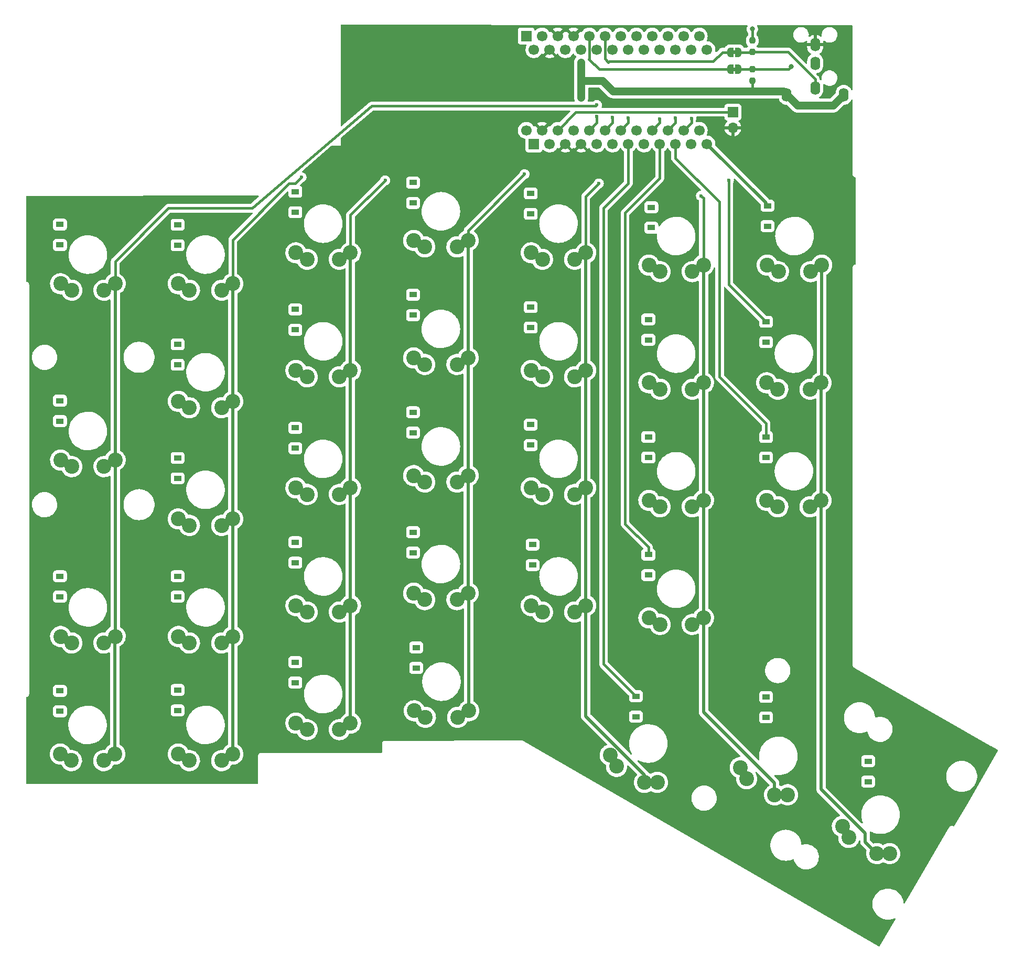
<source format=gbr>
%TF.GenerationSoftware,KiCad,Pcbnew,6.0.11-2627ca5db0~126~ubuntu20.04.1*%
%TF.CreationDate,2023-03-30T17:12:58+02:00*%
%TF.ProjectId,ergodash-low,6572676f-6461-4736-982d-6c6f772e6b69,rev?*%
%TF.SameCoordinates,Original*%
%TF.FileFunction,Copper,L2,Bot*%
%TF.FilePolarity,Positive*%
%FSLAX46Y46*%
G04 Gerber Fmt 4.6, Leading zero omitted, Abs format (unit mm)*
G04 Created by KiCad (PCBNEW 6.0.11-2627ca5db0~126~ubuntu20.04.1) date 2023-03-30 17:12:58*
%MOMM*%
%LPD*%
G01*
G04 APERTURE LIST*
G04 Aperture macros list*
%AMRoundRect*
0 Rectangle with rounded corners*
0 $1 Rounding radius*
0 $2 $3 $4 $5 $6 $7 $8 $9 X,Y pos of 4 corners*
0 Add a 4 corners polygon primitive as box body*
4,1,4,$2,$3,$4,$5,$6,$7,$8,$9,$2,$3,0*
0 Add four circle primitives for the rounded corners*
1,1,$1+$1,$2,$3*
1,1,$1+$1,$4,$5*
1,1,$1+$1,$6,$7*
1,1,$1+$1,$8,$9*
0 Add four rect primitives between the rounded corners*
20,1,$1+$1,$2,$3,$4,$5,0*
20,1,$1+$1,$4,$5,$6,$7,0*
20,1,$1+$1,$6,$7,$8,$9,0*
20,1,$1+$1,$8,$9,$2,$3,0*%
%AMFreePoly0*
4,1,22,0.500000,-0.750000,0.000000,-0.750000,0.000000,-0.745033,-0.079941,-0.743568,-0.215256,-0.701293,-0.333266,-0.622738,-0.424486,-0.514219,-0.481581,-0.384460,-0.499164,-0.250000,-0.500000,-0.250000,-0.500000,0.250000,-0.499164,0.250000,-0.499963,0.256109,-0.478152,0.396186,-0.417904,0.524511,-0.324060,0.630769,-0.204165,0.706417,-0.067858,0.745374,0.000000,0.744959,0.000000,0.750000,
0.500000,0.750000,0.500000,-0.750000,0.500000,-0.750000,$1*%
%AMFreePoly1*
4,1,20,0.000000,0.744959,0.073905,0.744508,0.209726,0.703889,0.328688,0.626782,0.421226,0.519385,0.479903,0.390333,0.500000,0.250000,0.500000,-0.250000,0.499851,-0.262216,0.476331,-0.402017,0.414519,-0.529596,0.319384,-0.634700,0.198574,-0.708877,0.061801,-0.746166,0.000000,-0.745033,0.000000,-0.750000,-0.500000,-0.750000,-0.500000,0.750000,0.000000,0.750000,0.000000,0.744959,
0.000000,0.744959,$1*%
G04 Aperture macros list end*
%TA.AperFunction,ComponentPad*%
%ADD10O,1.600000X2.200000*%
%TD*%
%TA.AperFunction,ComponentPad*%
%ADD11C,2.400000*%
%TD*%
%TA.AperFunction,ComponentPad*%
%ADD12R,1.700000X1.700000*%
%TD*%
%TA.AperFunction,ComponentPad*%
%ADD13O,1.700000X1.700000*%
%TD*%
%TA.AperFunction,ComponentPad*%
%ADD14C,1.700000*%
%TD*%
%TA.AperFunction,ComponentPad*%
%ADD15R,1.200000X0.900000*%
%TD*%
%TA.AperFunction,SMDPad,CuDef*%
%ADD16FreePoly0,0.000000*%
%TD*%
%TA.AperFunction,SMDPad,CuDef*%
%ADD17FreePoly1,0.000000*%
%TD*%
%TA.AperFunction,SMDPad,CuDef*%
%ADD18RoundRect,0.237500X0.237500X-0.250000X0.237500X0.250000X-0.237500X0.250000X-0.237500X-0.250000X0*%
%TD*%
%TA.AperFunction,SMDPad,CuDef*%
%ADD19RoundRect,0.237500X-0.237500X0.250000X-0.237500X-0.250000X0.237500X-0.250000X0.237500X0.250000X0*%
%TD*%
%TA.AperFunction,ViaPad*%
%ADD20C,0.600000*%
%TD*%
%TA.AperFunction,ViaPad*%
%ADD21C,0.800000*%
%TD*%
%TA.AperFunction,Conductor*%
%ADD22C,0.508000*%
%TD*%
%TA.AperFunction,Conductor*%
%ADD23C,0.381000*%
%TD*%
%TA.AperFunction,Conductor*%
%ADD24C,1.270000*%
%TD*%
G04 APERTURE END LIST*
%TO.C,JP1*%
G36*
X146650000Y-22600000D02*
G01*
X146150000Y-22600000D01*
X146150000Y-22000000D01*
X146650000Y-22000000D01*
X146650000Y-22600000D01*
G37*
%TO.C,JP2*%
G36*
X146650000Y-25350000D02*
G01*
X146150000Y-25350000D01*
X146150000Y-24750000D01*
X146650000Y-24750000D01*
X146650000Y-25350000D01*
G37*
%TD*%
D10*
%TO.P,J2,R1*%
%TO.N,Net-(J2-PadR1)*%
X159450000Y-28087500D03*
%TO.P,J2,R2*%
%TO.N,Net-(J2-PadR2)*%
X159450000Y-24087500D03*
%TO.P,J2,S*%
%TO.N,GND*%
X159450000Y-21087500D03*
%TO.P,J2,T*%
%TO.N,VCC*%
X154850000Y-29187500D03*
X164050000Y-29187500D03*
%TD*%
D11*
%TO.P,SW7,1,1*%
%TO.N,/col1*%
X63600000Y-98750000D03*
X65400000Y-97700000D03*
%TO.P,SW7,2,2*%
%TO.N,Net-(D7-Pad2)*%
X58400000Y-98750000D03*
X56600000Y-97700000D03*
%TD*%
%TO.P,SW1,1,1*%
%TO.N,/col0*%
X44600000Y-60750000D03*
X46400000Y-59700000D03*
%TO.P,SW1,2,2*%
%TO.N,Net-(D1-Pad2)*%
X39400000Y-60750000D03*
X37600000Y-59700000D03*
%TD*%
%TO.P,SW3,1,1*%
%TO.N,/col0*%
X46400000Y-116700000D03*
X44600000Y-117750000D03*
%TO.P,SW3,2,2*%
%TO.N,Net-(D3-Pad2)*%
X37600000Y-116700000D03*
X39400000Y-117750000D03*
%TD*%
%TO.P,SW21,1,1*%
%TO.N,/col4*%
X122400000Y-73700000D03*
X120600000Y-74750000D03*
%TO.P,SW21,2,2*%
%TO.N,Net-(D21-Pad2)*%
X115400000Y-74750000D03*
X113600000Y-73700000D03*
%TD*%
%TO.P,SW15,1,1*%
%TO.N,/col3*%
X103400000Y-52700000D03*
X101600000Y-53750000D03*
%TO.P,SW15,2,2*%
%TO.N,Net-(D15-Pad2)*%
X96400000Y-53750000D03*
X94600000Y-52700000D03*
%TD*%
%TO.P,SW11,1,1*%
%TO.N,/col2*%
X84400000Y-73700000D03*
X82600000Y-74750000D03*
%TO.P,SW11,2,2*%
%TO.N,Net-(D11-Pad2)*%
X77400000Y-74750000D03*
X75600000Y-73700000D03*
%TD*%
%TO.P,SW32,1,1*%
%TO.N,/col6*%
X160400000Y-94700000D03*
X158600000Y-95750000D03*
%TO.P,SW32,2,2*%
%TO.N,Net-(D32-Pad2)*%
X153400000Y-95750000D03*
X151600000Y-94700000D03*
%TD*%
%TO.P,SW29,1,1*%
%TO.N,/col5*%
X154960512Y-142270319D03*
X152876666Y-142279646D03*
%TO.P,SW29,2,2*%
%TO.N,Net-(D29-Pad2)*%
X148373334Y-139679646D03*
X147339488Y-137870319D03*
%TD*%
%TO.P,SW25,1,1*%
%TO.N,/col5*%
X139600000Y-57750000D03*
X141400000Y-56700000D03*
%TO.P,SW25,2,2*%
%TO.N,Net-(D25-Pad2)*%
X132600000Y-56700000D03*
X134400000Y-57750000D03*
%TD*%
%TO.P,SW14,1,1*%
%TO.N,/col2*%
X84400000Y-130700000D03*
X82600000Y-131750000D03*
%TO.P,SW14,2,2*%
%TO.N,Net-(D14-Pad2)*%
X75600000Y-130700000D03*
X77400000Y-131750000D03*
%TD*%
%TO.P,SW24,1,1*%
%TO.N,/col4*%
X131876666Y-140279646D03*
X133960512Y-140270319D03*
%TO.P,SW24,2,2*%
%TO.N,Net-(D24-Pad2)*%
X127373334Y-137679646D03*
X126339488Y-135870319D03*
%TD*%
%TO.P,SW8,1,1*%
%TO.N,/col1*%
X63600000Y-117750000D03*
X65400000Y-116700000D03*
%TO.P,SW8,2,2*%
%TO.N,Net-(D8-Pad2)*%
X58400000Y-117750000D03*
X56600000Y-116700000D03*
%TD*%
%TO.P,SW33,1,1*%
%TO.N,/col6*%
X169376666Y-151779646D03*
X171460512Y-151770319D03*
%TO.P,SW33,2,2*%
%TO.N,Net-(D33-Pad2)*%
X164873334Y-149179646D03*
X163839488Y-147370319D03*
%TD*%
%TO.P,SW16,1,1*%
%TO.N,/col3*%
X103400000Y-71700000D03*
X101600000Y-72750000D03*
%TO.P,SW16,2,2*%
%TO.N,Net-(D16-Pad2)*%
X94600000Y-71700000D03*
X96400000Y-72750000D03*
%TD*%
%TO.P,SW31,1,1*%
%TO.N,/col6*%
X158600000Y-76750000D03*
X160400000Y-75700000D03*
%TO.P,SW31,2,2*%
%TO.N,Net-(D31-Pad2)*%
X151600000Y-75700000D03*
X153400000Y-76750000D03*
%TD*%
%TO.P,SW9,1,1*%
%TO.N,/col1*%
X65400000Y-135700000D03*
X63600000Y-136750000D03*
%TO.P,SW9,2,2*%
%TO.N,Net-(D9-Pad2)*%
X56600000Y-135700000D03*
X58400000Y-136750000D03*
%TD*%
%TO.P,SW6,1,1*%
%TO.N,/col1*%
X65400000Y-78700000D03*
X63600000Y-79750000D03*
%TO.P,SW6,2,2*%
%TO.N,Net-(D6-Pad2)*%
X56600000Y-78700000D03*
X58400000Y-79750000D03*
%TD*%
%TO.P,SW27,1,1*%
%TO.N,/col5*%
X141400000Y-94700000D03*
X139600000Y-95750000D03*
%TO.P,SW27,2,2*%
%TO.N,Net-(D27-Pad2)*%
X134400000Y-95750000D03*
X132600000Y-94700000D03*
%TD*%
%TO.P,SW5,1,1*%
%TO.N,/col1*%
X65400000Y-59700000D03*
X63600000Y-60750000D03*
%TO.P,SW5,2,2*%
%TO.N,Net-(D5-Pad2)*%
X58400000Y-60750000D03*
X56600000Y-59700000D03*
%TD*%
%TO.P,SW28,1,1*%
%TO.N,/col5*%
X139600000Y-114750000D03*
X141400000Y-113700000D03*
%TO.P,SW28,2,2*%
%TO.N,Net-(D28-Pad2)*%
X132600000Y-113700000D03*
X134400000Y-114750000D03*
%TD*%
D12*
%TO.P,J1,1,Pin_1*%
%TO.N,/rst*%
X146150000Y-31975000D03*
D13*
%TO.P,J1,2,Pin_2*%
%TO.N,GND*%
X146150000Y-34515000D03*
%TD*%
D11*
%TO.P,SW4,1,1*%
%TO.N,/col0*%
X44550000Y-136750000D03*
X46350000Y-135700000D03*
%TO.P,SW4,2,2*%
%TO.N,Net-(D4-Pad2)*%
X39350000Y-136750000D03*
X37550000Y-135700000D03*
%TD*%
%TO.P,SW19,1,1*%
%TO.N,/col3*%
X101700000Y-129750000D03*
X103500000Y-128700000D03*
%TO.P,SW19,2,2*%
%TO.N,Net-(D19-Pad2)*%
X96500000Y-129750000D03*
X94700000Y-128700000D03*
%TD*%
D12*
%TO.P,U1,1,TX*%
%TO.N,unconnected-(U1-Pad1)*%
X114030000Y-37120000D03*
D14*
%TO.P,U1,2,RX*%
%TO.N,unconnected-(U1-Pad2)*%
X116570000Y-37120000D03*
%TO.P,U1,3,GND*%
%TO.N,GND*%
X119110000Y-37120000D03*
%TO.P,U1,4,GND*%
X121650000Y-37120000D03*
%TO.P,U1,5,SDA*%
%TO.N,/sda*%
X124190000Y-37120000D03*
%TO.P,U1,6,SCL*%
%TO.N,/scl{slash}serial*%
X126730000Y-37120000D03*
%TO.P,U1,7,D4*%
%TO.N,/row0*%
X129270000Y-37120000D03*
%TO.P,U1,8,C6*%
%TO.N,unconnected-(U1-Pad8)*%
X131810000Y-37120000D03*
%TO.P,U1,9,D7*%
%TO.N,/row1*%
X134350000Y-37120000D03*
%TO.P,U1,10,E6*%
%TO.N,/row2*%
X136890000Y-37120000D03*
%TO.P,U1,11,B4*%
%TO.N,/row3*%
X139430000Y-37120000D03*
%TO.P,U1,12,B5*%
%TO.N,/row4*%
X141970000Y-37120000D03*
%TO.P,U1,13,B6*%
%TO.N,unconnected-(U1-Pad13)*%
X141970000Y-21880000D03*
%TO.P,U1,14,B2*%
%TO.N,/col6*%
X139430000Y-21880000D03*
%TO.P,U1,15,B3*%
%TO.N,/col5*%
X136890000Y-21880000D03*
%TO.P,U1,16,B1*%
%TO.N,/col4*%
X134350000Y-21880000D03*
%TO.P,U1,17,F7*%
%TO.N,/col3*%
X131810000Y-21880000D03*
%TO.P,U1,18,F6*%
%TO.N,/col2*%
X129270000Y-21880000D03*
%TO.P,U1,19,F5*%
%TO.N,/col1*%
X126730000Y-21880000D03*
%TO.P,U1,20,F4*%
%TO.N,/col0*%
X124190000Y-21880000D03*
%TO.P,U1,21,VCC*%
%TO.N,VCC*%
X121650000Y-21880000D03*
%TO.P,U1,22,RST*%
%TO.N,/rst*%
X119110000Y-21880000D03*
%TO.P,U1,23,GND*%
%TO.N,GND*%
X116570000Y-21880000D03*
%TO.P,U1,24,RAW*%
%TO.N,unconnected-(U1-Pad24)*%
X114030000Y-21880000D03*
%TD*%
D11*
%TO.P,SW26,1,1*%
%TO.N,/col5*%
X141400000Y-75700000D03*
X139600000Y-76750000D03*
%TO.P,SW26,2,2*%
%TO.N,Net-(D26-Pad2)*%
X132600000Y-75700000D03*
X134400000Y-76750000D03*
%TD*%
%TO.P,SW17,1,1*%
%TO.N,/col3*%
X101600000Y-91750000D03*
X103400000Y-90700000D03*
%TO.P,SW17,2,2*%
%TO.N,Net-(D17-Pad2)*%
X94600000Y-90700000D03*
X96400000Y-91750000D03*
%TD*%
%TO.P,SW12,1,1*%
%TO.N,/col2*%
X84400000Y-92700000D03*
X82600000Y-93750000D03*
%TO.P,SW12,2,2*%
%TO.N,Net-(D12-Pad2)*%
X75600000Y-92700000D03*
X77400000Y-93750000D03*
%TD*%
%TO.P,SW22,1,1*%
%TO.N,/col4*%
X120600000Y-93750000D03*
X122400000Y-92700000D03*
%TO.P,SW22,2,2*%
%TO.N,Net-(D22-Pad2)*%
X113600000Y-92700000D03*
X115400000Y-93750000D03*
%TD*%
%TO.P,SW23,1,1*%
%TO.N,/col4*%
X120600000Y-112750000D03*
X122400000Y-111700000D03*
%TO.P,SW23,2,2*%
%TO.N,Net-(D23-Pad2)*%
X115400000Y-112750000D03*
X113600000Y-111700000D03*
%TD*%
%TO.P,SW10,1,1*%
%TO.N,/col2*%
X84400000Y-54700000D03*
X82600000Y-55750000D03*
%TO.P,SW10,2,2*%
%TO.N,Net-(D10-Pad2)*%
X75600000Y-54700000D03*
X77400000Y-55750000D03*
%TD*%
%TO.P,SW13,1,1*%
%TO.N,/col2*%
X82600000Y-112750000D03*
X84400000Y-111700000D03*
%TO.P,SW13,2,2*%
%TO.N,Net-(D13-Pad2)*%
X75600000Y-111700000D03*
X77400000Y-112750000D03*
%TD*%
%TO.P,SW20,1,1*%
%TO.N,/col4*%
X122400000Y-54700000D03*
X120600000Y-55750000D03*
%TO.P,SW20,2,2*%
%TO.N,Net-(D20-Pad2)*%
X113600000Y-54700000D03*
X115400000Y-55750000D03*
%TD*%
%TO.P,SW30,1,1*%
%TO.N,/col6*%
X158700000Y-57750000D03*
X160500000Y-56700000D03*
%TO.P,SW30,2,2*%
%TO.N,Net-(D30-Pad2)*%
X151700000Y-56700000D03*
X153500000Y-57750000D03*
%TD*%
%TO.P,SW2,1,1*%
%TO.N,/col0*%
X46400000Y-88200000D03*
X44600000Y-89250000D03*
%TO.P,SW2,2,2*%
%TO.N,Net-(D2-Pad2)*%
X39400000Y-89250000D03*
X37600000Y-88200000D03*
%TD*%
%TO.P,SW18,1,1*%
%TO.N,/col3*%
X103400000Y-109700000D03*
X101600000Y-110750000D03*
%TO.P,SW18,2,2*%
%TO.N,Net-(D18-Pad2)*%
X94600000Y-109700000D03*
X96400000Y-110750000D03*
%TD*%
D15*
%TO.P,D12,1,K*%
%TO.N,/row2*%
X75500000Y-82975000D03*
%TO.P,D12,2,A*%
%TO.N,Net-(D12-Pad2)*%
X75500000Y-86275000D03*
%TD*%
%TO.P,D9,1,K*%
%TO.N,/row0*%
X56500000Y-125350000D03*
%TO.P,D9,2,A*%
%TO.N,Net-(D9-Pad2)*%
X56500000Y-128650000D03*
%TD*%
%TO.P,D2,1,K*%
%TO.N,/row3*%
X37500000Y-78600000D03*
%TO.P,D2,2,A*%
%TO.N,Net-(D2-Pad2)*%
X37500000Y-81900000D03*
%TD*%
%TO.P,D23,1,K*%
%TO.N,/row1*%
X113800000Y-101850000D03*
%TO.P,D23,2,A*%
%TO.N,Net-(D23-Pad2)*%
X113800000Y-105150000D03*
%TD*%
%TO.P,D13,1,K*%
%TO.N,/row1*%
X75500000Y-101475000D03*
%TO.P,D13,2,A*%
%TO.N,Net-(D13-Pad2)*%
X75500000Y-104775000D03*
%TD*%
%TO.P,D25,1,K*%
%TO.N,/row4*%
X133000000Y-47350000D03*
%TO.P,D25,2,A*%
%TO.N,Net-(D25-Pad2)*%
X133000000Y-50650000D03*
%TD*%
%TO.P,D32,1,K*%
%TO.N,/row2*%
X151500000Y-84475000D03*
%TO.P,D32,2,A*%
%TO.N,Net-(D32-Pad2)*%
X151500000Y-87775000D03*
%TD*%
D16*
%TO.P,JP1,1,A*%
%TO.N,/scl{slash}serial*%
X145750000Y-22300000D03*
D17*
%TO.P,JP1,2,B*%
%TO.N,Net-(J2-PadR1)*%
X147050000Y-22300000D03*
%TD*%
D18*
%TO.P,R2,1*%
%TO.N,VCC*%
X149325000Y-26887500D03*
%TO.P,R2,2*%
%TO.N,Net-(J2-PadR2)*%
X149325000Y-25062500D03*
%TD*%
D15*
%TO.P,D16,1,K*%
%TO.N,/row3*%
X94500000Y-61475000D03*
%TO.P,D16,2,A*%
%TO.N,Net-(D16-Pad2)*%
X94500000Y-64775000D03*
%TD*%
D12*
%TO.P,U2,1,TX*%
%TO.N,unconnected-(U2-Pad1)*%
X112780000Y-19680000D03*
D14*
%TO.P,U2,2,RX*%
%TO.N,unconnected-(U2-Pad2)*%
X115320000Y-19680000D03*
%TO.P,U2,3,GND*%
%TO.N,GND*%
X117860000Y-19680000D03*
%TO.P,U2,4,GND*%
X120400000Y-19680000D03*
%TO.P,U2,5,SDA*%
%TO.N,/sda*%
X122940000Y-19680000D03*
%TO.P,U2,6,SCL*%
%TO.N,/scl{slash}serial*%
X125480000Y-19680000D03*
%TO.P,U2,7,D4*%
%TO.N,/row0*%
X128020000Y-19680000D03*
%TO.P,U2,8,C6*%
%TO.N,unconnected-(U2-Pad8)*%
X130560000Y-19680000D03*
%TO.P,U2,9,D7*%
%TO.N,/row1*%
X133100000Y-19680000D03*
%TO.P,U2,10,E6*%
%TO.N,/row2*%
X135640000Y-19680000D03*
%TO.P,U2,11,B4*%
%TO.N,/row3*%
X138180000Y-19680000D03*
%TO.P,U2,12,B5*%
%TO.N,/row4*%
X140720000Y-19680000D03*
%TO.P,U2,13,B6*%
%TO.N,unconnected-(U2-Pad13)*%
X140720000Y-34920000D03*
%TO.P,U2,14,B2*%
%TO.N,/col6*%
X138180000Y-34920000D03*
%TO.P,U2,15,B3*%
%TO.N,/col5*%
X135640000Y-34920000D03*
%TO.P,U2,16,B1*%
%TO.N,/col4*%
X133100000Y-34920000D03*
%TO.P,U2,17,F7*%
%TO.N,/col3*%
X130560000Y-34920000D03*
%TO.P,U2,18,F6*%
%TO.N,/col2*%
X128020000Y-34920000D03*
%TO.P,U2,19,F5*%
%TO.N,/col1*%
X125480000Y-34920000D03*
%TO.P,U2,20,F4*%
%TO.N,/col0*%
X122940000Y-34920000D03*
%TO.P,U2,21,VCC*%
%TO.N,VCC*%
X120400000Y-34920000D03*
%TO.P,U2,22,RST*%
%TO.N,/rst*%
X117860000Y-34920000D03*
%TO.P,U2,23,GND*%
%TO.N,GND*%
X115320000Y-34920000D03*
%TO.P,U2,24,RAW*%
%TO.N,unconnected-(U2-Pad24)*%
X112780000Y-34920000D03*
%TD*%
D15*
%TO.P,D17,1,K*%
%TO.N,/row2*%
X94500000Y-80475000D03*
%TO.P,D17,2,A*%
%TO.N,Net-(D17-Pad2)*%
X94500000Y-83775000D03*
%TD*%
%TO.P,D24,1,K*%
%TO.N,/row0*%
X130500000Y-126350000D03*
%TO.P,D24,2,A*%
%TO.N,Net-(D24-Pad2)*%
X130500000Y-129650000D03*
%TD*%
%TO.P,D27,1,K*%
%TO.N,/row2*%
X132500000Y-84475000D03*
%TO.P,D27,2,A*%
%TO.N,Net-(D27-Pad2)*%
X132500000Y-87775000D03*
%TD*%
%TO.P,D15,1,K*%
%TO.N,/row4*%
X94500000Y-43350000D03*
%TO.P,D15,2,A*%
%TO.N,Net-(D15-Pad2)*%
X94500000Y-46650000D03*
%TD*%
D16*
%TO.P,JP2,1,A*%
%TO.N,/sda*%
X145750000Y-25050000D03*
D17*
%TO.P,JP2,2,B*%
%TO.N,Net-(J2-PadR2)*%
X147050000Y-25050000D03*
%TD*%
D15*
%TO.P,D19,1,K*%
%TO.N,/row0*%
X95000000Y-118475000D03*
%TO.P,D19,2,A*%
%TO.N,Net-(D19-Pad2)*%
X95000000Y-121775000D03*
%TD*%
%TO.P,D22,1,K*%
%TO.N,/row2*%
X113500000Y-82475000D03*
%TO.P,D22,2,A*%
%TO.N,Net-(D22-Pad2)*%
X113500000Y-85775000D03*
%TD*%
%TO.P,D30,1,K*%
%TO.N,/row4*%
X151750000Y-47100000D03*
%TO.P,D30,2,A*%
%TO.N,Net-(D30-Pad2)*%
X151750000Y-50400000D03*
%TD*%
D19*
%TO.P,R1,1*%
%TO.N,VCC*%
X149300000Y-20412500D03*
%TO.P,R1,2*%
%TO.N,Net-(J2-PadR1)*%
X149300000Y-22237500D03*
%TD*%
D15*
%TO.P,D29,1,K*%
%TO.N,/row0*%
X151500000Y-126475000D03*
%TO.P,D29,2,A*%
%TO.N,Net-(D29-Pad2)*%
X151500000Y-129775000D03*
%TD*%
%TO.P,D33,1,K*%
%TO.N,/row0*%
X168000000Y-136850000D03*
%TO.P,D33,2,A*%
%TO.N,Net-(D33-Pad2)*%
X168000000Y-140150000D03*
%TD*%
%TO.P,D31,1,K*%
%TO.N,/row3*%
X151500000Y-65850000D03*
%TO.P,D31,2,A*%
%TO.N,Net-(D31-Pad2)*%
X151500000Y-69150000D03*
%TD*%
%TO.P,D11,1,K*%
%TO.N,/row3*%
X75500000Y-63850000D03*
%TO.P,D11,2,A*%
%TO.N,Net-(D11-Pad2)*%
X75500000Y-67150000D03*
%TD*%
%TO.P,D5,1,K*%
%TO.N,/row4*%
X56500000Y-50175000D03*
%TO.P,D5,2,A*%
%TO.N,Net-(D5-Pad2)*%
X56500000Y-53475000D03*
%TD*%
%TO.P,D14,1,K*%
%TO.N,/row0*%
X75500000Y-120850000D03*
%TO.P,D14,2,A*%
%TO.N,Net-(D14-Pad2)*%
X75500000Y-124150000D03*
%TD*%
%TO.P,D10,1,K*%
%TO.N,/row4*%
X75500000Y-44850000D03*
%TO.P,D10,2,A*%
%TO.N,Net-(D10-Pad2)*%
X75500000Y-48150000D03*
%TD*%
%TO.P,D18,1,K*%
%TO.N,/row1*%
X94500000Y-99850000D03*
%TO.P,D18,2,A*%
%TO.N,Net-(D18-Pad2)*%
X94500000Y-103150000D03*
%TD*%
%TO.P,D3,1,K*%
%TO.N,/row1*%
X37500000Y-106975000D03*
%TO.P,D3,2,A*%
%TO.N,Net-(D3-Pad2)*%
X37500000Y-110275000D03*
%TD*%
%TO.P,D1,1,K*%
%TO.N,/row4*%
X37500000Y-50125000D03*
%TO.P,D1,2,A*%
%TO.N,Net-(D1-Pad2)*%
X37500000Y-53425000D03*
%TD*%
%TO.P,D28,1,K*%
%TO.N,/row1*%
X132500000Y-103475000D03*
%TO.P,D28,2,A*%
%TO.N,Net-(D28-Pad2)*%
X132500000Y-106775000D03*
%TD*%
%TO.P,D26,1,K*%
%TO.N,/row3*%
X132500000Y-65475000D03*
%TO.P,D26,2,A*%
%TO.N,Net-(D26-Pad2)*%
X132500000Y-68775000D03*
%TD*%
%TO.P,D20,1,K*%
%TO.N,/row4*%
X113500000Y-45100000D03*
%TO.P,D20,2,A*%
%TO.N,Net-(D20-Pad2)*%
X113500000Y-48400000D03*
%TD*%
%TO.P,D4,1,K*%
%TO.N,/row0*%
X37500000Y-125475000D03*
%TO.P,D4,2,A*%
%TO.N,Net-(D4-Pad2)*%
X37500000Y-128775000D03*
%TD*%
%TO.P,D21,1,K*%
%TO.N,/row3*%
X113500000Y-63475000D03*
%TO.P,D21,2,A*%
%TO.N,Net-(D21-Pad2)*%
X113500000Y-66775000D03*
%TD*%
%TO.P,D8,1,K*%
%TO.N,/row1*%
X56500000Y-106975000D03*
%TO.P,D8,2,A*%
%TO.N,Net-(D8-Pad2)*%
X56500000Y-110275000D03*
%TD*%
%TO.P,D6,1,K*%
%TO.N,/row3*%
X56500000Y-69500000D03*
%TO.P,D6,2,A*%
%TO.N,Net-(D6-Pad2)*%
X56500000Y-72800000D03*
%TD*%
%TO.P,D7,1,K*%
%TO.N,/row2*%
X56500000Y-87850000D03*
%TO.P,D7,2,A*%
%TO.N,Net-(D7-Pad2)*%
X56500000Y-91150000D03*
%TD*%
D20*
%TO.N,/row3*%
X145500000Y-43000000D03*
D21*
%TO.N,GND*%
X89500000Y-61000000D03*
%TO.N,Net-(J2-PadR2)*%
X155600000Y-24650000D03*
D20*
%TO.N,VCC*%
X121650000Y-29650000D03*
X121650000Y-23950000D03*
X121650000Y-28300000D03*
X121650000Y-26925000D03*
X149325000Y-28600000D03*
X121650000Y-25650000D03*
D21*
X149300000Y-18550000D03*
D20*
%TO.N,/col0*%
X124190000Y-30810000D03*
X124200000Y-32700000D03*
%TO.N,/col1*%
X126700000Y-32800000D03*
X76500000Y-42500000D03*
%TO.N,/col2*%
X129250000Y-32950000D03*
X90000000Y-43000000D03*
%TO.N,/col3*%
X112500000Y-42000000D03*
%TO.N,/col4*%
X124500000Y-43500000D03*
X134350000Y-33100000D03*
%TO.N,/col5*%
X141000000Y-45500000D03*
X136900000Y-32950000D03*
%TO.N,/col6*%
X139450000Y-33000000D03*
%TD*%
D22*
%TO.N,/row4*%
X151500000Y-46650000D02*
X151500000Y-47000000D01*
X141970000Y-37120000D02*
X151500000Y-46650000D01*
D23*
%TO.N,/row3*%
X145500000Y-59850000D02*
X151500000Y-65850000D01*
X145500000Y-43000000D02*
X145500000Y-59850000D01*
%TO.N,/row1*%
X134350000Y-42650000D02*
X128750000Y-48250000D01*
X128750000Y-48250000D02*
X128750000Y-98500000D01*
X134350000Y-37120000D02*
X134350000Y-42650000D01*
X128750000Y-98500000D02*
X132500000Y-102250000D01*
X132500000Y-102250000D02*
X132500000Y-103475000D01*
%TO.N,/row0*%
X125250000Y-121100000D02*
X130500000Y-126350000D01*
X125250000Y-47500000D02*
X125250000Y-121100000D01*
X129270000Y-43480000D02*
X125250000Y-47500000D01*
X129270000Y-37120000D02*
X129270000Y-43480000D01*
%TO.N,/row2*%
X144000000Y-74750000D02*
X151500000Y-82250000D01*
X144000000Y-46500000D02*
X144000000Y-74750000D01*
X136890000Y-37120000D02*
X136890000Y-39390000D01*
X136890000Y-39390000D02*
X144000000Y-46500000D01*
X151500000Y-82250000D02*
X151500000Y-84475000D01*
%TO.N,/rst*%
X146150000Y-31975000D02*
X120805000Y-31975000D01*
X120805000Y-31975000D02*
X117860000Y-34920000D01*
%TO.N,/scl{slash}serial*%
X126150000Y-23800000D02*
X126050000Y-23900000D01*
X144450000Y-22300000D02*
X142950000Y-23800000D01*
X126050000Y-23900000D02*
X125480000Y-23330000D01*
X125480000Y-23330000D02*
X125480000Y-19680000D01*
X145750000Y-22300000D02*
X144450000Y-22300000D01*
X142950000Y-23800000D02*
X126150000Y-23800000D01*
%TO.N,Net-(J2-PadR1)*%
X155037500Y-22237500D02*
X159450000Y-26650000D01*
X147050000Y-22300000D02*
X149237500Y-22300000D01*
X149237500Y-22300000D02*
X149300000Y-22237500D01*
X149300000Y-22237500D02*
X155037500Y-22237500D01*
X159450000Y-26650000D02*
X159450000Y-28087500D01*
%TO.N,/sda*%
X124550000Y-25050000D02*
X122925000Y-23425000D01*
X145750000Y-25050000D02*
X124550000Y-25050000D01*
X122925000Y-23425000D02*
X122940000Y-23410000D01*
X122940000Y-23410000D02*
X122940000Y-19680000D01*
%TO.N,Net-(J2-PadR2)*%
X149325000Y-25062500D02*
X155187500Y-25062500D01*
X147050000Y-25050000D02*
X149312500Y-25050000D01*
X155187500Y-25062500D02*
X155600000Y-24650000D01*
X149312500Y-25050000D02*
X149325000Y-25062500D01*
D24*
%TO.N,VCC*%
X149325000Y-28600000D02*
X154262500Y-28600000D01*
X121650000Y-28300000D02*
X121650000Y-29650000D01*
X125075000Y-26875000D02*
X126800000Y-28600000D01*
X121650000Y-26925000D02*
X121700000Y-26875000D01*
X121650000Y-26925000D02*
X121650000Y-25650000D01*
X126800000Y-28600000D02*
X149325000Y-28600000D01*
X154887500Y-29187500D02*
X156600000Y-30900000D01*
X162337500Y-30900000D02*
X164050000Y-29187500D01*
X121650000Y-26925000D02*
X121650000Y-28300000D01*
X121650000Y-25650000D02*
X121650000Y-23950000D01*
D23*
X149300000Y-18550000D02*
X149300000Y-20412500D01*
D24*
X154262500Y-28600000D02*
X154850000Y-29187500D01*
X154850000Y-29187500D02*
X154887500Y-29187500D01*
D23*
X149325000Y-26887500D02*
X149325000Y-28600000D01*
D24*
X121700000Y-26875000D02*
X125075000Y-26875000D01*
X156600000Y-30900000D02*
X162337500Y-30900000D01*
D23*
%TO.N,/col0*%
X46400000Y-56100000D02*
X55000000Y-47500000D01*
X46400000Y-59700000D02*
X46400000Y-56100000D01*
X124000000Y-31000000D02*
X124190000Y-30810000D01*
D22*
X46350000Y-116750000D02*
X46400000Y-116700000D01*
D23*
X68500000Y-47500000D02*
X87836874Y-31000000D01*
D22*
X46350000Y-135700000D02*
X46350000Y-116750000D01*
X46400000Y-88200000D02*
X46400000Y-59700000D01*
D23*
X124200000Y-33660000D02*
X122940000Y-34920000D01*
D22*
X46400000Y-116700000D02*
X46400000Y-88200000D01*
D23*
X55000000Y-47500000D02*
X68500000Y-47500000D01*
X87836874Y-31000000D02*
X124000000Y-31000000D01*
X124200000Y-32700000D02*
X124200000Y-33660000D01*
D22*
%TO.N,/col1*%
X65400000Y-97700000D02*
X65400000Y-116700000D01*
D23*
X126700000Y-33700000D02*
X125480000Y-34920000D01*
X76500000Y-42500000D02*
X75500000Y-43500000D01*
D22*
X65400000Y-116700000D02*
X65400000Y-135700000D01*
D23*
X75500000Y-43500000D02*
X74500000Y-43500000D01*
X126700000Y-32800000D02*
X126700000Y-33700000D01*
X74500000Y-43500000D02*
X65400000Y-52600000D01*
D22*
X65400000Y-59700000D02*
X65400000Y-78700000D01*
D23*
X65400000Y-52600000D02*
X65400000Y-59700000D01*
D22*
X65400000Y-78700000D02*
X65400000Y-97700000D01*
%TO.N,/col2*%
X84400000Y-54700000D02*
X84400000Y-73700000D01*
X84400000Y-92700000D02*
X84400000Y-111700000D01*
D23*
X90000000Y-43000000D02*
X84400000Y-48600000D01*
D22*
X84400000Y-111700000D02*
X84400000Y-130700000D01*
D23*
X84400000Y-48600000D02*
X84400000Y-54700000D01*
D22*
X84400000Y-73700000D02*
X84400000Y-92700000D01*
D23*
X129250000Y-32950000D02*
X129250000Y-33690000D01*
X129250000Y-33690000D02*
X128020000Y-34920000D01*
%TO.N,/col3*%
X112500000Y-42000000D02*
X103400000Y-51100000D01*
D22*
X103500000Y-109800000D02*
X103400000Y-109700000D01*
X103400000Y-90700000D02*
X103400000Y-71700000D01*
X103400000Y-52700000D02*
X103400000Y-71700000D01*
X103400000Y-109700000D02*
X103400000Y-90700000D01*
X103500000Y-128700000D02*
X103500000Y-109800000D01*
D23*
X103400000Y-51100000D02*
X103400000Y-52700000D01*
%TO.N,/col4*%
X124500000Y-43500000D02*
X122400000Y-45600000D01*
D22*
X122400000Y-111700000D02*
X122400000Y-92700000D01*
X122400000Y-111700000D02*
X122400000Y-129591721D01*
X122400000Y-129591721D02*
X131876666Y-139068387D01*
X131876666Y-139068387D02*
X131876666Y-140279646D01*
X122400000Y-54700000D02*
X122400000Y-73700000D01*
D23*
X134350000Y-33100000D02*
X134350000Y-33670000D01*
X134350000Y-33670000D02*
X133100000Y-34920000D01*
X122400000Y-45600000D02*
X122400000Y-54700000D01*
D22*
X122400000Y-73700000D02*
X122400000Y-92700000D01*
%TO.N,/col5*%
X141400000Y-113700000D02*
X141400000Y-128900000D01*
X141400000Y-94700000D02*
X141400000Y-113700000D01*
D23*
X136900000Y-32950000D02*
X136900000Y-33660000D01*
D22*
X152876666Y-140376666D02*
X152876666Y-142279646D01*
X141400000Y-56700000D02*
X141400000Y-75700000D01*
D23*
X136900000Y-33660000D02*
X135640000Y-34920000D01*
D22*
X141400000Y-128900000D02*
X152876666Y-140376666D01*
D23*
X141000000Y-45500000D02*
X141400000Y-45900000D01*
D22*
X141400000Y-75700000D02*
X141400000Y-94700000D01*
D23*
X141400000Y-45900000D02*
X141400000Y-56700000D01*
D22*
%TO.N,/col6*%
X160400000Y-141400000D02*
X167500000Y-148500000D01*
X167500000Y-148500000D02*
X167500000Y-149902980D01*
D23*
X139450000Y-33650000D02*
X138180000Y-34920000D01*
X139450000Y-33000000D02*
X139450000Y-33650000D01*
D22*
X160400000Y-94700000D02*
X160400000Y-141400000D01*
X160500000Y-75600000D02*
X160400000Y-75700000D01*
X167500000Y-149902980D02*
X169376666Y-151779646D01*
X160400000Y-75700000D02*
X160400000Y-94700000D01*
X160500000Y-56700000D02*
X160500000Y-75600000D01*
%TD*%
%TA.AperFunction,Conductor*%
%TO.N,GND*%
G36*
X124617278Y-28038502D02*
G01*
X124638252Y-28055405D01*
X125961151Y-29378304D01*
X125966788Y-29384322D01*
X126009494Y-29433019D01*
X126078973Y-29487793D01*
X126081517Y-29489853D01*
X126145092Y-29542728D01*
X126145102Y-29542735D01*
X126149539Y-29546425D01*
X126154583Y-29549250D01*
X126157641Y-29551351D01*
X126166921Y-29557552D01*
X126170005Y-29559555D01*
X126174537Y-29563128D01*
X126179638Y-29565812D01*
X126179643Y-29565815D01*
X126252829Y-29604319D01*
X126255729Y-29605894D01*
X126321061Y-29642482D01*
X126332903Y-29649114D01*
X126338378Y-29650972D01*
X126341767Y-29652481D01*
X126352026Y-29656889D01*
X126355418Y-29658294D01*
X126360527Y-29660982D01*
X126430928Y-29682842D01*
X126444998Y-29687211D01*
X126448136Y-29688230D01*
X126526437Y-29714810D01*
X126526439Y-29714810D01*
X126531911Y-29716668D01*
X126537635Y-29717498D01*
X126541247Y-29718365D01*
X126552138Y-29720830D01*
X126555716Y-29721591D01*
X126561234Y-29723304D01*
X126566971Y-29723983D01*
X126649101Y-29733703D01*
X126652367Y-29734133D01*
X126667910Y-29736387D01*
X126734184Y-29745997D01*
X126734188Y-29745997D01*
X126739897Y-29746825D01*
X126822054Y-29743597D01*
X126827001Y-29743500D01*
X153467253Y-29743500D01*
X153535374Y-29763502D01*
X153581867Y-29817158D01*
X153588959Y-29836887D01*
X153615716Y-29936743D01*
X153661025Y-30033909D01*
X153710151Y-30139262D01*
X153710154Y-30139267D01*
X153712477Y-30144249D01*
X153734652Y-30175918D01*
X153834752Y-30318875D01*
X153843802Y-30331800D01*
X154005700Y-30493698D01*
X154010208Y-30496855D01*
X154010211Y-30496857D01*
X154021925Y-30505059D01*
X154193251Y-30625023D01*
X154198233Y-30627346D01*
X154198238Y-30627349D01*
X154310659Y-30679771D01*
X154400757Y-30721784D01*
X154406065Y-30723206D01*
X154406067Y-30723207D01*
X154616598Y-30779619D01*
X154616600Y-30779619D01*
X154621913Y-30781043D01*
X154841406Y-30800246D01*
X154907524Y-30826109D01*
X154919519Y-30836672D01*
X155761151Y-31678304D01*
X155766788Y-31684322D01*
X155809494Y-31733019D01*
X155814029Y-31736594D01*
X155814030Y-31736595D01*
X155878982Y-31787798D01*
X155881547Y-31789876D01*
X155945100Y-31842734D01*
X155945105Y-31842738D01*
X155949540Y-31846426D01*
X155954574Y-31849245D01*
X155957584Y-31851314D01*
X155966854Y-31857508D01*
X155969999Y-31859551D01*
X155974537Y-31863128D01*
X155979645Y-31865816D01*
X155979649Y-31865818D01*
X156052816Y-31904312D01*
X156055706Y-31905882D01*
X156132904Y-31949115D01*
X156138376Y-31950972D01*
X156141776Y-31952486D01*
X156151987Y-31956873D01*
X156155421Y-31958295D01*
X156160527Y-31960982D01*
X156166041Y-31962694D01*
X156166043Y-31962695D01*
X156244999Y-31987212D01*
X156248135Y-31988231D01*
X156301280Y-32006271D01*
X156331912Y-32016669D01*
X156337625Y-32017498D01*
X156341138Y-32018341D01*
X156352151Y-32020833D01*
X156355718Y-32021591D01*
X156361234Y-32023304D01*
X156366962Y-32023982D01*
X156366967Y-32023983D01*
X156419182Y-32030163D01*
X156449099Y-32033704D01*
X156452322Y-32034128D01*
X156488419Y-32039362D01*
X156534184Y-32045998D01*
X156534189Y-32045998D01*
X156539898Y-32046826D01*
X156622069Y-32043597D01*
X156627017Y-32043500D01*
X162294695Y-32043500D01*
X162302936Y-32043770D01*
X162367561Y-32048006D01*
X162455473Y-32037601D01*
X162458686Y-32037264D01*
X162546779Y-32029169D01*
X162552339Y-32027601D01*
X162555912Y-32026939D01*
X162566915Y-32024750D01*
X162570528Y-32023982D01*
X162576265Y-32023303D01*
X162660776Y-31997062D01*
X162663873Y-31996146D01*
X162749049Y-31972123D01*
X162754237Y-31969565D01*
X162757688Y-31968240D01*
X162768066Y-31964099D01*
X162771453Y-31962696D01*
X162776973Y-31960982D01*
X162855246Y-31919801D01*
X162858182Y-31918305D01*
X162866719Y-31914095D01*
X162937537Y-31879171D01*
X162942168Y-31875713D01*
X162945371Y-31873750D01*
X162954758Y-31867827D01*
X162957851Y-31865818D01*
X162962963Y-31863129D01*
X163032456Y-31808344D01*
X163035026Y-31806373D01*
X163101301Y-31756884D01*
X163101308Y-31756877D01*
X163105929Y-31753427D01*
X163121489Y-31736595D01*
X163161762Y-31693027D01*
X163165192Y-31689461D01*
X164021576Y-30833077D01*
X164083888Y-30799051D01*
X164099688Y-30796651D01*
X164278087Y-30781043D01*
X164283400Y-30779619D01*
X164283402Y-30779619D01*
X164493933Y-30723207D01*
X164493935Y-30723206D01*
X164499243Y-30721784D01*
X164589341Y-30679771D01*
X164701762Y-30627349D01*
X164701767Y-30627346D01*
X164706749Y-30625023D01*
X164878075Y-30505059D01*
X164889789Y-30496857D01*
X164889792Y-30496855D01*
X164894300Y-30493698D01*
X165056198Y-30331800D01*
X165065249Y-30318875D01*
X165165348Y-30175918D01*
X165187523Y-30144249D01*
X165189846Y-30139267D01*
X165189849Y-30139262D01*
X165251300Y-30007478D01*
X165298217Y-29954193D01*
X165366494Y-29934732D01*
X165434454Y-29955274D01*
X165480520Y-30009296D01*
X165491495Y-30060728D01*
X165491495Y-41996258D01*
X165491493Y-41997028D01*
X165491019Y-42074602D01*
X165493486Y-42083233D01*
X165499145Y-42103034D01*
X165502723Y-42119796D01*
X165506915Y-42149068D01*
X165510629Y-42157236D01*
X165510629Y-42157237D01*
X165517543Y-42172443D01*
X165523991Y-42189967D01*
X165531046Y-42214652D01*
X165535838Y-42222246D01*
X165535839Y-42222249D01*
X165546825Y-42239661D01*
X165554964Y-42254744D01*
X165567203Y-42281663D01*
X165573064Y-42288465D01*
X165583965Y-42301116D01*
X165595068Y-42316120D01*
X165608771Y-42337839D01*
X165615496Y-42343778D01*
X165615499Y-42343782D01*
X165630933Y-42357413D01*
X165642977Y-42369605D01*
X165656422Y-42385208D01*
X165656425Y-42385210D01*
X165662282Y-42392008D01*
X165669811Y-42396888D01*
X165669812Y-42396889D01*
X165683830Y-42405975D01*
X165698704Y-42417266D01*
X165711212Y-42428312D01*
X165717946Y-42434259D01*
X165743449Y-42446233D01*
X165744706Y-42446823D01*
X165759686Y-42455144D01*
X165776978Y-42466352D01*
X165776983Y-42466354D01*
X165784510Y-42471233D01*
X165793103Y-42473803D01*
X165793108Y-42473805D01*
X165809115Y-42478592D01*
X165826559Y-42485253D01*
X165841671Y-42492348D01*
X165841673Y-42492349D01*
X165849795Y-42496162D01*
X165858662Y-42497543D01*
X165858663Y-42497543D01*
X165868305Y-42499044D01*
X165879012Y-42500711D01*
X165895727Y-42504494D01*
X165910102Y-42508793D01*
X165969635Y-42547474D01*
X165998806Y-42612202D01*
X166000000Y-42629510D01*
X166000000Y-56480943D01*
X165979998Y-56549064D01*
X165926342Y-56595557D01*
X165908631Y-56602090D01*
X165901848Y-56604029D01*
X165885080Y-56607609D01*
X165855808Y-56611801D01*
X165847640Y-56615515D01*
X165847639Y-56615515D01*
X165832433Y-56622429D01*
X165814909Y-56628877D01*
X165790224Y-56635932D01*
X165782630Y-56640724D01*
X165782627Y-56640725D01*
X165765215Y-56651711D01*
X165750132Y-56659850D01*
X165723213Y-56672089D01*
X165716411Y-56677950D01*
X165703760Y-56688851D01*
X165688756Y-56699954D01*
X165667037Y-56713657D01*
X165661098Y-56720382D01*
X165661094Y-56720385D01*
X165647463Y-56735819D01*
X165635271Y-56747863D01*
X165619668Y-56761308D01*
X165619666Y-56761311D01*
X165612868Y-56767168D01*
X165607988Y-56774697D01*
X165607987Y-56774698D01*
X165598901Y-56788716D01*
X165587610Y-56803590D01*
X165576564Y-56816098D01*
X165570617Y-56822832D01*
X165558053Y-56849592D01*
X165549732Y-56864572D01*
X165538524Y-56881864D01*
X165538522Y-56881869D01*
X165533643Y-56889396D01*
X165531073Y-56897989D01*
X165531071Y-56897994D01*
X165526284Y-56914001D01*
X165519623Y-56931445D01*
X165508714Y-56954681D01*
X165507333Y-56963548D01*
X165507333Y-56963549D01*
X165504165Y-56983896D01*
X165500382Y-57000613D01*
X165494480Y-57020347D01*
X165494479Y-57020353D01*
X165491909Y-57028947D01*
X165491854Y-57037918D01*
X165491854Y-57037919D01*
X165491832Y-57041575D01*
X165491747Y-57055558D01*
X165491699Y-57063378D01*
X165491666Y-57064170D01*
X165491495Y-57065267D01*
X165491495Y-57096258D01*
X165491493Y-57097028D01*
X165491019Y-57174602D01*
X165491403Y-57175946D01*
X165491495Y-57177291D01*
X165491495Y-121233573D01*
X165490924Y-121244877D01*
X165488882Y-121253106D01*
X165489252Y-121262069D01*
X165489252Y-121262072D01*
X165491388Y-121313769D01*
X165491495Y-121318970D01*
X165491495Y-121341394D01*
X165492132Y-121345843D01*
X165492235Y-121347289D01*
X165493210Y-121357892D01*
X165494894Y-121398639D01*
X165497765Y-121407137D01*
X165499513Y-121412310D01*
X165504869Y-121434780D01*
X165506915Y-121449068D01*
X165510631Y-121457240D01*
X165510631Y-121457241D01*
X165523794Y-121486191D01*
X165528464Y-121498011D01*
X165541512Y-121536635D01*
X165546654Y-121543987D01*
X165546655Y-121543990D01*
X165549782Y-121548461D01*
X165561228Y-121568522D01*
X165567203Y-121581663D01*
X165590698Y-121608929D01*
X165593822Y-121612555D01*
X165601615Y-121622581D01*
X165624986Y-121656001D01*
X165631987Y-121661617D01*
X165631990Y-121661620D01*
X165636246Y-121665034D01*
X165652859Y-121681073D01*
X165656419Y-121685205D01*
X165656423Y-121685209D01*
X165662282Y-121692008D01*
X165694999Y-121713214D01*
X165696488Y-121714179D01*
X165706791Y-121721621D01*
X165708482Y-121722978D01*
X165708491Y-121722984D01*
X165712288Y-121726030D01*
X165716516Y-121728460D01*
X165716518Y-121728461D01*
X165731250Y-121736927D01*
X165737001Y-121740440D01*
X165776971Y-121766347D01*
X165776974Y-121766348D01*
X165784510Y-121771233D01*
X165793113Y-121773806D01*
X165799848Y-121776918D01*
X165809775Y-121782052D01*
X187812609Y-134426214D01*
X187813155Y-134426555D01*
X187813716Y-134427002D01*
X187847495Y-134446262D01*
X187878293Y-134463960D01*
X187878957Y-134464225D01*
X187879512Y-134464517D01*
X188301443Y-134705087D01*
X188893257Y-135042519D01*
X188942528Y-135093636D01*
X188956340Y-135163276D01*
X188939919Y-135215060D01*
X183810609Y-144083367D01*
X181941599Y-147314786D01*
X181890179Y-147363739D01*
X181820454Y-147377121D01*
X181772255Y-147362349D01*
X181771752Y-147362075D01*
X181767764Y-147359808D01*
X181721602Y-147332437D01*
X181721600Y-147332436D01*
X181713882Y-147327860D01*
X181705191Y-147325634D01*
X181705188Y-147325633D01*
X181676100Y-147318184D01*
X181663305Y-147314170D01*
X181626767Y-147300532D01*
X181617817Y-147299880D01*
X181617814Y-147299879D01*
X181610592Y-147299353D01*
X181588493Y-147295747D01*
X181584044Y-147294608D01*
X181572779Y-147291723D01*
X181563807Y-147292026D01*
X181563805Y-147292026D01*
X181533805Y-147293040D01*
X181520392Y-147292779D01*
X181481495Y-147289944D01*
X181465641Y-147293352D01*
X181443412Y-147296095D01*
X181427204Y-147296642D01*
X181418678Y-147299451D01*
X181390168Y-147308844D01*
X181377218Y-147312358D01*
X181339090Y-147320554D01*
X181331196Y-147324828D01*
X181331193Y-147324829D01*
X181324819Y-147328280D01*
X181304264Y-147337146D01*
X181288862Y-147342221D01*
X181281468Y-147347310D01*
X181281463Y-147347312D01*
X181256740Y-147364326D01*
X181245303Y-147371331D01*
X181211000Y-147389902D01*
X181204624Y-147396219D01*
X181199476Y-147401319D01*
X181182233Y-147415601D01*
X181168872Y-147424796D01*
X181163205Y-147431753D01*
X181163204Y-147431754D01*
X181144244Y-147455030D01*
X181135231Y-147464964D01*
X181113901Y-147486095D01*
X181113899Y-147486097D01*
X181107523Y-147492414D01*
X181103175Y-147500268D01*
X181075014Y-147551138D01*
X181073552Y-147553706D01*
X174767883Y-158338162D01*
X173928847Y-159773147D01*
X173877196Y-159821857D01*
X173807410Y-159834910D01*
X173741645Y-159808161D01*
X173700781Y-159750104D01*
X173695070Y-159725340D01*
X173662473Y-159467308D01*
X173661976Y-159463372D01*
X173583670Y-159158389D01*
X173467756Y-158865625D01*
X173316064Y-158589698D01*
X173130985Y-158334958D01*
X172915438Y-158105424D01*
X172672822Y-157904715D01*
X172406964Y-157735996D01*
X172403385Y-157734312D01*
X172403378Y-157734308D01*
X172125646Y-157603618D01*
X172125642Y-157603616D01*
X172122056Y-157601929D01*
X171822592Y-157504627D01*
X171513294Y-157445625D01*
X171419740Y-157439739D01*
X171279682Y-157430927D01*
X171279666Y-157430926D01*
X171277687Y-157430802D01*
X171120393Y-157430802D01*
X171118414Y-157430926D01*
X171118398Y-157430927D01*
X170978340Y-157439739D01*
X170884786Y-157445625D01*
X170575488Y-157504627D01*
X170276024Y-157601929D01*
X170272438Y-157603616D01*
X170272434Y-157603618D01*
X169994702Y-157734308D01*
X169994695Y-157734312D01*
X169991116Y-157735996D01*
X169725258Y-157904715D01*
X169482642Y-158105424D01*
X169267095Y-158334958D01*
X169082016Y-158589698D01*
X168930324Y-158865625D01*
X168814410Y-159158389D01*
X168736104Y-159463372D01*
X168696640Y-159775764D01*
X168696640Y-160090640D01*
X168736104Y-160403032D01*
X168814410Y-160708015D01*
X168930324Y-161000779D01*
X169082016Y-161276706D01*
X169267095Y-161531446D01*
X169482642Y-161760980D01*
X169725258Y-161961689D01*
X169991116Y-162130408D01*
X169994695Y-162132092D01*
X169994702Y-162132096D01*
X170272434Y-162262786D01*
X170272438Y-162262788D01*
X170276024Y-162264475D01*
X170575488Y-162361777D01*
X170884786Y-162420779D01*
X170978340Y-162426665D01*
X171118398Y-162435477D01*
X171118414Y-162435478D01*
X171120393Y-162435602D01*
X171277687Y-162435602D01*
X171279666Y-162435478D01*
X171279682Y-162435477D01*
X171419740Y-162426665D01*
X171513294Y-162420779D01*
X171822592Y-162361777D01*
X172122056Y-162264475D01*
X172125642Y-162262788D01*
X172125646Y-162262786D01*
X172237728Y-162210044D01*
X172307882Y-162199138D01*
X172372795Y-162227891D01*
X172411859Y-162287175D01*
X172412670Y-162358167D01*
X172400147Y-162387651D01*
X169879576Y-166698533D01*
X169827925Y-166747243D01*
X169758139Y-166760296D01*
X169707793Y-166744046D01*
X141736624Y-150590640D01*
X152196640Y-150590640D01*
X152236104Y-150903032D01*
X152314410Y-151208015D01*
X152430324Y-151500779D01*
X152432226Y-151504238D01*
X152432227Y-151504241D01*
X152578505Y-151770319D01*
X152582016Y-151776706D01*
X152767095Y-152031446D01*
X152982642Y-152260980D01*
X153225258Y-152461689D01*
X153491116Y-152630408D01*
X153494695Y-152632092D01*
X153494702Y-152632096D01*
X153772434Y-152762786D01*
X153772438Y-152762788D01*
X153776024Y-152764475D01*
X154075488Y-152861777D01*
X154384786Y-152920779D01*
X154478340Y-152926665D01*
X154618398Y-152935477D01*
X154618414Y-152935478D01*
X154620393Y-152935602D01*
X154777687Y-152935602D01*
X154779666Y-152935478D01*
X154779682Y-152935477D01*
X154919740Y-152926665D01*
X155013294Y-152920779D01*
X155322592Y-152861777D01*
X155622056Y-152764475D01*
X155625642Y-152762788D01*
X155625646Y-152762786D01*
X155837190Y-152663241D01*
X155907344Y-152652335D01*
X155972257Y-152681088D01*
X156011321Y-152740372D01*
X156014924Y-152755369D01*
X156023871Y-152806109D01*
X156111710Y-153076449D01*
X156113638Y-153080402D01*
X156113640Y-153080407D01*
X156149228Y-153153373D01*
X156236318Y-153331933D01*
X156238773Y-153335572D01*
X156238776Y-153335578D01*
X156392810Y-153563943D01*
X156392815Y-153563950D01*
X156395270Y-153567589D01*
X156398214Y-153570858D01*
X156398215Y-153570860D01*
X156582524Y-153775556D01*
X156585472Y-153778830D01*
X156803222Y-153961544D01*
X157044282Y-154112175D01*
X157179662Y-154172450D01*
X157259024Y-154207784D01*
X157303960Y-154227791D01*
X157577201Y-154306142D01*
X157581551Y-154306753D01*
X157581554Y-154306754D01*
X157686030Y-154321437D01*
X157858687Y-154345702D01*
X158071789Y-154345702D01*
X158073974Y-154345549D01*
X158073980Y-154345549D01*
X158279988Y-154331144D01*
X158279993Y-154331143D01*
X158284373Y-154330837D01*
X158562414Y-154271737D01*
X158566545Y-154270233D01*
X158566550Y-154270232D01*
X158713801Y-154216637D01*
X158829524Y-154174517D01*
X158959795Y-154105251D01*
X159076612Y-154043139D01*
X159076618Y-154043135D01*
X159080504Y-154041069D01*
X159084064Y-154038483D01*
X159084068Y-154038480D01*
X159306906Y-153876578D01*
X159306909Y-153876576D01*
X159310469Y-153873989D01*
X159406080Y-153781659D01*
X159511781Y-153679585D01*
X159511784Y-153679581D01*
X159514943Y-153676531D01*
X159689946Y-153452537D01*
X159785195Y-153287562D01*
X159829868Y-153210187D01*
X159829871Y-153210182D01*
X159832073Y-153206367D01*
X159833723Y-153202283D01*
X159833726Y-153202277D01*
X159936906Y-152946895D01*
X159936907Y-152946892D01*
X159938555Y-152942813D01*
X159948316Y-152903666D01*
X160006257Y-152671275D01*
X160007322Y-152667004D01*
X160011169Y-152630408D01*
X160036576Y-152388677D01*
X160036576Y-152388674D01*
X160037035Y-152384308D01*
X160036057Y-152356299D01*
X160027269Y-152104626D01*
X160027268Y-152104619D01*
X160027115Y-152100229D01*
X160006581Y-151983772D01*
X159985306Y-151863117D01*
X159977755Y-151820295D01*
X159976400Y-151816124D01*
X159976398Y-151816117D01*
X159891277Y-151554144D01*
X159889916Y-151549955D01*
X159865932Y-151500779D01*
X159832198Y-151431615D01*
X159765308Y-151294471D01*
X159762853Y-151290832D01*
X159762850Y-151290826D01*
X159608816Y-151062461D01*
X159608811Y-151062454D01*
X159606356Y-151058815D01*
X159416154Y-150847574D01*
X159198404Y-150664860D01*
X158957344Y-150514229D01*
X158773670Y-150432452D01*
X158701680Y-150400400D01*
X158701678Y-150400399D01*
X158697666Y-150398613D01*
X158424425Y-150320262D01*
X158420075Y-150319651D01*
X158420072Y-150319650D01*
X158289929Y-150301360D01*
X158142939Y-150280702D01*
X157929837Y-150280702D01*
X157927652Y-150280855D01*
X157927646Y-150280855D01*
X157721638Y-150295260D01*
X157721633Y-150295261D01*
X157717253Y-150295567D01*
X157439212Y-150354667D01*
X157435072Y-150356174D01*
X157369642Y-150379988D01*
X157298789Y-150384491D01*
X157236748Y-150349973D01*
X157203219Y-150287393D01*
X157201640Y-150275739D01*
X157201440Y-150275764D01*
X157192728Y-150206802D01*
X157161976Y-149963372D01*
X157083670Y-149658389D01*
X156967756Y-149365625D01*
X156914808Y-149269313D01*
X156817973Y-149093170D01*
X156817971Y-149093167D01*
X156816064Y-149089698D01*
X156630985Y-148834958D01*
X156415438Y-148605424D01*
X156172822Y-148404715D01*
X155906964Y-148235996D01*
X155903385Y-148234312D01*
X155903378Y-148234308D01*
X155625646Y-148103618D01*
X155625642Y-148103616D01*
X155622056Y-148101929D01*
X155594696Y-148093039D01*
X155395816Y-148028419D01*
X155322592Y-148004627D01*
X155013294Y-147945625D01*
X154919740Y-147939739D01*
X154779682Y-147930927D01*
X154779666Y-147930926D01*
X154777687Y-147930802D01*
X154620393Y-147930802D01*
X154618414Y-147930926D01*
X154618398Y-147930927D01*
X154478340Y-147939739D01*
X154384786Y-147945625D01*
X154075488Y-148004627D01*
X154002264Y-148028419D01*
X153803385Y-148093039D01*
X153776024Y-148101929D01*
X153772438Y-148103616D01*
X153772434Y-148103618D01*
X153494702Y-148234308D01*
X153494695Y-148234312D01*
X153491116Y-148235996D01*
X153225258Y-148404715D01*
X152982642Y-148605424D01*
X152767095Y-148834958D01*
X152582016Y-149089698D01*
X152580109Y-149093167D01*
X152580107Y-149093170D01*
X152483272Y-149269313D01*
X152430324Y-149365625D01*
X152314410Y-149658389D01*
X152236104Y-149963372D01*
X152196640Y-150275764D01*
X152196640Y-150590640D01*
X141736624Y-150590640D01*
X128146119Y-142742096D01*
X139464591Y-142742096D01*
X139464744Y-142746484D01*
X139464744Y-142746490D01*
X139474145Y-143015690D01*
X139474511Y-143026175D01*
X139475273Y-143030498D01*
X139475274Y-143030505D01*
X139498572Y-143162630D01*
X139523871Y-143306109D01*
X139525226Y-143310280D01*
X139525228Y-143310287D01*
X139566901Y-143438542D01*
X139611710Y-143576449D01*
X139613638Y-143580402D01*
X139613640Y-143580407D01*
X139649228Y-143653373D01*
X139736318Y-143831933D01*
X139738773Y-143835572D01*
X139738776Y-143835578D01*
X139892810Y-144063943D01*
X139892815Y-144063950D01*
X139895270Y-144067589D01*
X139898214Y-144070858D01*
X139898215Y-144070860D01*
X139997376Y-144180989D01*
X140085472Y-144278830D01*
X140303222Y-144461544D01*
X140544282Y-144612175D01*
X140803960Y-144727791D01*
X141077201Y-144806142D01*
X141081551Y-144806753D01*
X141081554Y-144806754D01*
X141186030Y-144821437D01*
X141358687Y-144845702D01*
X141571789Y-144845702D01*
X141573974Y-144845549D01*
X141573980Y-144845549D01*
X141779988Y-144831144D01*
X141779993Y-144831143D01*
X141784373Y-144830837D01*
X142062414Y-144771737D01*
X142066545Y-144770233D01*
X142066550Y-144770232D01*
X142213801Y-144716637D01*
X142329524Y-144674517D01*
X142451149Y-144609848D01*
X142576612Y-144543139D01*
X142576618Y-144543135D01*
X142580504Y-144541069D01*
X142584064Y-144538483D01*
X142584068Y-144538480D01*
X142806906Y-144376578D01*
X142806909Y-144376576D01*
X142810469Y-144373989D01*
X142906080Y-144281659D01*
X143011781Y-144179585D01*
X143011784Y-144179581D01*
X143014943Y-144176531D01*
X143189946Y-143952537D01*
X143295723Y-143769327D01*
X143329868Y-143710187D01*
X143329871Y-143710182D01*
X143332073Y-143706367D01*
X143333723Y-143702283D01*
X143333726Y-143702277D01*
X143436906Y-143446895D01*
X143436907Y-143446892D01*
X143438555Y-143442813D01*
X143448316Y-143403666D01*
X143488101Y-143244094D01*
X143507322Y-143167004D01*
X143515231Y-143091761D01*
X143536576Y-142888677D01*
X143536576Y-142888674D01*
X143537035Y-142884308D01*
X143536882Y-142879914D01*
X143527269Y-142604626D01*
X143527268Y-142604619D01*
X143527115Y-142600229D01*
X143520906Y-142565012D01*
X143485306Y-142363117D01*
X143477755Y-142320295D01*
X143476400Y-142316124D01*
X143476398Y-142316117D01*
X143391277Y-142054144D01*
X143389916Y-142049955D01*
X143359111Y-141986794D01*
X143329084Y-141925231D01*
X143265308Y-141794471D01*
X143262853Y-141790832D01*
X143262850Y-141790826D01*
X143108816Y-141562461D01*
X143108811Y-141562454D01*
X143106356Y-141558815D01*
X143060680Y-141508086D01*
X142919102Y-141350848D01*
X142919101Y-141350847D01*
X142916154Y-141347574D01*
X142698404Y-141164860D01*
X142534914Y-141062700D01*
X142461068Y-141016556D01*
X142457344Y-141014229D01*
X142253604Y-140923518D01*
X142201680Y-140900400D01*
X142201678Y-140900399D01*
X142197666Y-140898613D01*
X141924425Y-140820262D01*
X141920075Y-140819651D01*
X141920072Y-140819650D01*
X141789929Y-140801360D01*
X141642939Y-140780702D01*
X141429837Y-140780702D01*
X141427652Y-140780855D01*
X141427646Y-140780855D01*
X141221638Y-140795260D01*
X141221633Y-140795261D01*
X141217253Y-140795567D01*
X140939212Y-140854667D01*
X140935081Y-140856171D01*
X140935076Y-140856172D01*
X140787825Y-140909767D01*
X140672102Y-140951887D01*
X140634096Y-140972095D01*
X140425014Y-141083265D01*
X140425008Y-141083269D01*
X140421122Y-141085335D01*
X140417562Y-141087921D01*
X140417558Y-141087924D01*
X140250115Y-141209579D01*
X140191157Y-141252415D01*
X140187993Y-141255471D01*
X140187990Y-141255473D01*
X139989845Y-141446819D01*
X139989842Y-141446823D01*
X139986683Y-141449873D01*
X139811680Y-141673867D01*
X139759037Y-141765047D01*
X139680669Y-141900784D01*
X139669553Y-141920037D01*
X139667903Y-141924121D01*
X139667900Y-141924127D01*
X139589671Y-142117753D01*
X139563071Y-142183591D01*
X139494304Y-142459400D01*
X139493845Y-142463770D01*
X139493844Y-142463774D01*
X139467626Y-142713223D01*
X139464591Y-142742096D01*
X128146119Y-142742096D01*
X112308898Y-133596069D01*
X112288721Y-133581591D01*
X112287812Y-133580792D01*
X112281068Y-133574863D01*
X112239674Y-133555543D01*
X112229970Y-133550488D01*
X112222676Y-133546276D01*
X112218516Y-133544608D01*
X112218511Y-133544605D01*
X112205575Y-133539417D01*
X112199190Y-133536649D01*
X112149078Y-133513260D01*
X112140202Y-133511899D01*
X112135162Y-133510370D01*
X112130055Y-133509125D01*
X112121722Y-133505782D01*
X112066669Y-133500426D01*
X112059797Y-133499566D01*
X112038453Y-133496292D01*
X112033589Y-133496303D01*
X112033587Y-133496303D01*
X112032727Y-133496305D01*
X112030759Y-133496310D01*
X112018277Y-133495718D01*
X111993955Y-133493352D01*
X111985683Y-133492547D01*
X111985682Y-133492547D01*
X111976749Y-133491678D01*
X111962893Y-133494307D01*
X111939692Y-133496517D01*
X90006246Y-133546365D01*
X90005289Y-133546363D01*
X89930274Y-133545905D01*
X89901141Y-133554231D01*
X89884672Y-133557766D01*
X89863571Y-133560837D01*
X89863570Y-133560837D01*
X89854688Y-133562130D01*
X89846522Y-133565865D01*
X89846523Y-133565865D01*
X89831994Y-133572510D01*
X89814213Y-133579075D01*
X89798855Y-133583465D01*
X89798854Y-133583466D01*
X89790224Y-133585932D01*
X89782636Y-133590720D01*
X89782633Y-133590721D01*
X89764607Y-133602095D01*
X89749782Y-133610116D01*
X89730398Y-133618982D01*
X89730394Y-133618985D01*
X89722230Y-133622719D01*
X89707740Y-133635262D01*
X89703368Y-133639046D01*
X89688142Y-133650340D01*
X89676226Y-133657859D01*
X89667037Y-133663657D01*
X89646980Y-133686366D01*
X89635008Y-133698220D01*
X89627013Y-133705141D01*
X89612101Y-133718049D01*
X89607235Y-133725594D01*
X89607233Y-133725596D01*
X89598577Y-133739018D01*
X89587131Y-133754133D01*
X89570617Y-133772832D01*
X89566804Y-133780952D01*
X89566802Y-133780956D01*
X89557743Y-133800250D01*
X89549578Y-133814989D01*
X89546124Y-133820345D01*
X89533154Y-133840456D01*
X89530602Y-133849060D01*
X89530601Y-133849063D01*
X89526057Y-133864384D01*
X89519313Y-133882106D01*
X89508714Y-133904681D01*
X89507333Y-133913550D01*
X89504053Y-133934616D01*
X89500352Y-133951058D01*
X89494891Y-133969472D01*
X89491738Y-133980102D01*
X89491698Y-133990536D01*
X89491607Y-134014294D01*
X89491593Y-134014640D01*
X89491495Y-134015267D01*
X89491495Y-134043197D01*
X89491494Y-134043681D01*
X89491263Y-134103980D01*
X89491179Y-134125759D01*
X89491433Y-134126639D01*
X89491495Y-134127536D01*
X89491495Y-135370381D01*
X89471493Y-135438502D01*
X89417837Y-135484995D01*
X89365495Y-135496381D01*
X70008618Y-135496381D01*
X70007848Y-135496379D01*
X70007032Y-135496374D01*
X69930274Y-135495905D01*
X69907913Y-135502296D01*
X69901842Y-135504031D01*
X69885080Y-135507609D01*
X69855808Y-135511801D01*
X69847640Y-135515515D01*
X69847639Y-135515515D01*
X69832433Y-135522429D01*
X69814909Y-135528877D01*
X69790224Y-135535932D01*
X69782630Y-135540724D01*
X69782627Y-135540725D01*
X69765215Y-135551711D01*
X69750136Y-135559848D01*
X69723213Y-135572089D01*
X69716411Y-135577950D01*
X69703760Y-135588851D01*
X69688756Y-135599954D01*
X69667037Y-135613657D01*
X69661098Y-135620382D01*
X69661094Y-135620385D01*
X69647463Y-135635819D01*
X69635271Y-135647863D01*
X69619668Y-135661308D01*
X69619666Y-135661311D01*
X69612868Y-135667168D01*
X69607988Y-135674697D01*
X69607987Y-135674698D01*
X69598901Y-135688716D01*
X69587610Y-135703590D01*
X69576564Y-135716098D01*
X69570617Y-135722832D01*
X69558053Y-135749592D01*
X69549732Y-135764572D01*
X69538524Y-135781864D01*
X69538522Y-135781869D01*
X69533643Y-135789396D01*
X69531073Y-135797989D01*
X69531071Y-135797994D01*
X69526284Y-135814001D01*
X69519623Y-135831445D01*
X69508714Y-135854681D01*
X69507333Y-135863548D01*
X69507333Y-135863549D01*
X69504165Y-135883896D01*
X69500382Y-135900613D01*
X69494480Y-135920347D01*
X69494479Y-135920353D01*
X69491909Y-135928947D01*
X69491854Y-135937918D01*
X69491854Y-135937919D01*
X69491699Y-135963378D01*
X69491666Y-135964170D01*
X69491495Y-135965267D01*
X69491495Y-135996258D01*
X69491493Y-135997028D01*
X69491019Y-136074602D01*
X69491403Y-136075946D01*
X69491495Y-136077291D01*
X69491495Y-140370381D01*
X69471493Y-140438502D01*
X69417837Y-140484995D01*
X69365495Y-140496381D01*
X32126000Y-140496381D01*
X32057879Y-140476379D01*
X32011386Y-140422723D01*
X32000000Y-140370381D01*
X32000000Y-135655151D01*
X35837296Y-135655151D01*
X35837520Y-135659817D01*
X35837520Y-135659822D01*
X35840339Y-135718499D01*
X35849480Y-135908798D01*
X35866877Y-135996258D01*
X35894604Y-136135649D01*
X35899021Y-136157857D01*
X35900600Y-136162255D01*
X35900602Y-136162262D01*
X35968677Y-136351866D01*
X35984831Y-136396858D01*
X35987048Y-136400984D01*
X36096130Y-136603996D01*
X36105025Y-136620551D01*
X36107820Y-136624294D01*
X36107822Y-136624297D01*
X36254171Y-136820282D01*
X36254176Y-136820288D01*
X36256963Y-136824020D01*
X36260272Y-136827300D01*
X36260277Y-136827306D01*
X36433990Y-136999509D01*
X36437307Y-137002797D01*
X36441069Y-137005555D01*
X36441072Y-137005558D01*
X36581401Y-137108451D01*
X36642094Y-137152953D01*
X36646229Y-137155129D01*
X36646233Y-137155131D01*
X36680417Y-137173116D01*
X36866827Y-137271191D01*
X36924093Y-137291189D01*
X37087159Y-137348134D01*
X37106568Y-137354912D01*
X37356050Y-137402278D01*
X37476532Y-137407011D01*
X37605125Y-137412064D01*
X37605130Y-137412064D01*
X37609793Y-137412247D01*
X37673058Y-137405318D01*
X37742949Y-137417785D01*
X37797766Y-137470931D01*
X37888324Y-137639468D01*
X37905025Y-137670551D01*
X37907820Y-137674294D01*
X37907822Y-137674297D01*
X38054171Y-137870282D01*
X38054176Y-137870288D01*
X38056963Y-137874020D01*
X38060272Y-137877300D01*
X38060277Y-137877306D01*
X38233990Y-138049509D01*
X38237307Y-138052797D01*
X38241069Y-138055555D01*
X38241072Y-138055558D01*
X38413976Y-138182336D01*
X38442094Y-138202953D01*
X38446229Y-138205129D01*
X38446233Y-138205131D01*
X38561293Y-138265667D01*
X38666827Y-138321191D01*
X38906568Y-138404912D01*
X39156050Y-138452278D01*
X39276532Y-138457011D01*
X39405125Y-138462064D01*
X39405130Y-138462064D01*
X39409793Y-138462247D01*
X39508774Y-138451407D01*
X39657569Y-138435112D01*
X39657575Y-138435111D01*
X39662222Y-138434602D01*
X39718805Y-138419705D01*
X39903273Y-138371138D01*
X39907793Y-138369948D01*
X40026353Y-138319011D01*
X40136807Y-138271557D01*
X40136810Y-138271555D01*
X40141110Y-138269708D01*
X40145090Y-138267245D01*
X40145094Y-138267243D01*
X40353064Y-138138547D01*
X40353066Y-138138545D01*
X40357047Y-138136082D01*
X40360788Y-138132915D01*
X40547289Y-137975031D01*
X40547291Y-137975029D01*
X40550862Y-137972006D01*
X40718295Y-137781084D01*
X40723853Y-137772444D01*
X40853141Y-137571442D01*
X40855669Y-137567512D01*
X40959967Y-137335980D01*
X41028896Y-137091575D01*
X41041907Y-136989299D01*
X41060545Y-136842798D01*
X41060545Y-136842792D01*
X41060943Y-136839667D01*
X41061471Y-136819523D01*
X41063208Y-136753160D01*
X41063291Y-136750000D01*
X41058369Y-136683766D01*
X41044818Y-136501411D01*
X41044817Y-136501407D01*
X41044472Y-136496759D01*
X41042177Y-136486614D01*
X40992149Y-136265527D01*
X40988428Y-136249082D01*
X40970138Y-136202050D01*
X40898084Y-136016762D01*
X40898083Y-136016760D01*
X40896391Y-136012409D01*
X40875866Y-135976498D01*
X40772702Y-135795997D01*
X40772700Y-135795995D01*
X40770383Y-135791940D01*
X40613171Y-135592517D01*
X40453384Y-135442205D01*
X40431610Y-135421722D01*
X40431608Y-135421720D01*
X40428209Y-135418523D01*
X40384483Y-135388189D01*
X40223393Y-135276437D01*
X40223390Y-135276435D01*
X40219561Y-135273779D01*
X40215384Y-135271719D01*
X40215377Y-135271715D01*
X39995996Y-135163528D01*
X39995992Y-135163527D01*
X39991810Y-135161464D01*
X39749960Y-135084047D01*
X39745355Y-135083297D01*
X39503935Y-135043980D01*
X39503934Y-135043980D01*
X39499323Y-135043229D01*
X39368719Y-135041519D01*
X39250082Y-135039966D01*
X39250079Y-135039966D01*
X39245406Y-135039905D01*
X39230927Y-135041876D01*
X39160734Y-135031245D01*
X39107429Y-134984351D01*
X39100569Y-134970763D01*
X39100099Y-134970987D01*
X39098084Y-134966762D01*
X39096391Y-134962409D01*
X39075862Y-134926491D01*
X38972702Y-134745997D01*
X38972700Y-134745995D01*
X38970383Y-134741940D01*
X38813171Y-134542517D01*
X38668477Y-134406403D01*
X38631610Y-134371722D01*
X38631608Y-134371720D01*
X38628209Y-134368523D01*
X38584483Y-134338189D01*
X38423393Y-134226437D01*
X38423390Y-134226435D01*
X38419561Y-134223779D01*
X38415384Y-134221719D01*
X38415377Y-134221715D01*
X38195996Y-134113528D01*
X38195992Y-134113527D01*
X38191810Y-134111464D01*
X37949960Y-134034047D01*
X37942156Y-134032776D01*
X37703935Y-133993980D01*
X37703934Y-133993980D01*
X37699323Y-133993229D01*
X37572364Y-133991567D01*
X37450083Y-133989966D01*
X37450080Y-133989966D01*
X37445406Y-133989905D01*
X37193787Y-134024149D01*
X37189301Y-134025457D01*
X37189299Y-134025457D01*
X37159828Y-134034047D01*
X36949993Y-134095208D01*
X36719380Y-134201522D01*
X36715471Y-134204085D01*
X36510928Y-134338189D01*
X36510923Y-134338193D01*
X36507015Y-134340755D01*
X36317562Y-134509848D01*
X36155183Y-134705087D01*
X36023447Y-134922182D01*
X36021638Y-134926496D01*
X36021637Y-134926498D01*
X35929925Y-135145208D01*
X35925246Y-135156365D01*
X35924095Y-135160897D01*
X35924094Y-135160900D01*
X35902289Y-135246757D01*
X35862738Y-135402490D01*
X35837296Y-135655151D01*
X32000000Y-135655151D01*
X32000000Y-131054339D01*
X38836896Y-131054339D01*
X38847732Y-131200152D01*
X38862350Y-131396858D01*
X38863059Y-131406403D01*
X38928909Y-131753243D01*
X38929967Y-131756652D01*
X38929969Y-131756658D01*
X38950886Y-131824020D01*
X39033598Y-132090398D01*
X39035039Y-132093672D01*
X39035039Y-132093673D01*
X39170829Y-132402278D01*
X39175782Y-132413535D01*
X39353631Y-132718499D01*
X39564861Y-133001369D01*
X39567305Y-133003967D01*
X39567310Y-133003973D01*
X39627711Y-133068181D01*
X39806754Y-133258510D01*
X39876141Y-133317250D01*
X40035859Y-133452461D01*
X40076202Y-133486614D01*
X40079166Y-133488594D01*
X40079168Y-133488596D01*
X40341165Y-133663657D01*
X40369740Y-133682750D01*
X40372914Y-133684385D01*
X40372923Y-133684390D01*
X40680411Y-133842756D01*
X40680416Y-133842758D01*
X40683594Y-133844395D01*
X40686935Y-133845661D01*
X40686940Y-133845663D01*
X40736354Y-133864384D01*
X41013729Y-133969472D01*
X41017193Y-133970352D01*
X41017197Y-133970353D01*
X41352434Y-134055493D01*
X41352443Y-134055495D01*
X41355901Y-134056373D01*
X41527819Y-134079770D01*
X41702718Y-134103573D01*
X41702725Y-134103574D01*
X41705711Y-134103980D01*
X41820754Y-134108500D01*
X42039424Y-134108500D01*
X42181776Y-134100416D01*
X42298899Y-134093766D01*
X42298906Y-134093765D01*
X42302467Y-134093563D01*
X42650403Y-134033777D01*
X42653835Y-134032777D01*
X42653838Y-134032776D01*
X42985887Y-133935993D01*
X42985892Y-133935991D01*
X42989334Y-133934988D01*
X43314903Y-133798465D01*
X43555620Y-133663657D01*
X43619798Y-133627716D01*
X43619803Y-133627713D01*
X43622924Y-133625965D01*
X43625829Y-133623874D01*
X43625838Y-133623868D01*
X43892727Y-133431735D01*
X43909438Y-133419705D01*
X43927422Y-133403370D01*
X44168120Y-133184735D01*
X44168121Y-133184734D01*
X44170761Y-133182336D01*
X44403533Y-132916910D01*
X44604762Y-132626840D01*
X44771860Y-132315855D01*
X44902680Y-131987953D01*
X44995539Y-131647349D01*
X45018717Y-131496759D01*
X45048702Y-131301946D01*
X45048702Y-131301942D01*
X45049244Y-131298423D01*
X45052995Y-131202953D01*
X45062964Y-130949231D01*
X45062964Y-130949226D01*
X45063104Y-130945661D01*
X45044614Y-130696851D01*
X45037206Y-130597159D01*
X45037205Y-130597154D01*
X45036941Y-130593597D01*
X44971091Y-130246757D01*
X44968821Y-130239444D01*
X44920568Y-130084047D01*
X44866402Y-129909602D01*
X44862635Y-129901040D01*
X44725662Y-129589746D01*
X44725660Y-129589741D01*
X44724218Y-129586465D01*
X44546369Y-129281501D01*
X44537570Y-129269717D01*
X44450613Y-129153269D01*
X44335139Y-128998631D01*
X44332695Y-128996033D01*
X44332690Y-128996027D01*
X44145200Y-128796719D01*
X44093246Y-128741490D01*
X43950996Y-128621067D01*
X43826520Y-128515690D01*
X43826516Y-128515687D01*
X43823798Y-128513386D01*
X43776476Y-128481766D01*
X43533237Y-128319239D01*
X43533235Y-128319238D01*
X43530260Y-128317250D01*
X43527086Y-128315615D01*
X43527077Y-128315610D01*
X43219589Y-128157244D01*
X43219584Y-128157242D01*
X43216406Y-128155605D01*
X43213065Y-128154339D01*
X43213060Y-128154337D01*
X43063146Y-128097540D01*
X42886271Y-128030528D01*
X42882807Y-128029648D01*
X42882803Y-128029647D01*
X42547566Y-127944507D01*
X42547557Y-127944505D01*
X42544099Y-127943627D01*
X42347786Y-127916910D01*
X42197282Y-127896427D01*
X42197275Y-127896426D01*
X42194289Y-127896020D01*
X42079246Y-127891500D01*
X41860576Y-127891500D01*
X41718224Y-127899584D01*
X41601101Y-127906234D01*
X41601094Y-127906235D01*
X41597533Y-127906437D01*
X41249597Y-127966223D01*
X41246165Y-127967223D01*
X41246162Y-127967224D01*
X40914113Y-128064007D01*
X40914108Y-128064009D01*
X40910666Y-128065012D01*
X40585097Y-128201535D01*
X40488011Y-128255906D01*
X40280202Y-128372284D01*
X40280197Y-128372287D01*
X40277076Y-128374035D01*
X40274171Y-128376126D01*
X40274162Y-128376132D01*
X40123894Y-128484310D01*
X39990562Y-128580295D01*
X39987917Y-128582698D01*
X39987914Y-128582700D01*
X39752298Y-128796719D01*
X39729239Y-128817664D01*
X39496467Y-129083090D01*
X39494436Y-129086018D01*
X39494435Y-129086019D01*
X39491716Y-129089939D01*
X39295238Y-129373160D01*
X39128140Y-129684145D01*
X38997320Y-130012047D01*
X38904461Y-130352651D01*
X38896790Y-130402490D01*
X38852997Y-130687019D01*
X38850756Y-130701577D01*
X38850616Y-130705141D01*
X38837832Y-131030528D01*
X38836896Y-131054339D01*
X32000000Y-131054339D01*
X32000000Y-129273134D01*
X36391500Y-129273134D01*
X36398255Y-129335316D01*
X36449385Y-129471705D01*
X36536739Y-129588261D01*
X36653295Y-129675615D01*
X36789684Y-129726745D01*
X36851866Y-129733500D01*
X38148134Y-129733500D01*
X38210316Y-129726745D01*
X38346705Y-129675615D01*
X38463261Y-129588261D01*
X38550615Y-129471705D01*
X38601745Y-129335316D01*
X38608500Y-129273134D01*
X38608500Y-128276866D01*
X38601745Y-128214684D01*
X38550615Y-128078295D01*
X38463261Y-127961739D01*
X38346705Y-127874385D01*
X38210316Y-127823255D01*
X38148134Y-127816500D01*
X36851866Y-127816500D01*
X36789684Y-127823255D01*
X36653295Y-127874385D01*
X36536739Y-127961739D01*
X36449385Y-128078295D01*
X36398255Y-128214684D01*
X36391500Y-128276866D01*
X36391500Y-129273134D01*
X32000000Y-129273134D01*
X32000000Y-126623979D01*
X32020002Y-126555858D01*
X32073658Y-126509365D01*
X32091369Y-126502833D01*
X32098320Y-126500846D01*
X32115063Y-126497273D01*
X32125170Y-126495825D01*
X32135450Y-126494353D01*
X32135451Y-126494353D01*
X32144337Y-126493080D01*
X32167717Y-126482449D01*
X32185236Y-126476004D01*
X32209923Y-126468948D01*
X32217515Y-126464158D01*
X32217517Y-126464157D01*
X32234927Y-126453172D01*
X32250008Y-126445034D01*
X32268764Y-126436506D01*
X32268765Y-126436506D01*
X32276932Y-126432792D01*
X32296390Y-126416026D01*
X32311396Y-126404923D01*
X32325514Y-126396016D01*
X32325516Y-126396015D01*
X32333110Y-126391223D01*
X32352680Y-126369063D01*
X32364874Y-126357017D01*
X32380477Y-126343573D01*
X32380480Y-126343569D01*
X32387277Y-126337713D01*
X32401247Y-126316161D01*
X32412533Y-126301293D01*
X32423585Y-126288779D01*
X32423589Y-126288773D01*
X32429529Y-126282047D01*
X32442093Y-126255287D01*
X32450413Y-126240309D01*
X32461621Y-126223017D01*
X32461623Y-126223012D01*
X32466502Y-126215485D01*
X32469072Y-126206892D01*
X32469075Y-126206885D01*
X32473860Y-126190884D01*
X32480522Y-126173438D01*
X32487616Y-126158327D01*
X32487617Y-126158323D01*
X32491432Y-126150198D01*
X32495980Y-126120984D01*
X32499763Y-126104265D01*
X32505664Y-126084535D01*
X32505664Y-126084533D01*
X32508236Y-126075934D01*
X32508446Y-126041492D01*
X32508479Y-126040709D01*
X32508650Y-126039612D01*
X32508650Y-126008643D01*
X32508652Y-126007873D01*
X32508864Y-125973134D01*
X36391500Y-125973134D01*
X36398255Y-126035316D01*
X36449385Y-126171705D01*
X36536739Y-126288261D01*
X36653295Y-126375615D01*
X36789684Y-126426745D01*
X36851866Y-126433500D01*
X38148134Y-126433500D01*
X38210316Y-126426745D01*
X38346705Y-126375615D01*
X38463261Y-126288261D01*
X38550615Y-126171705D01*
X38601745Y-126035316D01*
X38608500Y-125973134D01*
X38608500Y-124976866D01*
X38601745Y-124914684D01*
X38550615Y-124778295D01*
X38463261Y-124661739D01*
X38346705Y-124574385D01*
X38210316Y-124523255D01*
X38148134Y-124516500D01*
X36851866Y-124516500D01*
X36789684Y-124523255D01*
X36653295Y-124574385D01*
X36536739Y-124661739D01*
X36449385Y-124778295D01*
X36398255Y-124914684D01*
X36391500Y-124976866D01*
X36391500Y-125973134D01*
X32508864Y-125973134D01*
X32509102Y-125934223D01*
X32509102Y-125934222D01*
X32509126Y-125930279D01*
X32508742Y-125928934D01*
X32508650Y-125927585D01*
X32508613Y-116655151D01*
X35887296Y-116655151D01*
X35899480Y-116908798D01*
X35949021Y-117157857D01*
X35950600Y-117162255D01*
X35950602Y-117162262D01*
X35995022Y-117285980D01*
X36034831Y-117396858D01*
X36037048Y-117400984D01*
X36128526Y-117571233D01*
X36155025Y-117620551D01*
X36157820Y-117624294D01*
X36157822Y-117624297D01*
X36304171Y-117820282D01*
X36304176Y-117820288D01*
X36306963Y-117824020D01*
X36310272Y-117827300D01*
X36310277Y-117827306D01*
X36483990Y-117999509D01*
X36487307Y-118002797D01*
X36491069Y-118005555D01*
X36491072Y-118005558D01*
X36596764Y-118083054D01*
X36692094Y-118152953D01*
X36696229Y-118155129D01*
X36696233Y-118155131D01*
X36787729Y-118203269D01*
X36916827Y-118271191D01*
X37021130Y-118307615D01*
X37114577Y-118340248D01*
X37156568Y-118354912D01*
X37406050Y-118402278D01*
X37526532Y-118407011D01*
X37655125Y-118412064D01*
X37655130Y-118412064D01*
X37659793Y-118412247D01*
X37723058Y-118405318D01*
X37792949Y-118417785D01*
X37847766Y-118470931D01*
X37955025Y-118670551D01*
X37957820Y-118674294D01*
X37957822Y-118674297D01*
X38104171Y-118870282D01*
X38104176Y-118870288D01*
X38106963Y-118874020D01*
X38110272Y-118877300D01*
X38110277Y-118877306D01*
X38283990Y-119049509D01*
X38287307Y-119052797D01*
X38291069Y-119055555D01*
X38291072Y-119055558D01*
X38488323Y-119200188D01*
X38492094Y-119202953D01*
X38496229Y-119205129D01*
X38496233Y-119205131D01*
X38578362Y-119248341D01*
X38716827Y-119321191D01*
X38956568Y-119404912D01*
X39206050Y-119452278D01*
X39326532Y-119457011D01*
X39455125Y-119462064D01*
X39455130Y-119462064D01*
X39459793Y-119462247D01*
X39558774Y-119451407D01*
X39707569Y-119435112D01*
X39707575Y-119435111D01*
X39712222Y-119434602D01*
X39717810Y-119433131D01*
X39953273Y-119371138D01*
X39957793Y-119369948D01*
X40135402Y-119293642D01*
X40186807Y-119271557D01*
X40186810Y-119271555D01*
X40191110Y-119269708D01*
X40195090Y-119267245D01*
X40195094Y-119267243D01*
X40403064Y-119138547D01*
X40403066Y-119138545D01*
X40407047Y-119136082D01*
X40505428Y-119052797D01*
X40597289Y-118975031D01*
X40597291Y-118975029D01*
X40600862Y-118972006D01*
X40768295Y-118781084D01*
X40905669Y-118567512D01*
X41009967Y-118335980D01*
X41078896Y-118091575D01*
X41110943Y-117839667D01*
X41113291Y-117750000D01*
X41100241Y-117574385D01*
X41094818Y-117501411D01*
X41094817Y-117501407D01*
X41094472Y-117496759D01*
X41038428Y-117249082D01*
X41002953Y-117157857D01*
X40948084Y-117016762D01*
X40948083Y-117016760D01*
X40946391Y-117012409D01*
X40925866Y-116976498D01*
X40822702Y-116795997D01*
X40822700Y-116795995D01*
X40820383Y-116791940D01*
X40663171Y-116592517D01*
X40524148Y-116461738D01*
X40481610Y-116421722D01*
X40481608Y-116421720D01*
X40478209Y-116418523D01*
X40405527Y-116368102D01*
X40273393Y-116276437D01*
X40273390Y-116276435D01*
X40269561Y-116273779D01*
X40265384Y-116271719D01*
X40265377Y-116271715D01*
X40045996Y-116163528D01*
X40045992Y-116163527D01*
X40041810Y-116161464D01*
X39799960Y-116084047D01*
X39795355Y-116083297D01*
X39553935Y-116043980D01*
X39553934Y-116043980D01*
X39549323Y-116043229D01*
X39418719Y-116041519D01*
X39300082Y-116039966D01*
X39300079Y-116039966D01*
X39295406Y-116039905D01*
X39280927Y-116041876D01*
X39210734Y-116031245D01*
X39157429Y-115984351D01*
X39150569Y-115970763D01*
X39150099Y-115970987D01*
X39148084Y-115966762D01*
X39146391Y-115962409D01*
X39125862Y-115926491D01*
X39022702Y-115745997D01*
X39022700Y-115745995D01*
X39020383Y-115741940D01*
X38863171Y-115542517D01*
X38724148Y-115411738D01*
X38681610Y-115371722D01*
X38681608Y-115371720D01*
X38678209Y-115368523D01*
X38590410Y-115307615D01*
X38473393Y-115226437D01*
X38473390Y-115226435D01*
X38469561Y-115223779D01*
X38465384Y-115221719D01*
X38465377Y-115221715D01*
X38245996Y-115113528D01*
X38245992Y-115113527D01*
X38241810Y-115111464D01*
X37999960Y-115034047D01*
X37992156Y-115032776D01*
X37753935Y-114993980D01*
X37753934Y-114993980D01*
X37749323Y-114993229D01*
X37622365Y-114991567D01*
X37500083Y-114989966D01*
X37500080Y-114989966D01*
X37495406Y-114989905D01*
X37243787Y-115024149D01*
X37239301Y-115025457D01*
X37239299Y-115025457D01*
X37209828Y-115034047D01*
X36999993Y-115095208D01*
X36769380Y-115201522D01*
X36765471Y-115204085D01*
X36560928Y-115338189D01*
X36560923Y-115338193D01*
X36557015Y-115340755D01*
X36367562Y-115509848D01*
X36205183Y-115705087D01*
X36073447Y-115922182D01*
X36071638Y-115926496D01*
X36071637Y-115926498D01*
X35979925Y-116145208D01*
X35975246Y-116156365D01*
X35912738Y-116402490D01*
X35887296Y-116655151D01*
X32508613Y-116655151D01*
X32508595Y-112054339D01*
X38886896Y-112054339D01*
X38897688Y-112199565D01*
X38912350Y-112396858D01*
X38913059Y-112406403D01*
X38978909Y-112753243D01*
X39083598Y-113090398D01*
X39085039Y-113093672D01*
X39085039Y-113093673D01*
X39222972Y-113407148D01*
X39225782Y-113413535D01*
X39403631Y-113718499D01*
X39614861Y-114001369D01*
X39617305Y-114003967D01*
X39617310Y-114003973D01*
X39717334Y-114110302D01*
X39856754Y-114258510D01*
X39859483Y-114260820D01*
X40085859Y-114452461D01*
X40126202Y-114486614D01*
X40129166Y-114488594D01*
X40129168Y-114488596D01*
X40331617Y-114623868D01*
X40419740Y-114682750D01*
X40422914Y-114684385D01*
X40422923Y-114684390D01*
X40730411Y-114842756D01*
X40730416Y-114842758D01*
X40733594Y-114844395D01*
X40736935Y-114845661D01*
X40736940Y-114845663D01*
X40869742Y-114895977D01*
X41063729Y-114969472D01*
X41067193Y-114970352D01*
X41067197Y-114970353D01*
X41402434Y-115055493D01*
X41402443Y-115055495D01*
X41405901Y-115056373D01*
X41577819Y-115079770D01*
X41752718Y-115103573D01*
X41752725Y-115103574D01*
X41755711Y-115103980D01*
X41870754Y-115108500D01*
X42089424Y-115108500D01*
X42231776Y-115100416D01*
X42348899Y-115093766D01*
X42348906Y-115093765D01*
X42352467Y-115093563D01*
X42700403Y-115033777D01*
X42703835Y-115032777D01*
X42703838Y-115032776D01*
X43035887Y-114935993D01*
X43035892Y-114935991D01*
X43039334Y-114934988D01*
X43364903Y-114798465D01*
X43575079Y-114680761D01*
X43669798Y-114627716D01*
X43669803Y-114627713D01*
X43672924Y-114625965D01*
X43675829Y-114623874D01*
X43675838Y-114623868D01*
X43956529Y-114421799D01*
X43959438Y-114419705D01*
X43977422Y-114403370D01*
X44218120Y-114184735D01*
X44218121Y-114184734D01*
X44220761Y-114182336D01*
X44453533Y-113916910D01*
X44654762Y-113626840D01*
X44821860Y-113315855D01*
X44952680Y-112987953D01*
X45045539Y-112647349D01*
X45066179Y-112513251D01*
X45098702Y-112301946D01*
X45098702Y-112301942D01*
X45099244Y-112298423D01*
X45102995Y-112202953D01*
X45112964Y-111949231D01*
X45112964Y-111949226D01*
X45113104Y-111945661D01*
X45093566Y-111682750D01*
X45087206Y-111597159D01*
X45087205Y-111597154D01*
X45086941Y-111593597D01*
X45021091Y-111246757D01*
X45009013Y-111207857D01*
X44970568Y-111084047D01*
X44916402Y-110909602D01*
X44914961Y-110906327D01*
X44775662Y-110589746D01*
X44775660Y-110589741D01*
X44774218Y-110586465D01*
X44596369Y-110281501D01*
X44572161Y-110249082D01*
X44456180Y-110093766D01*
X44385139Y-109998631D01*
X44382695Y-109996033D01*
X44382690Y-109996027D01*
X44195200Y-109796719D01*
X44143246Y-109741490D01*
X44004305Y-109623868D01*
X43876520Y-109515690D01*
X43876516Y-109515687D01*
X43873798Y-109513386D01*
X43807249Y-109468919D01*
X43583237Y-109319239D01*
X43583235Y-109319238D01*
X43580260Y-109317250D01*
X43577086Y-109315615D01*
X43577077Y-109315610D01*
X43269589Y-109157244D01*
X43269584Y-109157242D01*
X43266406Y-109155605D01*
X43263065Y-109154339D01*
X43263060Y-109154337D01*
X43054859Y-109075457D01*
X42936271Y-109030528D01*
X42932807Y-109029648D01*
X42932803Y-109029647D01*
X42597566Y-108944507D01*
X42597557Y-108944505D01*
X42594099Y-108943627D01*
X42397786Y-108916910D01*
X42247282Y-108896427D01*
X42247275Y-108896426D01*
X42244289Y-108896020D01*
X42129246Y-108891500D01*
X41910576Y-108891500D01*
X41768224Y-108899584D01*
X41651101Y-108906234D01*
X41651094Y-108906235D01*
X41647533Y-108906437D01*
X41299597Y-108966223D01*
X41296165Y-108967223D01*
X41296162Y-108967224D01*
X40964113Y-109064007D01*
X40964108Y-109064009D01*
X40960666Y-109065012D01*
X40635097Y-109201535D01*
X40538011Y-109255906D01*
X40330202Y-109372284D01*
X40330197Y-109372287D01*
X40327076Y-109374035D01*
X40324171Y-109376126D01*
X40324162Y-109376132D01*
X40205247Y-109461739D01*
X40040562Y-109580295D01*
X40037917Y-109582698D01*
X40037914Y-109582700D01*
X39802298Y-109796719D01*
X39779239Y-109817664D01*
X39546467Y-110083090D01*
X39345238Y-110373160D01*
X39178140Y-110684145D01*
X39047320Y-111012047D01*
X38954461Y-111352651D01*
X38946790Y-111402490D01*
X38906166Y-111666431D01*
X38900756Y-111701577D01*
X38900616Y-111705141D01*
X38887723Y-112033297D01*
X38886896Y-112054339D01*
X32508595Y-112054339D01*
X32508590Y-110773134D01*
X36391500Y-110773134D01*
X36398255Y-110835316D01*
X36449385Y-110971705D01*
X36536739Y-111088261D01*
X36653295Y-111175615D01*
X36789684Y-111226745D01*
X36851866Y-111233500D01*
X38148134Y-111233500D01*
X38210316Y-111226745D01*
X38346705Y-111175615D01*
X38463261Y-111088261D01*
X38550615Y-110971705D01*
X38601745Y-110835316D01*
X38608500Y-110773134D01*
X38608500Y-109776866D01*
X38601745Y-109714684D01*
X38550615Y-109578295D01*
X38463261Y-109461739D01*
X38346705Y-109374385D01*
X38210316Y-109323255D01*
X38148134Y-109316500D01*
X36851866Y-109316500D01*
X36789684Y-109323255D01*
X36653295Y-109374385D01*
X36536739Y-109461739D01*
X36449385Y-109578295D01*
X36398255Y-109714684D01*
X36391500Y-109776866D01*
X36391500Y-110773134D01*
X32508590Y-110773134D01*
X32508577Y-107473134D01*
X36391500Y-107473134D01*
X36398255Y-107535316D01*
X36449385Y-107671705D01*
X36536739Y-107788261D01*
X36653295Y-107875615D01*
X36789684Y-107926745D01*
X36851866Y-107933500D01*
X38148134Y-107933500D01*
X38210316Y-107926745D01*
X38346705Y-107875615D01*
X38463261Y-107788261D01*
X38550615Y-107671705D01*
X38601745Y-107535316D01*
X38608500Y-107473134D01*
X38608500Y-106476866D01*
X38601745Y-106414684D01*
X38550615Y-106278295D01*
X38463261Y-106161739D01*
X38346705Y-106074385D01*
X38210316Y-106023255D01*
X38148134Y-106016500D01*
X36851866Y-106016500D01*
X36789684Y-106023255D01*
X36653295Y-106074385D01*
X36536739Y-106161739D01*
X36449385Y-106278295D01*
X36398255Y-106414684D01*
X36391500Y-106476866D01*
X36391500Y-107473134D01*
X32508577Y-107473134D01*
X32508529Y-95328894D01*
X32978778Y-95328894D01*
X32978931Y-95333282D01*
X32978931Y-95333288D01*
X32986759Y-95557438D01*
X32988698Y-95612973D01*
X32989460Y-95617296D01*
X32989461Y-95617303D01*
X33013417Y-95753160D01*
X33038058Y-95892907D01*
X33039413Y-95897078D01*
X33039415Y-95897085D01*
X33101105Y-96086944D01*
X33125897Y-96163247D01*
X33127825Y-96167200D01*
X33127827Y-96167205D01*
X33149803Y-96212262D01*
X33250505Y-96418731D01*
X33252960Y-96422370D01*
X33252963Y-96422376D01*
X33406997Y-96650741D01*
X33407002Y-96650748D01*
X33409457Y-96654387D01*
X33412401Y-96657656D01*
X33412402Y-96657658D01*
X33523535Y-96781084D01*
X33599659Y-96865628D01*
X33817409Y-97048342D01*
X34058469Y-97198973D01*
X34318147Y-97314589D01*
X34591388Y-97392940D01*
X34595738Y-97393551D01*
X34595741Y-97393552D01*
X34682778Y-97405784D01*
X34872874Y-97432500D01*
X35085976Y-97432500D01*
X35088161Y-97432347D01*
X35088167Y-97432347D01*
X35294175Y-97417942D01*
X35294180Y-97417941D01*
X35298560Y-97417635D01*
X35576601Y-97358535D01*
X35580732Y-97357031D01*
X35580737Y-97357030D01*
X35727988Y-97303435D01*
X35843711Y-97261315D01*
X35952184Y-97203639D01*
X36090799Y-97129937D01*
X36090805Y-97129933D01*
X36094691Y-97127867D01*
X36098251Y-97125281D01*
X36098255Y-97125278D01*
X36321093Y-96963376D01*
X36321096Y-96963374D01*
X36324656Y-96960787D01*
X36327823Y-96957729D01*
X36525968Y-96766383D01*
X36525971Y-96766379D01*
X36529130Y-96763329D01*
X36704133Y-96539335D01*
X36810610Y-96354912D01*
X36844055Y-96296985D01*
X36844058Y-96296980D01*
X36846260Y-96293165D01*
X36847910Y-96289081D01*
X36847913Y-96289075D01*
X36951093Y-96033693D01*
X36951094Y-96033690D01*
X36952742Y-96029611D01*
X36959428Y-96002797D01*
X37010373Y-95798465D01*
X37021509Y-95753802D01*
X37034762Y-95627716D01*
X37050763Y-95475475D01*
X37050763Y-95475472D01*
X37051222Y-95471106D01*
X37050913Y-95462247D01*
X37041456Y-95191424D01*
X37041455Y-95191417D01*
X37041302Y-95187027D01*
X37040003Y-95179655D01*
X36993673Y-94916910D01*
X36991942Y-94907093D01*
X36990587Y-94902922D01*
X36990585Y-94902915D01*
X36905464Y-94640942D01*
X36904103Y-94636753D01*
X36899269Y-94626840D01*
X36846385Y-94518413D01*
X36779495Y-94381269D01*
X36777040Y-94377630D01*
X36777037Y-94377624D01*
X36623003Y-94149259D01*
X36622998Y-94149252D01*
X36620543Y-94145613D01*
X36564434Y-94083297D01*
X36433289Y-93937646D01*
X36433288Y-93937645D01*
X36430341Y-93934372D01*
X36212591Y-93751658D01*
X35971531Y-93601027D01*
X35774383Y-93513251D01*
X35715867Y-93487198D01*
X35715865Y-93487197D01*
X35711853Y-93485411D01*
X35555408Y-93440551D01*
X35442839Y-93408272D01*
X35442838Y-93408272D01*
X35438612Y-93407060D01*
X35434262Y-93406449D01*
X35434259Y-93406448D01*
X35329783Y-93391765D01*
X35157126Y-93367500D01*
X34944024Y-93367500D01*
X34941839Y-93367653D01*
X34941833Y-93367653D01*
X34735825Y-93382058D01*
X34735820Y-93382059D01*
X34731440Y-93382365D01*
X34453399Y-93441465D01*
X34449268Y-93442969D01*
X34449263Y-93442970D01*
X34335988Y-93484199D01*
X34186289Y-93538685D01*
X34182402Y-93540752D01*
X33939201Y-93670063D01*
X33939195Y-93670067D01*
X33935309Y-93672133D01*
X33931749Y-93674719D01*
X33931745Y-93674722D01*
X33709064Y-93836510D01*
X33705344Y-93839213D01*
X33702180Y-93842269D01*
X33702177Y-93842271D01*
X33504032Y-94033617D01*
X33504029Y-94033621D01*
X33500870Y-94036671D01*
X33325867Y-94260665D01*
X33271453Y-94354912D01*
X33215986Y-94450984D01*
X33183740Y-94506835D01*
X33182090Y-94510919D01*
X33182087Y-94510925D01*
X33097066Y-94721361D01*
X33077258Y-94770389D01*
X33076194Y-94774658D01*
X33076193Y-94774660D01*
X33072799Y-94788272D01*
X33008491Y-95046198D01*
X33008032Y-95050568D01*
X33008031Y-95050572D01*
X32979425Y-95322734D01*
X32978778Y-95328894D01*
X32508529Y-95328894D01*
X32508501Y-88155151D01*
X35887296Y-88155151D01*
X35899480Y-88408798D01*
X35914500Y-88484310D01*
X35946931Y-88647349D01*
X35949021Y-88657857D01*
X35950600Y-88662255D01*
X35950602Y-88662262D01*
X35995022Y-88785980D01*
X36034831Y-88896858D01*
X36037048Y-88900984D01*
X36146185Y-89104098D01*
X36155025Y-89120551D01*
X36157820Y-89124294D01*
X36157822Y-89124297D01*
X36304171Y-89320282D01*
X36304176Y-89320288D01*
X36306963Y-89324020D01*
X36310272Y-89327300D01*
X36310277Y-89327306D01*
X36483990Y-89499509D01*
X36487307Y-89502797D01*
X36491069Y-89505555D01*
X36491072Y-89505558D01*
X36652183Y-89623689D01*
X36692094Y-89652953D01*
X36696229Y-89655129D01*
X36696233Y-89655131D01*
X36784351Y-89701492D01*
X36916827Y-89771191D01*
X37021130Y-89807615D01*
X37114577Y-89840248D01*
X37156568Y-89854912D01*
X37406050Y-89902278D01*
X37526532Y-89907011D01*
X37655125Y-89912064D01*
X37655130Y-89912064D01*
X37659793Y-89912247D01*
X37723058Y-89905318D01*
X37792949Y-89917785D01*
X37847766Y-89970931D01*
X37885165Y-90040535D01*
X37947403Y-90156365D01*
X37955025Y-90170551D01*
X37957820Y-90174294D01*
X37957822Y-90174297D01*
X38104171Y-90370282D01*
X38104176Y-90370288D01*
X38106963Y-90374020D01*
X38110272Y-90377300D01*
X38110277Y-90377306D01*
X38283990Y-90549509D01*
X38287307Y-90552797D01*
X38291069Y-90555555D01*
X38291072Y-90555558D01*
X38417787Y-90648469D01*
X38492094Y-90702953D01*
X38496229Y-90705129D01*
X38496233Y-90705131D01*
X38570290Y-90744094D01*
X38716827Y-90821191D01*
X38956568Y-90904912D01*
X39206050Y-90952278D01*
X39326532Y-90957011D01*
X39455125Y-90962064D01*
X39455130Y-90962064D01*
X39459793Y-90962247D01*
X39558774Y-90951407D01*
X39707569Y-90935112D01*
X39707575Y-90935111D01*
X39712222Y-90934602D01*
X39821680Y-90905784D01*
X39953273Y-90871138D01*
X39957793Y-90869948D01*
X40129920Y-90795997D01*
X40186807Y-90771557D01*
X40186810Y-90771555D01*
X40191110Y-90769708D01*
X40195090Y-90767245D01*
X40195094Y-90767243D01*
X40403064Y-90638547D01*
X40403066Y-90638545D01*
X40407047Y-90636082D01*
X40410624Y-90633054D01*
X40597289Y-90475031D01*
X40597291Y-90475029D01*
X40600862Y-90472006D01*
X40768295Y-90281084D01*
X40774322Y-90271715D01*
X40895516Y-90083297D01*
X40905669Y-90067512D01*
X41009967Y-89835980D01*
X41078896Y-89591575D01*
X41107272Y-89368523D01*
X41110545Y-89342798D01*
X41110545Y-89342792D01*
X41110943Y-89339667D01*
X41113291Y-89250000D01*
X41109879Y-89204085D01*
X41094818Y-89001411D01*
X41094817Y-89001407D01*
X41094472Y-88996759D01*
X41093232Y-88991276D01*
X41050538Y-88802598D01*
X41038428Y-88749082D01*
X41036735Y-88744728D01*
X40948084Y-88516762D01*
X40948083Y-88516760D01*
X40946391Y-88512409D01*
X40925866Y-88476498D01*
X40822702Y-88295997D01*
X40822700Y-88295995D01*
X40820383Y-88291940D01*
X40663171Y-88092517D01*
X40579625Y-88013925D01*
X40481610Y-87921722D01*
X40481608Y-87921720D01*
X40478209Y-87918523D01*
X40329363Y-87815265D01*
X40273393Y-87776437D01*
X40273390Y-87776435D01*
X40269561Y-87773779D01*
X40265384Y-87771719D01*
X40265377Y-87771715D01*
X40045996Y-87663528D01*
X40045992Y-87663527D01*
X40041810Y-87661464D01*
X39799960Y-87584047D01*
X39791689Y-87582700D01*
X39553935Y-87543980D01*
X39553934Y-87543980D01*
X39549323Y-87543229D01*
X39418719Y-87541519D01*
X39300082Y-87539966D01*
X39300079Y-87539966D01*
X39295406Y-87539905D01*
X39280927Y-87541876D01*
X39210734Y-87531245D01*
X39157429Y-87484351D01*
X39150569Y-87470763D01*
X39150099Y-87470987D01*
X39148084Y-87466762D01*
X39146391Y-87462409D01*
X39125862Y-87426491D01*
X39022702Y-87245997D01*
X39022700Y-87245995D01*
X39020383Y-87241940D01*
X38863171Y-87042517D01*
X38725505Y-86913014D01*
X38681610Y-86871722D01*
X38681608Y-86871720D01*
X38678209Y-86868523D01*
X38540706Y-86773134D01*
X38473393Y-86726437D01*
X38473390Y-86726435D01*
X38469561Y-86723779D01*
X38465384Y-86721719D01*
X38465377Y-86721715D01*
X38245996Y-86613528D01*
X38245992Y-86613527D01*
X38241810Y-86611464D01*
X37999960Y-86534047D01*
X37992156Y-86532776D01*
X37753935Y-86493980D01*
X37753934Y-86493980D01*
X37749323Y-86493229D01*
X37622365Y-86491567D01*
X37500083Y-86489966D01*
X37500080Y-86489966D01*
X37495406Y-86489905D01*
X37243787Y-86524149D01*
X37239301Y-86525457D01*
X37239299Y-86525457D01*
X37209828Y-86534047D01*
X36999993Y-86595208D01*
X36769380Y-86701522D01*
X36765471Y-86704085D01*
X36560928Y-86838189D01*
X36560923Y-86838193D01*
X36557015Y-86840755D01*
X36519336Y-86874385D01*
X36417118Y-86965618D01*
X36367562Y-87009848D01*
X36205183Y-87205087D01*
X36073447Y-87422182D01*
X36071638Y-87426496D01*
X36071637Y-87426498D01*
X35979925Y-87645208D01*
X35975246Y-87656365D01*
X35974095Y-87660897D01*
X35974094Y-87660900D01*
X35963240Y-87703639D01*
X35912738Y-87902490D01*
X35887296Y-88155151D01*
X32508501Y-88155151D01*
X32508483Y-83554339D01*
X38886896Y-83554339D01*
X38894877Y-83661739D01*
X38906465Y-83817664D01*
X38913059Y-83906403D01*
X38978909Y-84253243D01*
X38979967Y-84256652D01*
X38979969Y-84256658D01*
X39001954Y-84327460D01*
X39083598Y-84590398D01*
X39085039Y-84593672D01*
X39085039Y-84593673D01*
X39222659Y-84906437D01*
X39225782Y-84913535D01*
X39403631Y-85218499D01*
X39405767Y-85221359D01*
X39405768Y-85221361D01*
X39450363Y-85281081D01*
X39614861Y-85501369D01*
X39617305Y-85503967D01*
X39617310Y-85503973D01*
X39687137Y-85578201D01*
X39856754Y-85758510D01*
X40126202Y-85986614D01*
X40129166Y-85988594D01*
X40129168Y-85988596D01*
X40232887Y-86057899D01*
X40419740Y-86182750D01*
X40422914Y-86184385D01*
X40422923Y-86184390D01*
X40730411Y-86342756D01*
X40730416Y-86342758D01*
X40733594Y-86344395D01*
X40736935Y-86345661D01*
X40736940Y-86345663D01*
X40869742Y-86395977D01*
X41063729Y-86469472D01*
X41067193Y-86470352D01*
X41067197Y-86470353D01*
X41402434Y-86555493D01*
X41402443Y-86555495D01*
X41405901Y-86556373D01*
X41577819Y-86579770D01*
X41752718Y-86603573D01*
X41752725Y-86603574D01*
X41755711Y-86603980D01*
X41870754Y-86608500D01*
X42089424Y-86608500D01*
X42231776Y-86600416D01*
X42348899Y-86593766D01*
X42348906Y-86593765D01*
X42352467Y-86593563D01*
X42700403Y-86533777D01*
X42703835Y-86532777D01*
X42703838Y-86532776D01*
X43035887Y-86435993D01*
X43035892Y-86435991D01*
X43039334Y-86434988D01*
X43364903Y-86298465D01*
X43575079Y-86180761D01*
X43669798Y-86127716D01*
X43669803Y-86127713D01*
X43672924Y-86125965D01*
X43675829Y-86123874D01*
X43675838Y-86123868D01*
X43956529Y-85921799D01*
X43959438Y-85919705D01*
X44071777Y-85817664D01*
X44218120Y-85684735D01*
X44218121Y-85684734D01*
X44220761Y-85682336D01*
X44453533Y-85416910D01*
X44483277Y-85374035D01*
X44569134Y-85250272D01*
X44654762Y-85126840D01*
X44821860Y-84815855D01*
X44952680Y-84487953D01*
X45045539Y-84147349D01*
X45078454Y-83933500D01*
X45098702Y-83801946D01*
X45098702Y-83801942D01*
X45099244Y-83798423D01*
X45107897Y-83578201D01*
X45112964Y-83449231D01*
X45112964Y-83449226D01*
X45113104Y-83445661D01*
X45094962Y-83201535D01*
X45087206Y-83097159D01*
X45087205Y-83097154D01*
X45086941Y-83093597D01*
X45021091Y-82746757D01*
X45010691Y-82713261D01*
X44932149Y-82460316D01*
X44916402Y-82409602D01*
X44858760Y-82278600D01*
X44775662Y-82089746D01*
X44775660Y-82089741D01*
X44774218Y-82086465D01*
X44596369Y-81781501D01*
X44385139Y-81498631D01*
X44382695Y-81496033D01*
X44382690Y-81496027D01*
X44191703Y-81293002D01*
X44143246Y-81241490D01*
X43923614Y-81055558D01*
X43876520Y-81015690D01*
X43876516Y-81015687D01*
X43873798Y-81013386D01*
X43806604Y-80968488D01*
X43583237Y-80819239D01*
X43583235Y-80819238D01*
X43580260Y-80817250D01*
X43577086Y-80815615D01*
X43577077Y-80815610D01*
X43269589Y-80657244D01*
X43269584Y-80657242D01*
X43266406Y-80655605D01*
X43263065Y-80654339D01*
X43263060Y-80654337D01*
X43130258Y-80604023D01*
X42936271Y-80530528D01*
X42932807Y-80529648D01*
X42932803Y-80529647D01*
X42597566Y-80444507D01*
X42597557Y-80444505D01*
X42594099Y-80443627D01*
X42422181Y-80420230D01*
X42247282Y-80396427D01*
X42247275Y-80396426D01*
X42244289Y-80396020D01*
X42129246Y-80391500D01*
X41910576Y-80391500D01*
X41768224Y-80399584D01*
X41651101Y-80406234D01*
X41651094Y-80406235D01*
X41647533Y-80406437D01*
X41299597Y-80466223D01*
X41296165Y-80467223D01*
X41296162Y-80467224D01*
X40964113Y-80564007D01*
X40964108Y-80564009D01*
X40960666Y-80565012D01*
X40635097Y-80701535D01*
X40500066Y-80777156D01*
X40330202Y-80872284D01*
X40330197Y-80872287D01*
X40327076Y-80874035D01*
X40324171Y-80876126D01*
X40324162Y-80876132D01*
X40157332Y-80996233D01*
X40040562Y-81080295D01*
X40037917Y-81082698D01*
X40037914Y-81082700D01*
X39865643Y-81239180D01*
X39779239Y-81317664D01*
X39546467Y-81583090D01*
X39345238Y-81873160D01*
X39178140Y-82184145D01*
X39047320Y-82512047D01*
X38954461Y-82852651D01*
X38953919Y-82856173D01*
X38904248Y-83178891D01*
X38900756Y-83201577D01*
X38900616Y-83205141D01*
X38887080Y-83549667D01*
X38886896Y-83554339D01*
X32508483Y-83554339D01*
X32508478Y-82398134D01*
X36391500Y-82398134D01*
X36398255Y-82460316D01*
X36449385Y-82596705D01*
X36536739Y-82713261D01*
X36653295Y-82800615D01*
X36789684Y-82851745D01*
X36851866Y-82858500D01*
X38148134Y-82858500D01*
X38210316Y-82851745D01*
X38346705Y-82800615D01*
X38463261Y-82713261D01*
X38550615Y-82596705D01*
X38601745Y-82460316D01*
X38608500Y-82398134D01*
X38608500Y-81401866D01*
X38601745Y-81339684D01*
X38550615Y-81203295D01*
X38463261Y-81086739D01*
X38346705Y-80999385D01*
X38210316Y-80948255D01*
X38148134Y-80941500D01*
X36851866Y-80941500D01*
X36789684Y-80948255D01*
X36653295Y-80999385D01*
X36536739Y-81086739D01*
X36449385Y-81203295D01*
X36398255Y-81339684D01*
X36391500Y-81401866D01*
X36391500Y-82398134D01*
X32508478Y-82398134D01*
X32508465Y-79098134D01*
X36391500Y-79098134D01*
X36398255Y-79160316D01*
X36449385Y-79296705D01*
X36536739Y-79413261D01*
X36653295Y-79500615D01*
X36789684Y-79551745D01*
X36851866Y-79558500D01*
X38148134Y-79558500D01*
X38210316Y-79551745D01*
X38346705Y-79500615D01*
X38463261Y-79413261D01*
X38550615Y-79296705D01*
X38601745Y-79160316D01*
X38608500Y-79098134D01*
X38608500Y-78101866D01*
X38601745Y-78039684D01*
X38550615Y-77903295D01*
X38463261Y-77786739D01*
X38346705Y-77699385D01*
X38210316Y-77648255D01*
X38148134Y-77641500D01*
X36851866Y-77641500D01*
X36789684Y-77648255D01*
X36653295Y-77699385D01*
X36536739Y-77786739D01*
X36449385Y-77903295D01*
X36398255Y-78039684D01*
X36391500Y-78101866D01*
X36391500Y-79098134D01*
X32508465Y-79098134D01*
X32508439Y-72629779D01*
X32508435Y-71528894D01*
X32978778Y-71528894D01*
X32978931Y-71533282D01*
X32978931Y-71533288D01*
X32988240Y-71799848D01*
X32988698Y-71812973D01*
X32989460Y-71817296D01*
X32989461Y-71817303D01*
X33010390Y-71935993D01*
X33038058Y-72092907D01*
X33039413Y-72097078D01*
X33039415Y-72097085D01*
X33082476Y-72229611D01*
X33125897Y-72363247D01*
X33127825Y-72367200D01*
X33127827Y-72367205D01*
X33148824Y-72410254D01*
X33250505Y-72618731D01*
X33252960Y-72622370D01*
X33252963Y-72622376D01*
X33406997Y-72850741D01*
X33407002Y-72850748D01*
X33409457Y-72854387D01*
X33412401Y-72857656D01*
X33412402Y-72857658D01*
X33596711Y-73062354D01*
X33599659Y-73065628D01*
X33817409Y-73248342D01*
X34058469Y-73398973D01*
X34318147Y-73514589D01*
X34591388Y-73592940D01*
X34595738Y-73593551D01*
X34595741Y-73593552D01*
X34700217Y-73608235D01*
X34872874Y-73632500D01*
X35085976Y-73632500D01*
X35088161Y-73632347D01*
X35088167Y-73632347D01*
X35294175Y-73617942D01*
X35294180Y-73617941D01*
X35298560Y-73617635D01*
X35576601Y-73558535D01*
X35580732Y-73557031D01*
X35580737Y-73557030D01*
X35769578Y-73488297D01*
X35843711Y-73461315D01*
X35945585Y-73407148D01*
X36090799Y-73329937D01*
X36090805Y-73329933D01*
X36094691Y-73327867D01*
X36098251Y-73325281D01*
X36098255Y-73325278D01*
X36321093Y-73163376D01*
X36321096Y-73163374D01*
X36324656Y-73160787D01*
X36330513Y-73155131D01*
X36525968Y-72966383D01*
X36525971Y-72966379D01*
X36529130Y-72963329D01*
X36704133Y-72739335D01*
X36815649Y-72546185D01*
X36844055Y-72496985D01*
X36844058Y-72496980D01*
X36846260Y-72493165D01*
X36847910Y-72489081D01*
X36847913Y-72489075D01*
X36951093Y-72233693D01*
X36951094Y-72233690D01*
X36952742Y-72229611D01*
X37021509Y-71953802D01*
X37023487Y-71934988D01*
X37050763Y-71675475D01*
X37050763Y-71675472D01*
X37051222Y-71671106D01*
X37050513Y-71650793D01*
X37041456Y-71391424D01*
X37041455Y-71391417D01*
X37041302Y-71387027D01*
X37039012Y-71374035D01*
X36998663Y-71145208D01*
X36991942Y-71107093D01*
X36990587Y-71102922D01*
X36990585Y-71102915D01*
X36905464Y-70840942D01*
X36904103Y-70836753D01*
X36779495Y-70581269D01*
X36777040Y-70577630D01*
X36777037Y-70577624D01*
X36623003Y-70349259D01*
X36622998Y-70349252D01*
X36620543Y-70345613D01*
X36613859Y-70338189D01*
X36433289Y-70137646D01*
X36433288Y-70137645D01*
X36430341Y-70134372D01*
X36212591Y-69951658D01*
X35971531Y-69801027D01*
X35711853Y-69685411D01*
X35438612Y-69607060D01*
X35434262Y-69606449D01*
X35434259Y-69606448D01*
X35329783Y-69591765D01*
X35157126Y-69567500D01*
X34944024Y-69567500D01*
X34941839Y-69567653D01*
X34941833Y-69567653D01*
X34735825Y-69582058D01*
X34735820Y-69582059D01*
X34731440Y-69582365D01*
X34453399Y-69641465D01*
X34449268Y-69642969D01*
X34449263Y-69642970D01*
X34335988Y-69684199D01*
X34186289Y-69738685D01*
X34152487Y-69756658D01*
X33939201Y-69870063D01*
X33939195Y-69870067D01*
X33935309Y-69872133D01*
X33931749Y-69874719D01*
X33931745Y-69874722D01*
X33708907Y-70036624D01*
X33705344Y-70039213D01*
X33702180Y-70042269D01*
X33702177Y-70042271D01*
X33504032Y-70233617D01*
X33504029Y-70233621D01*
X33500870Y-70236671D01*
X33325867Y-70460665D01*
X33276492Y-70546185D01*
X33186776Y-70701577D01*
X33183740Y-70706835D01*
X33182090Y-70710919D01*
X33182087Y-70710925D01*
X33079109Y-70965808D01*
X33077258Y-70970389D01*
X33076194Y-70974658D01*
X33076193Y-70974660D01*
X33055439Y-71057899D01*
X33008491Y-71246198D01*
X33008032Y-71250568D01*
X33008031Y-71250572D01*
X32980616Y-71511404D01*
X32978778Y-71528894D01*
X32508435Y-71528894D01*
X32508388Y-59900275D01*
X32508391Y-59899390D01*
X32508865Y-59832005D01*
X32508865Y-59832004D01*
X32508928Y-59823032D01*
X32506471Y-59814403D01*
X32506470Y-59814399D01*
X32500747Y-59794304D01*
X32497201Y-59777655D01*
X32494240Y-59756982D01*
X32492967Y-59748094D01*
X32489252Y-59739924D01*
X32489251Y-59739920D01*
X32482463Y-59724992D01*
X32475984Y-59707358D01*
X32469031Y-59682945D01*
X32453111Y-59657661D01*
X32451758Y-59655151D01*
X35887296Y-59655151D01*
X35887520Y-59659817D01*
X35887520Y-59659822D01*
X35891924Y-59751492D01*
X35899480Y-59908798D01*
X35949021Y-60157857D01*
X35950600Y-60162255D01*
X35950602Y-60162262D01*
X36003824Y-60310497D01*
X36034831Y-60396858D01*
X36037048Y-60400984D01*
X36128526Y-60571233D01*
X36155025Y-60620551D01*
X36157820Y-60624294D01*
X36157822Y-60624297D01*
X36304171Y-60820282D01*
X36304176Y-60820288D01*
X36306963Y-60824020D01*
X36310272Y-60827300D01*
X36310277Y-60827306D01*
X36483990Y-60999509D01*
X36487307Y-61002797D01*
X36491069Y-61005555D01*
X36491072Y-61005558D01*
X36596764Y-61083054D01*
X36692094Y-61152953D01*
X36696229Y-61155129D01*
X36696233Y-61155131D01*
X36787729Y-61203269D01*
X36916827Y-61271191D01*
X37021130Y-61307615D01*
X37114577Y-61340248D01*
X37156568Y-61354912D01*
X37406050Y-61402278D01*
X37526532Y-61407011D01*
X37655125Y-61412064D01*
X37655130Y-61412064D01*
X37659793Y-61412247D01*
X37723058Y-61405318D01*
X37792949Y-61417785D01*
X37847766Y-61470931D01*
X37955025Y-61670551D01*
X37957820Y-61674294D01*
X37957822Y-61674297D01*
X38104171Y-61870282D01*
X38104176Y-61870288D01*
X38106963Y-61874020D01*
X38110272Y-61877300D01*
X38110277Y-61877306D01*
X38283990Y-62049509D01*
X38287307Y-62052797D01*
X38291069Y-62055555D01*
X38291072Y-62055558D01*
X38488323Y-62200188D01*
X38492094Y-62202953D01*
X38496229Y-62205129D01*
X38496233Y-62205131D01*
X38614289Y-62267243D01*
X38716827Y-62321191D01*
X38956568Y-62404912D01*
X39206050Y-62452278D01*
X39326532Y-62457011D01*
X39455125Y-62462064D01*
X39455130Y-62462064D01*
X39459793Y-62462247D01*
X39558774Y-62451407D01*
X39707569Y-62435112D01*
X39707575Y-62435111D01*
X39712222Y-62434602D01*
X39717810Y-62433131D01*
X39953273Y-62371138D01*
X39957793Y-62369948D01*
X40135402Y-62293642D01*
X40186807Y-62271557D01*
X40186810Y-62271555D01*
X40191110Y-62269708D01*
X40195090Y-62267245D01*
X40195094Y-62267243D01*
X40403064Y-62138547D01*
X40403066Y-62138545D01*
X40407047Y-62136082D01*
X40505428Y-62052797D01*
X40597289Y-61975031D01*
X40597291Y-61975029D01*
X40600862Y-61972006D01*
X40768295Y-61781084D01*
X40905669Y-61567512D01*
X41009967Y-61335980D01*
X41078896Y-61091575D01*
X41110943Y-60839667D01*
X41113291Y-60750000D01*
X41100241Y-60574385D01*
X41094818Y-60501411D01*
X41094817Y-60501407D01*
X41094472Y-60496759D01*
X41067705Y-60378464D01*
X41040536Y-60258400D01*
X41038428Y-60249082D01*
X41036735Y-60244728D01*
X40948084Y-60016762D01*
X40948083Y-60016760D01*
X40946391Y-60012409D01*
X40944073Y-60008353D01*
X40822702Y-59795997D01*
X40822700Y-59795995D01*
X40820383Y-59791940D01*
X40663171Y-59592517D01*
X40521601Y-59459342D01*
X40481610Y-59421722D01*
X40481608Y-59421720D01*
X40478209Y-59418523D01*
X40379037Y-59349725D01*
X40273393Y-59276437D01*
X40273390Y-59276435D01*
X40269561Y-59273779D01*
X40265384Y-59271719D01*
X40265377Y-59271715D01*
X40045996Y-59163528D01*
X40045992Y-59163527D01*
X40041810Y-59161464D01*
X39799960Y-59084047D01*
X39795355Y-59083297D01*
X39553935Y-59043980D01*
X39553934Y-59043980D01*
X39549323Y-59043229D01*
X39418719Y-59041519D01*
X39300082Y-59039966D01*
X39300079Y-59039966D01*
X39295406Y-59039905D01*
X39280927Y-59041876D01*
X39210734Y-59031245D01*
X39157429Y-58984351D01*
X39150569Y-58970763D01*
X39150099Y-58970987D01*
X39148084Y-58966762D01*
X39146391Y-58962409D01*
X39125862Y-58926491D01*
X39022702Y-58745997D01*
X39022700Y-58745995D01*
X39020383Y-58741940D01*
X38863171Y-58542517D01*
X38724148Y-58411738D01*
X38681610Y-58371722D01*
X38681608Y-58371720D01*
X38678209Y-58368523D01*
X38590410Y-58307615D01*
X38473393Y-58226437D01*
X38473390Y-58226435D01*
X38469561Y-58223779D01*
X38465384Y-58221719D01*
X38465377Y-58221715D01*
X38245996Y-58113528D01*
X38245992Y-58113527D01*
X38241810Y-58111464D01*
X37999960Y-58034047D01*
X37992156Y-58032776D01*
X37753935Y-57993980D01*
X37753934Y-57993980D01*
X37749323Y-57993229D01*
X37622364Y-57991567D01*
X37500083Y-57989966D01*
X37500080Y-57989966D01*
X37495406Y-57989905D01*
X37243787Y-58024149D01*
X37239301Y-58025457D01*
X37239299Y-58025457D01*
X37209828Y-58034047D01*
X36999993Y-58095208D01*
X36769380Y-58201522D01*
X36765471Y-58204085D01*
X36560928Y-58338189D01*
X36560923Y-58338193D01*
X36557015Y-58340755D01*
X36367562Y-58509848D01*
X36205183Y-58705087D01*
X36073447Y-58922182D01*
X36071638Y-58926496D01*
X36071637Y-58926498D01*
X35979925Y-59145208D01*
X35975246Y-59156365D01*
X35912738Y-59402490D01*
X35887296Y-59655151D01*
X32451758Y-59655151D01*
X32445042Y-59642690D01*
X32432679Y-59615499D01*
X32416112Y-59596272D01*
X32404944Y-59581166D01*
X32391419Y-59559687D01*
X32369054Y-59539898D01*
X32357102Y-59527789D01*
X32337599Y-59505155D01*
X32316303Y-59491352D01*
X32301343Y-59479985D01*
X32289060Y-59469116D01*
X32289053Y-59469112D01*
X32282334Y-59463166D01*
X32274213Y-59459344D01*
X32274210Y-59459342D01*
X32255318Y-59450451D01*
X32240439Y-59442178D01*
X32222904Y-59430812D01*
X32222901Y-59430811D01*
X32215371Y-59425930D01*
X32206770Y-59423358D01*
X32206768Y-59423357D01*
X32191054Y-59418658D01*
X32173501Y-59411946D01*
X32150542Y-59401141D01*
X32141678Y-59399752D01*
X32141676Y-59399752D01*
X32121035Y-59396519D01*
X32104434Y-59392754D01*
X32089897Y-59388407D01*
X32030364Y-59349725D01*
X32001194Y-59284997D01*
X32000000Y-59267690D01*
X32000000Y-55054339D01*
X38886896Y-55054339D01*
X38900586Y-55238561D01*
X38912350Y-55396858D01*
X38913059Y-55406403D01*
X38978909Y-55753243D01*
X38979967Y-55756652D01*
X38979969Y-55756658D01*
X39001906Y-55827306D01*
X39083598Y-56090398D01*
X39085039Y-56093672D01*
X39085039Y-56093673D01*
X39222972Y-56407148D01*
X39225782Y-56413535D01*
X39403631Y-56718499D01*
X39405767Y-56721359D01*
X39405768Y-56721361D01*
X39421373Y-56742258D01*
X39614861Y-57001369D01*
X39617305Y-57003967D01*
X39617310Y-57003973D01*
X39717334Y-57110302D01*
X39856754Y-57258510D01*
X39930796Y-57321191D01*
X40085859Y-57452461D01*
X40126202Y-57486614D01*
X40129166Y-57488594D01*
X40129168Y-57488596D01*
X40331617Y-57623868D01*
X40419740Y-57682750D01*
X40422914Y-57684385D01*
X40422923Y-57684390D01*
X40730411Y-57842756D01*
X40730416Y-57842758D01*
X40733594Y-57844395D01*
X40736935Y-57845661D01*
X40736940Y-57845663D01*
X40869742Y-57895977D01*
X41063729Y-57969472D01*
X41067193Y-57970352D01*
X41067197Y-57970353D01*
X41402434Y-58055493D01*
X41402443Y-58055495D01*
X41405901Y-58056373D01*
X41577819Y-58079770D01*
X41752718Y-58103573D01*
X41752725Y-58103574D01*
X41755711Y-58103980D01*
X41870754Y-58108500D01*
X42089424Y-58108500D01*
X42231776Y-58100416D01*
X42348899Y-58093766D01*
X42348906Y-58093765D01*
X42352467Y-58093563D01*
X42700403Y-58033777D01*
X42703835Y-58032777D01*
X42703838Y-58032776D01*
X43035887Y-57935993D01*
X43035892Y-57935991D01*
X43039334Y-57934988D01*
X43364903Y-57798465D01*
X43575079Y-57680761D01*
X43669798Y-57627716D01*
X43669803Y-57627713D01*
X43672924Y-57625965D01*
X43675829Y-57623874D01*
X43675838Y-57623868D01*
X43956529Y-57421799D01*
X43959438Y-57419705D01*
X43966611Y-57413190D01*
X44218120Y-57184735D01*
X44218121Y-57184734D01*
X44220761Y-57182336D01*
X44453533Y-56916910D01*
X44654762Y-56626840D01*
X44821860Y-56315855D01*
X44952680Y-55987953D01*
X45045539Y-55647349D01*
X45066179Y-55513251D01*
X45098702Y-55301946D01*
X45098702Y-55301942D01*
X45099244Y-55298423D01*
X45102995Y-55202953D01*
X45112964Y-54949231D01*
X45112964Y-54949226D01*
X45113104Y-54945661D01*
X45093566Y-54682750D01*
X45087206Y-54597159D01*
X45087205Y-54597154D01*
X45086941Y-54593597D01*
X45021091Y-54246757D01*
X45016224Y-54231081D01*
X44970568Y-54084047D01*
X44916402Y-53909602D01*
X44914961Y-53906327D01*
X44775662Y-53589746D01*
X44775660Y-53589741D01*
X44774218Y-53586465D01*
X44596369Y-53281501D01*
X44572161Y-53249082D01*
X44516551Y-53174612D01*
X44385139Y-52998631D01*
X44382695Y-52996033D01*
X44382690Y-52996027D01*
X44195200Y-52796719D01*
X44143246Y-52741490D01*
X44004305Y-52623868D01*
X43876520Y-52515690D01*
X43876516Y-52515687D01*
X43873798Y-52513386D01*
X43839694Y-52490598D01*
X43583237Y-52319239D01*
X43583235Y-52319238D01*
X43580260Y-52317250D01*
X43577086Y-52315615D01*
X43577077Y-52315610D01*
X43269589Y-52157244D01*
X43269584Y-52157242D01*
X43266406Y-52155605D01*
X43263065Y-52154339D01*
X43263060Y-52154337D01*
X43096826Y-52091357D01*
X42936271Y-52030528D01*
X42932807Y-52029648D01*
X42932803Y-52029647D01*
X42597566Y-51944507D01*
X42597557Y-51944505D01*
X42594099Y-51943627D01*
X42397786Y-51916910D01*
X42247282Y-51896427D01*
X42247275Y-51896426D01*
X42244289Y-51896020D01*
X42129246Y-51891500D01*
X41910576Y-51891500D01*
X41768224Y-51899584D01*
X41651101Y-51906234D01*
X41651094Y-51906235D01*
X41647533Y-51906437D01*
X41299597Y-51966223D01*
X41296165Y-51967223D01*
X41296162Y-51967224D01*
X40964113Y-52064007D01*
X40964108Y-52064009D01*
X40960666Y-52065012D01*
X40635097Y-52201535D01*
X40538011Y-52255906D01*
X40330202Y-52372284D01*
X40330197Y-52372287D01*
X40327076Y-52374035D01*
X40324171Y-52376126D01*
X40324162Y-52376132D01*
X40120981Y-52522402D01*
X40040562Y-52580295D01*
X40037917Y-52582698D01*
X40037914Y-52582700D01*
X39802298Y-52796719D01*
X39779239Y-52817664D01*
X39546467Y-53083090D01*
X39345238Y-53373160D01*
X39178140Y-53684145D01*
X39047320Y-54012047D01*
X38954461Y-54352651D01*
X38946790Y-54402490D01*
X38906166Y-54666431D01*
X38900756Y-54701577D01*
X38900616Y-54705141D01*
X38887723Y-55033297D01*
X38886896Y-55054339D01*
X32000000Y-55054339D01*
X32000000Y-53923134D01*
X36391500Y-53923134D01*
X36398255Y-53985316D01*
X36449385Y-54121705D01*
X36536739Y-54238261D01*
X36653295Y-54325615D01*
X36789684Y-54376745D01*
X36851866Y-54383500D01*
X38148134Y-54383500D01*
X38210316Y-54376745D01*
X38346705Y-54325615D01*
X38463261Y-54238261D01*
X38550615Y-54121705D01*
X38601745Y-53985316D01*
X38608500Y-53923134D01*
X38608500Y-52926866D01*
X38601745Y-52864684D01*
X38550615Y-52728295D01*
X38463261Y-52611739D01*
X38346705Y-52524385D01*
X38210316Y-52473255D01*
X38148134Y-52466500D01*
X36851866Y-52466500D01*
X36789684Y-52473255D01*
X36653295Y-52524385D01*
X36536739Y-52611739D01*
X36449385Y-52728295D01*
X36398255Y-52864684D01*
X36391500Y-52926866D01*
X36391500Y-53923134D01*
X32000000Y-53923134D01*
X32000000Y-50623134D01*
X36391500Y-50623134D01*
X36398255Y-50685316D01*
X36449385Y-50821705D01*
X36536739Y-50938261D01*
X36653295Y-51025615D01*
X36789684Y-51076745D01*
X36851866Y-51083500D01*
X38148134Y-51083500D01*
X38210316Y-51076745D01*
X38346705Y-51025615D01*
X38463261Y-50938261D01*
X38550615Y-50821705D01*
X38601745Y-50685316D01*
X38608500Y-50623134D01*
X38608500Y-49626866D01*
X38601745Y-49564684D01*
X38550615Y-49428295D01*
X38463261Y-49311739D01*
X38346705Y-49224385D01*
X38210316Y-49173255D01*
X38148134Y-49166500D01*
X36851866Y-49166500D01*
X36789684Y-49173255D01*
X36653295Y-49224385D01*
X36536739Y-49311739D01*
X36449385Y-49428295D01*
X36398255Y-49564684D01*
X36391500Y-49626866D01*
X36391500Y-50623134D01*
X32000000Y-50623134D01*
X32000000Y-45639216D01*
X32020002Y-45571095D01*
X32073658Y-45524602D01*
X32125834Y-45513216D01*
X69467138Y-45464083D01*
X69535285Y-45483996D01*
X69581849Y-45537590D01*
X69592045Y-45607851D01*
X69562637Y-45672470D01*
X69549092Y-45685930D01*
X69015117Y-46141567D01*
X68277643Y-46770848D01*
X68212840Y-46799850D01*
X68195856Y-46801000D01*
X55028600Y-46801000D01*
X55020029Y-46800708D01*
X54963149Y-46796830D01*
X54901065Y-46807666D01*
X54894586Y-46808622D01*
X54832040Y-46816191D01*
X54824938Y-46818875D01*
X54821456Y-46819730D01*
X54807421Y-46823570D01*
X54803973Y-46824611D01*
X54796483Y-46825918D01*
X54789522Y-46828974D01*
X54789521Y-46828974D01*
X54738805Y-46851237D01*
X54732697Y-46853730D01*
X54690069Y-46869838D01*
X54673778Y-46875994D01*
X54667512Y-46880300D01*
X54664357Y-46881950D01*
X54651565Y-46889069D01*
X54648521Y-46890869D01*
X54641567Y-46893922D01*
X54635539Y-46898547D01*
X54635538Y-46898548D01*
X54591604Y-46932260D01*
X54586267Y-46936138D01*
X54541037Y-46967224D01*
X54534348Y-46971821D01*
X54529296Y-46977491D01*
X54529295Y-46977492D01*
X54493482Y-47017688D01*
X54488501Y-47022964D01*
X45925962Y-55585503D01*
X45919697Y-55591356D01*
X45876726Y-55628842D01*
X45863719Y-55647349D01*
X45840506Y-55680378D01*
X45836573Y-55685674D01*
X45802394Y-55729263D01*
X45802392Y-55729266D01*
X45797708Y-55735240D01*
X45794582Y-55742164D01*
X45792744Y-55745199D01*
X45785500Y-55757898D01*
X45783812Y-55761046D01*
X45779444Y-55767261D01*
X45758773Y-55820282D01*
X45756567Y-55825939D01*
X45754022Y-55831995D01*
X45728087Y-55889435D01*
X45726702Y-55896908D01*
X45725631Y-55900326D01*
X45721646Y-55914315D01*
X45720749Y-55917807D01*
X45717988Y-55924889D01*
X45716996Y-55932422D01*
X45716996Y-55932423D01*
X45709767Y-55987330D01*
X45708735Y-55993843D01*
X45699582Y-56043229D01*
X45697255Y-56055787D01*
X45697692Y-56063367D01*
X45697692Y-56063368D01*
X45700791Y-56117112D01*
X45701000Y-56124365D01*
X45701000Y-58060186D01*
X45680998Y-58128307D01*
X45627752Y-58174612D01*
X45569380Y-58201522D01*
X45565471Y-58204085D01*
X45360928Y-58338189D01*
X45360923Y-58338193D01*
X45357015Y-58340755D01*
X45167562Y-58509848D01*
X45005183Y-58705087D01*
X44873447Y-58922182D01*
X44855152Y-58965810D01*
X44810365Y-59020894D01*
X44737308Y-59043072D01*
X44602004Y-59041300D01*
X44500083Y-59039966D01*
X44500080Y-59039966D01*
X44495406Y-59039905D01*
X44243787Y-59074149D01*
X43999993Y-59145208D01*
X43995740Y-59147168D01*
X43995739Y-59147169D01*
X43967818Y-59160041D01*
X43769380Y-59251522D01*
X43765471Y-59254085D01*
X43560928Y-59388189D01*
X43560923Y-59388193D01*
X43557015Y-59390755D01*
X43517605Y-59425930D01*
X43374408Y-59553738D01*
X43367562Y-59559848D01*
X43205183Y-59755087D01*
X43073447Y-59972182D01*
X43071638Y-59976496D01*
X43071637Y-59976498D01*
X42977550Y-60200871D01*
X42975246Y-60206365D01*
X42974095Y-60210897D01*
X42974094Y-60210900D01*
X42959464Y-60268505D01*
X42912738Y-60452490D01*
X42887296Y-60705151D01*
X42887520Y-60709817D01*
X42887520Y-60709822D01*
X42888710Y-60734597D01*
X42899480Y-60958798D01*
X42903074Y-60976866D01*
X42947552Y-61200471D01*
X42949021Y-61207857D01*
X42950600Y-61212255D01*
X42950602Y-61212262D01*
X42995022Y-61335980D01*
X43034831Y-61446858D01*
X43155025Y-61670551D01*
X43157820Y-61674294D01*
X43157822Y-61674297D01*
X43304171Y-61870282D01*
X43304176Y-61870288D01*
X43306963Y-61874020D01*
X43310272Y-61877300D01*
X43310277Y-61877306D01*
X43483990Y-62049509D01*
X43487307Y-62052797D01*
X43491069Y-62055555D01*
X43491072Y-62055558D01*
X43688323Y-62200188D01*
X43692094Y-62202953D01*
X43696229Y-62205129D01*
X43696233Y-62205131D01*
X43814289Y-62267243D01*
X43916827Y-62321191D01*
X44156568Y-62404912D01*
X44406050Y-62452278D01*
X44526532Y-62457011D01*
X44655125Y-62462064D01*
X44655130Y-62462064D01*
X44659793Y-62462247D01*
X44758774Y-62451407D01*
X44907569Y-62435112D01*
X44907575Y-62435111D01*
X44912222Y-62434602D01*
X44917810Y-62433131D01*
X45153273Y-62371138D01*
X45157793Y-62369948D01*
X45335402Y-62293642D01*
X45386807Y-62271557D01*
X45386810Y-62271555D01*
X45391110Y-62269708D01*
X45395090Y-62267245D01*
X45395094Y-62267243D01*
X45445197Y-62236238D01*
X45513649Y-62217400D01*
X45581419Y-62238561D01*
X45626990Y-62293002D01*
X45637500Y-62343382D01*
X45637500Y-86589939D01*
X45617498Y-86658060D01*
X45572790Y-86699950D01*
X45569380Y-86701522D01*
X45565471Y-86704085D01*
X45360928Y-86838189D01*
X45360923Y-86838193D01*
X45357015Y-86840755D01*
X45319336Y-86874385D01*
X45217118Y-86965618D01*
X45167562Y-87009848D01*
X45005183Y-87205087D01*
X44873447Y-87422182D01*
X44855152Y-87465810D01*
X44810365Y-87520894D01*
X44737308Y-87543072D01*
X44602004Y-87541300D01*
X44500083Y-87539966D01*
X44500080Y-87539966D01*
X44495406Y-87539905D01*
X44243787Y-87574149D01*
X44239301Y-87575457D01*
X44239299Y-87575457D01*
X44212401Y-87583297D01*
X43999993Y-87645208D01*
X43995740Y-87647168D01*
X43995739Y-87647169D01*
X43967818Y-87660041D01*
X43769380Y-87751522D01*
X43765471Y-87754085D01*
X43560928Y-87888189D01*
X43560923Y-87888193D01*
X43557015Y-87890755D01*
X43499487Y-87942101D01*
X43439068Y-87996027D01*
X43367562Y-88059848D01*
X43205183Y-88255087D01*
X43073447Y-88472182D01*
X43071638Y-88476496D01*
X43071637Y-88476498D01*
X42983169Y-88687471D01*
X42975246Y-88706365D01*
X42974095Y-88710897D01*
X42974094Y-88710900D01*
X42951727Y-88798971D01*
X42912738Y-88952490D01*
X42887296Y-89205151D01*
X42887520Y-89209817D01*
X42887520Y-89209822D01*
X42889299Y-89246851D01*
X42899480Y-89458798D01*
X42924196Y-89583054D01*
X42947772Y-89701577D01*
X42949021Y-89707857D01*
X42950600Y-89712255D01*
X42950602Y-89712262D01*
X43027521Y-89926498D01*
X43034831Y-89946858D01*
X43037048Y-89950984D01*
X43147403Y-90156365D01*
X43155025Y-90170551D01*
X43157820Y-90174294D01*
X43157822Y-90174297D01*
X43304171Y-90370282D01*
X43304176Y-90370288D01*
X43306963Y-90374020D01*
X43310272Y-90377300D01*
X43310277Y-90377306D01*
X43483990Y-90549509D01*
X43487307Y-90552797D01*
X43491069Y-90555555D01*
X43491072Y-90555558D01*
X43617787Y-90648469D01*
X43692094Y-90702953D01*
X43696229Y-90705129D01*
X43696233Y-90705131D01*
X43770290Y-90744094D01*
X43916827Y-90821191D01*
X44156568Y-90904912D01*
X44406050Y-90952278D01*
X44526532Y-90957011D01*
X44655125Y-90962064D01*
X44655130Y-90962064D01*
X44659793Y-90962247D01*
X44758774Y-90951407D01*
X44907569Y-90935112D01*
X44907575Y-90935111D01*
X44912222Y-90934602D01*
X45021680Y-90905784D01*
X45153273Y-90871138D01*
X45157793Y-90869948D01*
X45329920Y-90795997D01*
X45386807Y-90771557D01*
X45386810Y-90771555D01*
X45391110Y-90769708D01*
X45395090Y-90767245D01*
X45395094Y-90767243D01*
X45445197Y-90736238D01*
X45513649Y-90717400D01*
X45581419Y-90738561D01*
X45626990Y-90793002D01*
X45637500Y-90843382D01*
X45637500Y-115089939D01*
X45617498Y-115158060D01*
X45572790Y-115199950D01*
X45569380Y-115201522D01*
X45565471Y-115204085D01*
X45360928Y-115338189D01*
X45360923Y-115338193D01*
X45357015Y-115340755D01*
X45167562Y-115509848D01*
X45005183Y-115705087D01*
X44873447Y-115922182D01*
X44855152Y-115965810D01*
X44810365Y-116020894D01*
X44737308Y-116043072D01*
X44602004Y-116041300D01*
X44500083Y-116039966D01*
X44500080Y-116039966D01*
X44495406Y-116039905D01*
X44243787Y-116074149D01*
X43999993Y-116145208D01*
X43995740Y-116147168D01*
X43995739Y-116147169D01*
X43967818Y-116160041D01*
X43769380Y-116251522D01*
X43765471Y-116254085D01*
X43560928Y-116388189D01*
X43560923Y-116388193D01*
X43557015Y-116390755D01*
X43367562Y-116559848D01*
X43205183Y-116755087D01*
X43073447Y-116972182D01*
X42975246Y-117206365D01*
X42912738Y-117452490D01*
X42887296Y-117705151D01*
X42887520Y-117709817D01*
X42887520Y-117709822D01*
X42888710Y-117734597D01*
X42899480Y-117958798D01*
X42903074Y-117976866D01*
X42947552Y-118200471D01*
X42949021Y-118207857D01*
X42950600Y-118212255D01*
X42950602Y-118212262D01*
X42996554Y-118340248D01*
X43034831Y-118446858D01*
X43155025Y-118670551D01*
X43157820Y-118674294D01*
X43157822Y-118674297D01*
X43304171Y-118870282D01*
X43304176Y-118870288D01*
X43306963Y-118874020D01*
X43310272Y-118877300D01*
X43310277Y-118877306D01*
X43483990Y-119049509D01*
X43487307Y-119052797D01*
X43491069Y-119055555D01*
X43491072Y-119055558D01*
X43688323Y-119200188D01*
X43692094Y-119202953D01*
X43696229Y-119205129D01*
X43696233Y-119205131D01*
X43778362Y-119248341D01*
X43916827Y-119321191D01*
X44156568Y-119404912D01*
X44406050Y-119452278D01*
X44526532Y-119457011D01*
X44655125Y-119462064D01*
X44655130Y-119462064D01*
X44659793Y-119462247D01*
X44758774Y-119451407D01*
X44907569Y-119435112D01*
X44907575Y-119435111D01*
X44912222Y-119434602D01*
X44917810Y-119433131D01*
X45153273Y-119371138D01*
X45157793Y-119369948D01*
X45335402Y-119293642D01*
X45386807Y-119271557D01*
X45386810Y-119271555D01*
X45391110Y-119269708D01*
X45395201Y-119267177D01*
X45395244Y-119267165D01*
X45399231Y-119265089D01*
X45399677Y-119265945D01*
X45463652Y-119248341D01*
X45531421Y-119269504D01*
X45576991Y-119323945D01*
X45587500Y-119374323D01*
X45587500Y-134089939D01*
X45567498Y-134158060D01*
X45522790Y-134199950D01*
X45519380Y-134201522D01*
X45515471Y-134204085D01*
X45310928Y-134338189D01*
X45310923Y-134338193D01*
X45307015Y-134340755D01*
X45117562Y-134509848D01*
X44955183Y-134705087D01*
X44823447Y-134922182D01*
X44805152Y-134965810D01*
X44760365Y-135020894D01*
X44687308Y-135043072D01*
X44552004Y-135041300D01*
X44450083Y-135039966D01*
X44450080Y-135039966D01*
X44445406Y-135039905D01*
X44193787Y-135074149D01*
X44189301Y-135075457D01*
X44189299Y-135075457D01*
X44138039Y-135090398D01*
X43949993Y-135145208D01*
X43945740Y-135147168D01*
X43945739Y-135147169D01*
X43917818Y-135160041D01*
X43719380Y-135251522D01*
X43715471Y-135254085D01*
X43510928Y-135388189D01*
X43510923Y-135388193D01*
X43507015Y-135390755D01*
X43453519Y-135438502D01*
X43326679Y-135551711D01*
X43317562Y-135559848D01*
X43155183Y-135755087D01*
X43023447Y-135972182D01*
X43021638Y-135976496D01*
X43021637Y-135976498D01*
X42930235Y-136194468D01*
X42925246Y-136206365D01*
X42924095Y-136210897D01*
X42924094Y-136210900D01*
X42913240Y-136253639D01*
X42862738Y-136452490D01*
X42837296Y-136705151D01*
X42837520Y-136709817D01*
X42837520Y-136709822D01*
X42841593Y-136794616D01*
X42849480Y-136958798D01*
X42856127Y-136992214D01*
X42892660Y-137175877D01*
X42899021Y-137207857D01*
X42900600Y-137212255D01*
X42900602Y-137212262D01*
X42977488Y-137426405D01*
X42984831Y-137446858D01*
X42987048Y-137450984D01*
X43088324Y-137639468D01*
X43105025Y-137670551D01*
X43107820Y-137674294D01*
X43107822Y-137674297D01*
X43254171Y-137870282D01*
X43254176Y-137870288D01*
X43256963Y-137874020D01*
X43260272Y-137877300D01*
X43260277Y-137877306D01*
X43433990Y-138049509D01*
X43437307Y-138052797D01*
X43441069Y-138055555D01*
X43441072Y-138055558D01*
X43613976Y-138182336D01*
X43642094Y-138202953D01*
X43646229Y-138205129D01*
X43646233Y-138205131D01*
X43761293Y-138265667D01*
X43866827Y-138321191D01*
X44106568Y-138404912D01*
X44356050Y-138452278D01*
X44476532Y-138457011D01*
X44605125Y-138462064D01*
X44605130Y-138462064D01*
X44609793Y-138462247D01*
X44708774Y-138451407D01*
X44857569Y-138435112D01*
X44857575Y-138435111D01*
X44862222Y-138434602D01*
X44918805Y-138419705D01*
X45103273Y-138371138D01*
X45107793Y-138369948D01*
X45226353Y-138319011D01*
X45336807Y-138271557D01*
X45336810Y-138271555D01*
X45341110Y-138269708D01*
X45345090Y-138267245D01*
X45345094Y-138267243D01*
X45553064Y-138138547D01*
X45553066Y-138138545D01*
X45557047Y-138136082D01*
X45560788Y-138132915D01*
X45747289Y-137975031D01*
X45747291Y-137975029D01*
X45750862Y-137972006D01*
X45918295Y-137781084D01*
X45923853Y-137772444D01*
X46053141Y-137571442D01*
X46055669Y-137567512D01*
X46057586Y-137563257D01*
X46057589Y-137563251D01*
X46095647Y-137478765D01*
X46141863Y-137424870D01*
X46215475Y-137404613D01*
X46405125Y-137412064D01*
X46405130Y-137412064D01*
X46409793Y-137412247D01*
X46508774Y-137401407D01*
X46657569Y-137385112D01*
X46657575Y-137385111D01*
X46662222Y-137384602D01*
X46771680Y-137355784D01*
X46903273Y-137321138D01*
X46907793Y-137319948D01*
X47026353Y-137269011D01*
X47136807Y-137221557D01*
X47136810Y-137221555D01*
X47141110Y-137219708D01*
X47145090Y-137217245D01*
X47145094Y-137217243D01*
X47353064Y-137088547D01*
X47353066Y-137088545D01*
X47357047Y-137086082D01*
X47360624Y-137083054D01*
X47547289Y-136925031D01*
X47547291Y-136925029D01*
X47550862Y-136922006D01*
X47718295Y-136731084D01*
X47731972Y-136709822D01*
X47853141Y-136521442D01*
X47855669Y-136517512D01*
X47959967Y-136285980D01*
X48028896Y-136041575D01*
X48047988Y-135891500D01*
X48060545Y-135792798D01*
X48060545Y-135792792D01*
X48060943Y-135789667D01*
X48061148Y-135781864D01*
X48062693Y-135722832D01*
X48063291Y-135700000D01*
X48059958Y-135655151D01*
X54887296Y-135655151D01*
X54887520Y-135659817D01*
X54887520Y-135659822D01*
X54890339Y-135718499D01*
X54899480Y-135908798D01*
X54916877Y-135996258D01*
X54944604Y-136135649D01*
X54949021Y-136157857D01*
X54950600Y-136162255D01*
X54950602Y-136162262D01*
X55018677Y-136351866D01*
X55034831Y-136396858D01*
X55037048Y-136400984D01*
X55146130Y-136603996D01*
X55155025Y-136620551D01*
X55157820Y-136624294D01*
X55157822Y-136624297D01*
X55304171Y-136820282D01*
X55304176Y-136820288D01*
X55306963Y-136824020D01*
X55310272Y-136827300D01*
X55310277Y-136827306D01*
X55483990Y-136999509D01*
X55487307Y-137002797D01*
X55491069Y-137005555D01*
X55491072Y-137005558D01*
X55631401Y-137108451D01*
X55692094Y-137152953D01*
X55696229Y-137155129D01*
X55696233Y-137155131D01*
X55730417Y-137173116D01*
X55916827Y-137271191D01*
X55974093Y-137291189D01*
X56137159Y-137348134D01*
X56156568Y-137354912D01*
X56406050Y-137402278D01*
X56526532Y-137407011D01*
X56655125Y-137412064D01*
X56655130Y-137412064D01*
X56659793Y-137412247D01*
X56723058Y-137405318D01*
X56792949Y-137417785D01*
X56847766Y-137470931D01*
X56938324Y-137639468D01*
X56955025Y-137670551D01*
X56957820Y-137674294D01*
X56957822Y-137674297D01*
X57104171Y-137870282D01*
X57104176Y-137870288D01*
X57106963Y-137874020D01*
X57110272Y-137877300D01*
X57110277Y-137877306D01*
X57283990Y-138049509D01*
X57287307Y-138052797D01*
X57291069Y-138055555D01*
X57291072Y-138055558D01*
X57463976Y-138182336D01*
X57492094Y-138202953D01*
X57496229Y-138205129D01*
X57496233Y-138205131D01*
X57611293Y-138265667D01*
X57716827Y-138321191D01*
X57956568Y-138404912D01*
X58206050Y-138452278D01*
X58326532Y-138457011D01*
X58455125Y-138462064D01*
X58455130Y-138462064D01*
X58459793Y-138462247D01*
X58558774Y-138451407D01*
X58707569Y-138435112D01*
X58707575Y-138435111D01*
X58712222Y-138434602D01*
X58768805Y-138419705D01*
X58953273Y-138371138D01*
X58957793Y-138369948D01*
X59076353Y-138319011D01*
X59186807Y-138271557D01*
X59186810Y-138271555D01*
X59191110Y-138269708D01*
X59195090Y-138267245D01*
X59195094Y-138267243D01*
X59403064Y-138138547D01*
X59403066Y-138138545D01*
X59407047Y-138136082D01*
X59410788Y-138132915D01*
X59597289Y-137975031D01*
X59597291Y-137975029D01*
X59600862Y-137972006D01*
X59768295Y-137781084D01*
X59773853Y-137772444D01*
X59903141Y-137571442D01*
X59905669Y-137567512D01*
X60009967Y-137335980D01*
X60078896Y-137091575D01*
X60091907Y-136989299D01*
X60110545Y-136842798D01*
X60110545Y-136842792D01*
X60110943Y-136839667D01*
X60111471Y-136819523D01*
X60113208Y-136753160D01*
X60113291Y-136750000D01*
X60108369Y-136683766D01*
X60094818Y-136501411D01*
X60094817Y-136501407D01*
X60094472Y-136496759D01*
X60092177Y-136486614D01*
X60042149Y-136265527D01*
X60038428Y-136249082D01*
X60020138Y-136202050D01*
X59948084Y-136016762D01*
X59948083Y-136016760D01*
X59946391Y-136012409D01*
X59925866Y-135976498D01*
X59822702Y-135795997D01*
X59822700Y-135795995D01*
X59820383Y-135791940D01*
X59663171Y-135592517D01*
X59503384Y-135442205D01*
X59481610Y-135421722D01*
X59481608Y-135421720D01*
X59478209Y-135418523D01*
X59434483Y-135388189D01*
X59273393Y-135276437D01*
X59273390Y-135276435D01*
X59269561Y-135273779D01*
X59265384Y-135271719D01*
X59265377Y-135271715D01*
X59045996Y-135163528D01*
X59045992Y-135163527D01*
X59041810Y-135161464D01*
X58799960Y-135084047D01*
X58795355Y-135083297D01*
X58553935Y-135043980D01*
X58553934Y-135043980D01*
X58549323Y-135043229D01*
X58418719Y-135041519D01*
X58300082Y-135039966D01*
X58300079Y-135039966D01*
X58295406Y-135039905D01*
X58280927Y-135041876D01*
X58210734Y-135031245D01*
X58157429Y-134984351D01*
X58150569Y-134970763D01*
X58150099Y-134970987D01*
X58148084Y-134966762D01*
X58146391Y-134962409D01*
X58125862Y-134926491D01*
X58022702Y-134745997D01*
X58022700Y-134745995D01*
X58020383Y-134741940D01*
X57863171Y-134542517D01*
X57718477Y-134406403D01*
X57681610Y-134371722D01*
X57681608Y-134371720D01*
X57678209Y-134368523D01*
X57634483Y-134338189D01*
X57473393Y-134226437D01*
X57473390Y-134226435D01*
X57469561Y-134223779D01*
X57465384Y-134221719D01*
X57465377Y-134221715D01*
X57245996Y-134113528D01*
X57245992Y-134113527D01*
X57241810Y-134111464D01*
X56999960Y-134034047D01*
X56992156Y-134032776D01*
X56753935Y-133993980D01*
X56753934Y-133993980D01*
X56749323Y-133993229D01*
X56622364Y-133991567D01*
X56500083Y-133989966D01*
X56500080Y-133989966D01*
X56495406Y-133989905D01*
X56243787Y-134024149D01*
X56239301Y-134025457D01*
X56239299Y-134025457D01*
X56209828Y-134034047D01*
X55999993Y-134095208D01*
X55769380Y-134201522D01*
X55765471Y-134204085D01*
X55560928Y-134338189D01*
X55560923Y-134338193D01*
X55557015Y-134340755D01*
X55367562Y-134509848D01*
X55205183Y-134705087D01*
X55073447Y-134922182D01*
X55071638Y-134926496D01*
X55071637Y-134926498D01*
X54979925Y-135145208D01*
X54975246Y-135156365D01*
X54974095Y-135160897D01*
X54974094Y-135160900D01*
X54952289Y-135246757D01*
X54912738Y-135402490D01*
X54887296Y-135655151D01*
X48059958Y-135655151D01*
X48053502Y-135568270D01*
X48044818Y-135451411D01*
X48044817Y-135451407D01*
X48044472Y-135446759D01*
X48037656Y-135416633D01*
X47989459Y-135203639D01*
X47988428Y-135199082D01*
X47966968Y-135143897D01*
X47898084Y-134966762D01*
X47898083Y-134966760D01*
X47896391Y-134962409D01*
X47875862Y-134926491D01*
X47772702Y-134745997D01*
X47772700Y-134745995D01*
X47770383Y-134741940D01*
X47613171Y-134542517D01*
X47468477Y-134406403D01*
X47431610Y-134371722D01*
X47431608Y-134371720D01*
X47428209Y-134368523D01*
X47384483Y-134338189D01*
X47223393Y-134226437D01*
X47223390Y-134226435D01*
X47219561Y-134223779D01*
X47182771Y-134205636D01*
X47130522Y-134157567D01*
X47112500Y-134092630D01*
X47112500Y-131054339D01*
X57886896Y-131054339D01*
X57897732Y-131200152D01*
X57912350Y-131396858D01*
X57913059Y-131406403D01*
X57978909Y-131753243D01*
X57979967Y-131756652D01*
X57979969Y-131756658D01*
X58000886Y-131824020D01*
X58083598Y-132090398D01*
X58085039Y-132093672D01*
X58085039Y-132093673D01*
X58220829Y-132402278D01*
X58225782Y-132413535D01*
X58403631Y-132718499D01*
X58614861Y-133001369D01*
X58617305Y-133003967D01*
X58617310Y-133003973D01*
X58677711Y-133068181D01*
X58856754Y-133258510D01*
X58926141Y-133317250D01*
X59085859Y-133452461D01*
X59126202Y-133486614D01*
X59129166Y-133488594D01*
X59129168Y-133488596D01*
X59391165Y-133663657D01*
X59419740Y-133682750D01*
X59422914Y-133684385D01*
X59422923Y-133684390D01*
X59730411Y-133842756D01*
X59730416Y-133842758D01*
X59733594Y-133844395D01*
X59736935Y-133845661D01*
X59736940Y-133845663D01*
X59786354Y-133864384D01*
X60063729Y-133969472D01*
X60067193Y-133970352D01*
X60067197Y-133970353D01*
X60402434Y-134055493D01*
X60402443Y-134055495D01*
X60405901Y-134056373D01*
X60577819Y-134079770D01*
X60752718Y-134103573D01*
X60752725Y-134103574D01*
X60755711Y-134103980D01*
X60870754Y-134108500D01*
X61089424Y-134108500D01*
X61231776Y-134100416D01*
X61348899Y-134093766D01*
X61348906Y-134093765D01*
X61352467Y-134093563D01*
X61700403Y-134033777D01*
X61703835Y-134032777D01*
X61703838Y-134032776D01*
X62035887Y-133935993D01*
X62035892Y-133935991D01*
X62039334Y-133934988D01*
X62364903Y-133798465D01*
X62605620Y-133663657D01*
X62669798Y-133627716D01*
X62669803Y-133627713D01*
X62672924Y-133625965D01*
X62675829Y-133623874D01*
X62675838Y-133623868D01*
X62942727Y-133431735D01*
X62959438Y-133419705D01*
X62977422Y-133403370D01*
X63218120Y-133184735D01*
X63218121Y-133184734D01*
X63220761Y-133182336D01*
X63453533Y-132916910D01*
X63654762Y-132626840D01*
X63821860Y-132315855D01*
X63952680Y-131987953D01*
X64045539Y-131647349D01*
X64068717Y-131496759D01*
X64098702Y-131301946D01*
X64098702Y-131301942D01*
X64099244Y-131298423D01*
X64102995Y-131202953D01*
X64112964Y-130949231D01*
X64112964Y-130949226D01*
X64113104Y-130945661D01*
X64094614Y-130696851D01*
X64087206Y-130597159D01*
X64087205Y-130597154D01*
X64086941Y-130593597D01*
X64021091Y-130246757D01*
X64018821Y-130239444D01*
X63970568Y-130084047D01*
X63916402Y-129909602D01*
X63912635Y-129901040D01*
X63775662Y-129589746D01*
X63775660Y-129589741D01*
X63774218Y-129586465D01*
X63596369Y-129281501D01*
X63587570Y-129269717D01*
X63500613Y-129153269D01*
X63385139Y-128998631D01*
X63382695Y-128996033D01*
X63382690Y-128996027D01*
X63195200Y-128796719D01*
X63143246Y-128741490D01*
X63000996Y-128621067D01*
X62876520Y-128515690D01*
X62876516Y-128515687D01*
X62873798Y-128513386D01*
X62826476Y-128481766D01*
X62583237Y-128319239D01*
X62583235Y-128319238D01*
X62580260Y-128317250D01*
X62577086Y-128315615D01*
X62577077Y-128315610D01*
X62269589Y-128157244D01*
X62269584Y-128157242D01*
X62266406Y-128155605D01*
X62263065Y-128154339D01*
X62263060Y-128154337D01*
X62113146Y-128097540D01*
X61936271Y-128030528D01*
X61932807Y-128029648D01*
X61932803Y-128029647D01*
X61597566Y-127944507D01*
X61597557Y-127944505D01*
X61594099Y-127943627D01*
X61397786Y-127916910D01*
X61247282Y-127896427D01*
X61247275Y-127896426D01*
X61244289Y-127896020D01*
X61129246Y-127891500D01*
X60910576Y-127891500D01*
X60768224Y-127899584D01*
X60651101Y-127906234D01*
X60651094Y-127906235D01*
X60647533Y-127906437D01*
X60299597Y-127966223D01*
X60296165Y-127967223D01*
X60296162Y-127967224D01*
X59964113Y-128064007D01*
X59964108Y-128064009D01*
X59960666Y-128065012D01*
X59635097Y-128201535D01*
X59538011Y-128255906D01*
X59330202Y-128372284D01*
X59330197Y-128372287D01*
X59327076Y-128374035D01*
X59324171Y-128376126D01*
X59324162Y-128376132D01*
X59173894Y-128484310D01*
X59040562Y-128580295D01*
X59037917Y-128582698D01*
X59037914Y-128582700D01*
X58802298Y-128796719D01*
X58779239Y-128817664D01*
X58546467Y-129083090D01*
X58544436Y-129086018D01*
X58544435Y-129086019D01*
X58541716Y-129089939D01*
X58345238Y-129373160D01*
X58178140Y-129684145D01*
X58047320Y-130012047D01*
X57954461Y-130352651D01*
X57946790Y-130402490D01*
X57902997Y-130687019D01*
X57900756Y-130701577D01*
X57900616Y-130705141D01*
X57887832Y-131030528D01*
X57886896Y-131054339D01*
X47112500Y-131054339D01*
X47112500Y-129148134D01*
X55391500Y-129148134D01*
X55398255Y-129210316D01*
X55449385Y-129346705D01*
X55536739Y-129463261D01*
X55653295Y-129550615D01*
X55789684Y-129601745D01*
X55851866Y-129608500D01*
X57148134Y-129608500D01*
X57210316Y-129601745D01*
X57346705Y-129550615D01*
X57463261Y-129463261D01*
X57550615Y-129346705D01*
X57601745Y-129210316D01*
X57608500Y-129148134D01*
X57608500Y-128151866D01*
X57601745Y-128089684D01*
X57550615Y-127953295D01*
X57463261Y-127836739D01*
X57346705Y-127749385D01*
X57210316Y-127698255D01*
X57148134Y-127691500D01*
X55851866Y-127691500D01*
X55789684Y-127698255D01*
X55653295Y-127749385D01*
X55536739Y-127836739D01*
X55449385Y-127953295D01*
X55398255Y-128089684D01*
X55391500Y-128151866D01*
X55391500Y-129148134D01*
X47112500Y-129148134D01*
X47112500Y-125848134D01*
X55391500Y-125848134D01*
X55398255Y-125910316D01*
X55449385Y-126046705D01*
X55536739Y-126163261D01*
X55653295Y-126250615D01*
X55789684Y-126301745D01*
X55851866Y-126308500D01*
X57148134Y-126308500D01*
X57210316Y-126301745D01*
X57346705Y-126250615D01*
X57463261Y-126163261D01*
X57550615Y-126046705D01*
X57601745Y-125910316D01*
X57608500Y-125848134D01*
X57608500Y-124851866D01*
X57601745Y-124789684D01*
X57550615Y-124653295D01*
X57463261Y-124536739D01*
X57346705Y-124449385D01*
X57210316Y-124398255D01*
X57148134Y-124391500D01*
X55851866Y-124391500D01*
X55789684Y-124398255D01*
X55653295Y-124449385D01*
X55536739Y-124536739D01*
X55449385Y-124653295D01*
X55398255Y-124789684D01*
X55391500Y-124851866D01*
X55391500Y-125848134D01*
X47112500Y-125848134D01*
X47112500Y-118336484D01*
X47132502Y-118268363D01*
X47183450Y-118225221D01*
X47182665Y-118223713D01*
X47186809Y-118221556D01*
X47191110Y-118219708D01*
X47195090Y-118217245D01*
X47195094Y-118217243D01*
X47403064Y-118088547D01*
X47403066Y-118088545D01*
X47407047Y-118086082D01*
X47505428Y-118002797D01*
X47597289Y-117925031D01*
X47597291Y-117925029D01*
X47600862Y-117922006D01*
X47768295Y-117731084D01*
X47781972Y-117709822D01*
X47903141Y-117521442D01*
X47905669Y-117517512D01*
X48009967Y-117285980D01*
X48078896Y-117041575D01*
X48110943Y-116789667D01*
X48113291Y-116700000D01*
X48109958Y-116655151D01*
X54887296Y-116655151D01*
X54899480Y-116908798D01*
X54949021Y-117157857D01*
X54950600Y-117162255D01*
X54950602Y-117162262D01*
X54995022Y-117285980D01*
X55034831Y-117396858D01*
X55037048Y-117400984D01*
X55128526Y-117571233D01*
X55155025Y-117620551D01*
X55157820Y-117624294D01*
X55157822Y-117624297D01*
X55304171Y-117820282D01*
X55304176Y-117820288D01*
X55306963Y-117824020D01*
X55310272Y-117827300D01*
X55310277Y-117827306D01*
X55483990Y-117999509D01*
X55487307Y-118002797D01*
X55491069Y-118005555D01*
X55491072Y-118005558D01*
X55596764Y-118083054D01*
X55692094Y-118152953D01*
X55696229Y-118155129D01*
X55696233Y-118155131D01*
X55787729Y-118203269D01*
X55916827Y-118271191D01*
X56021130Y-118307615D01*
X56114577Y-118340248D01*
X56156568Y-118354912D01*
X56406050Y-118402278D01*
X56526532Y-118407011D01*
X56655125Y-118412064D01*
X56655130Y-118412064D01*
X56659793Y-118412247D01*
X56723058Y-118405318D01*
X56792949Y-118417785D01*
X56847766Y-118470931D01*
X56955025Y-118670551D01*
X56957820Y-118674294D01*
X56957822Y-118674297D01*
X57104171Y-118870282D01*
X57104176Y-118870288D01*
X57106963Y-118874020D01*
X57110272Y-118877300D01*
X57110277Y-118877306D01*
X57283990Y-119049509D01*
X57287307Y-119052797D01*
X57291069Y-119055555D01*
X57291072Y-119055558D01*
X57488323Y-119200188D01*
X57492094Y-119202953D01*
X57496229Y-119205129D01*
X57496233Y-119205131D01*
X57578362Y-119248341D01*
X57716827Y-119321191D01*
X57956568Y-119404912D01*
X58206050Y-119452278D01*
X58326532Y-119457011D01*
X58455125Y-119462064D01*
X58455130Y-119462064D01*
X58459793Y-119462247D01*
X58558774Y-119451407D01*
X58707569Y-119435112D01*
X58707575Y-119435111D01*
X58712222Y-119434602D01*
X58717810Y-119433131D01*
X58953273Y-119371138D01*
X58957793Y-119369948D01*
X59135402Y-119293642D01*
X59186807Y-119271557D01*
X59186810Y-119271555D01*
X59191110Y-119269708D01*
X59195090Y-119267245D01*
X59195094Y-119267243D01*
X59403064Y-119138547D01*
X59403066Y-119138545D01*
X59407047Y-119136082D01*
X59505428Y-119052797D01*
X59597289Y-118975031D01*
X59597291Y-118975029D01*
X59600862Y-118972006D01*
X59768295Y-118781084D01*
X59905669Y-118567512D01*
X60009967Y-118335980D01*
X60078896Y-118091575D01*
X60110943Y-117839667D01*
X60113291Y-117750000D01*
X60100241Y-117574385D01*
X60094818Y-117501411D01*
X60094817Y-117501407D01*
X60094472Y-117496759D01*
X60038428Y-117249082D01*
X60002953Y-117157857D01*
X59948084Y-117016762D01*
X59948083Y-117016760D01*
X59946391Y-117012409D01*
X59925866Y-116976498D01*
X59822702Y-116795997D01*
X59822700Y-116795995D01*
X59820383Y-116791940D01*
X59663171Y-116592517D01*
X59524148Y-116461738D01*
X59481610Y-116421722D01*
X59481608Y-116421720D01*
X59478209Y-116418523D01*
X59405527Y-116368102D01*
X59273393Y-116276437D01*
X59273390Y-116276435D01*
X59269561Y-116273779D01*
X59265384Y-116271719D01*
X59265377Y-116271715D01*
X59045996Y-116163528D01*
X59045992Y-116163527D01*
X59041810Y-116161464D01*
X58799960Y-116084047D01*
X58795355Y-116083297D01*
X58553935Y-116043980D01*
X58553934Y-116043980D01*
X58549323Y-116043229D01*
X58418719Y-116041519D01*
X58300082Y-116039966D01*
X58300079Y-116039966D01*
X58295406Y-116039905D01*
X58280927Y-116041876D01*
X58210734Y-116031245D01*
X58157429Y-115984351D01*
X58150569Y-115970763D01*
X58150099Y-115970987D01*
X58148084Y-115966762D01*
X58146391Y-115962409D01*
X58125862Y-115926491D01*
X58022702Y-115745997D01*
X58022700Y-115745995D01*
X58020383Y-115741940D01*
X57863171Y-115542517D01*
X57724148Y-115411738D01*
X57681610Y-115371722D01*
X57681608Y-115371720D01*
X57678209Y-115368523D01*
X57590410Y-115307615D01*
X57473393Y-115226437D01*
X57473390Y-115226435D01*
X57469561Y-115223779D01*
X57465384Y-115221719D01*
X57465377Y-115221715D01*
X57245996Y-115113528D01*
X57245992Y-115113527D01*
X57241810Y-115111464D01*
X56999960Y-115034047D01*
X56992156Y-115032776D01*
X56753935Y-114993980D01*
X56753934Y-114993980D01*
X56749323Y-114993229D01*
X56622365Y-114991567D01*
X56500083Y-114989966D01*
X56500080Y-114989966D01*
X56495406Y-114989905D01*
X56243787Y-115024149D01*
X56239301Y-115025457D01*
X56239299Y-115025457D01*
X56209828Y-115034047D01*
X55999993Y-115095208D01*
X55769380Y-115201522D01*
X55765471Y-115204085D01*
X55560928Y-115338189D01*
X55560923Y-115338193D01*
X55557015Y-115340755D01*
X55367562Y-115509848D01*
X55205183Y-115705087D01*
X55073447Y-115922182D01*
X55071638Y-115926496D01*
X55071637Y-115926498D01*
X54979925Y-116145208D01*
X54975246Y-116156365D01*
X54912738Y-116402490D01*
X54887296Y-116655151D01*
X48109958Y-116655151D01*
X48105066Y-116589317D01*
X48094818Y-116451411D01*
X48094817Y-116451407D01*
X48094472Y-116446759D01*
X48091722Y-116434602D01*
X48039459Y-116203639D01*
X48038428Y-116199082D01*
X48012751Y-116133054D01*
X47948084Y-115966762D01*
X47948083Y-115966760D01*
X47946391Y-115962409D01*
X47925862Y-115926491D01*
X47822702Y-115745997D01*
X47822700Y-115745995D01*
X47820383Y-115741940D01*
X47663171Y-115542517D01*
X47524148Y-115411738D01*
X47481610Y-115371722D01*
X47481608Y-115371720D01*
X47478209Y-115368523D01*
X47390410Y-115307615D01*
X47273393Y-115226437D01*
X47273390Y-115226435D01*
X47269561Y-115223779D01*
X47232771Y-115205636D01*
X47180522Y-115157567D01*
X47162500Y-115092630D01*
X47162500Y-112054339D01*
X57886896Y-112054339D01*
X57897688Y-112199565D01*
X57912350Y-112396858D01*
X57913059Y-112406403D01*
X57978909Y-112753243D01*
X58083598Y-113090398D01*
X58085039Y-113093672D01*
X58085039Y-113093673D01*
X58222972Y-113407148D01*
X58225782Y-113413535D01*
X58403631Y-113718499D01*
X58614861Y-114001369D01*
X58617305Y-114003967D01*
X58617310Y-114003973D01*
X58717334Y-114110302D01*
X58856754Y-114258510D01*
X58859483Y-114260820D01*
X59085859Y-114452461D01*
X59126202Y-114486614D01*
X59129166Y-114488594D01*
X59129168Y-114488596D01*
X59331617Y-114623868D01*
X59419740Y-114682750D01*
X59422914Y-114684385D01*
X59422923Y-114684390D01*
X59730411Y-114842756D01*
X59730416Y-114842758D01*
X59733594Y-114844395D01*
X59736935Y-114845661D01*
X59736940Y-114845663D01*
X59869742Y-114895977D01*
X60063729Y-114969472D01*
X60067193Y-114970352D01*
X60067197Y-114970353D01*
X60402434Y-115055493D01*
X60402443Y-115055495D01*
X60405901Y-115056373D01*
X60577819Y-115079770D01*
X60752718Y-115103573D01*
X60752725Y-115103574D01*
X60755711Y-115103980D01*
X60870754Y-115108500D01*
X61089424Y-115108500D01*
X61231776Y-115100416D01*
X61348899Y-115093766D01*
X61348906Y-115093765D01*
X61352467Y-115093563D01*
X61700403Y-115033777D01*
X61703835Y-115032777D01*
X61703838Y-115032776D01*
X62035887Y-114935993D01*
X62035892Y-114935991D01*
X62039334Y-114934988D01*
X62364903Y-114798465D01*
X62575079Y-114680761D01*
X62669798Y-114627716D01*
X62669803Y-114627713D01*
X62672924Y-114625965D01*
X62675829Y-114623874D01*
X62675838Y-114623868D01*
X62956529Y-114421799D01*
X62959438Y-114419705D01*
X62977422Y-114403370D01*
X63218120Y-114184735D01*
X63218121Y-114184734D01*
X63220761Y-114182336D01*
X63453533Y-113916910D01*
X63654762Y-113626840D01*
X63821860Y-113315855D01*
X63952680Y-112987953D01*
X64045539Y-112647349D01*
X64066179Y-112513251D01*
X64098702Y-112301946D01*
X64098702Y-112301942D01*
X64099244Y-112298423D01*
X64102995Y-112202953D01*
X64112964Y-111949231D01*
X64112964Y-111949226D01*
X64113104Y-111945661D01*
X64093566Y-111682750D01*
X64087206Y-111597159D01*
X64087205Y-111597154D01*
X64086941Y-111593597D01*
X64021091Y-111246757D01*
X64009013Y-111207857D01*
X63970568Y-111084047D01*
X63916402Y-110909602D01*
X63914961Y-110906327D01*
X63775662Y-110589746D01*
X63775660Y-110589741D01*
X63774218Y-110586465D01*
X63596369Y-110281501D01*
X63572161Y-110249082D01*
X63456180Y-110093766D01*
X63385139Y-109998631D01*
X63382695Y-109996033D01*
X63382690Y-109996027D01*
X63195200Y-109796719D01*
X63143246Y-109741490D01*
X63004305Y-109623868D01*
X62876520Y-109515690D01*
X62876516Y-109515687D01*
X62873798Y-109513386D01*
X62807249Y-109468919D01*
X62583237Y-109319239D01*
X62583235Y-109319238D01*
X62580260Y-109317250D01*
X62577086Y-109315615D01*
X62577077Y-109315610D01*
X62269589Y-109157244D01*
X62269584Y-109157242D01*
X62266406Y-109155605D01*
X62263065Y-109154339D01*
X62263060Y-109154337D01*
X62054859Y-109075457D01*
X61936271Y-109030528D01*
X61932807Y-109029648D01*
X61932803Y-109029647D01*
X61597566Y-108944507D01*
X61597557Y-108944505D01*
X61594099Y-108943627D01*
X61397786Y-108916910D01*
X61247282Y-108896427D01*
X61247275Y-108896426D01*
X61244289Y-108896020D01*
X61129246Y-108891500D01*
X60910576Y-108891500D01*
X60768224Y-108899584D01*
X60651101Y-108906234D01*
X60651094Y-108906235D01*
X60647533Y-108906437D01*
X60299597Y-108966223D01*
X60296165Y-108967223D01*
X60296162Y-108967224D01*
X59964113Y-109064007D01*
X59964108Y-109064009D01*
X59960666Y-109065012D01*
X59635097Y-109201535D01*
X59538011Y-109255906D01*
X59330202Y-109372284D01*
X59330197Y-109372287D01*
X59327076Y-109374035D01*
X59324171Y-109376126D01*
X59324162Y-109376132D01*
X59205247Y-109461739D01*
X59040562Y-109580295D01*
X59037917Y-109582698D01*
X59037914Y-109582700D01*
X58802298Y-109796719D01*
X58779239Y-109817664D01*
X58546467Y-110083090D01*
X58345238Y-110373160D01*
X58178140Y-110684145D01*
X58047320Y-111012047D01*
X57954461Y-111352651D01*
X57946790Y-111402490D01*
X57906166Y-111666431D01*
X57900756Y-111701577D01*
X57900616Y-111705141D01*
X57887723Y-112033297D01*
X57886896Y-112054339D01*
X47162500Y-112054339D01*
X47162500Y-110773134D01*
X55391500Y-110773134D01*
X55398255Y-110835316D01*
X55449385Y-110971705D01*
X55536739Y-111088261D01*
X55653295Y-111175615D01*
X55789684Y-111226745D01*
X55851866Y-111233500D01*
X57148134Y-111233500D01*
X57210316Y-111226745D01*
X57346705Y-111175615D01*
X57463261Y-111088261D01*
X57550615Y-110971705D01*
X57601745Y-110835316D01*
X57608500Y-110773134D01*
X57608500Y-109776866D01*
X57601745Y-109714684D01*
X57550615Y-109578295D01*
X57463261Y-109461739D01*
X57346705Y-109374385D01*
X57210316Y-109323255D01*
X57148134Y-109316500D01*
X55851866Y-109316500D01*
X55789684Y-109323255D01*
X55653295Y-109374385D01*
X55536739Y-109461739D01*
X55449385Y-109578295D01*
X55398255Y-109714684D01*
X55391500Y-109776866D01*
X55391500Y-110773134D01*
X47162500Y-110773134D01*
X47162500Y-107473134D01*
X55391500Y-107473134D01*
X55398255Y-107535316D01*
X55449385Y-107671705D01*
X55536739Y-107788261D01*
X55653295Y-107875615D01*
X55789684Y-107926745D01*
X55851866Y-107933500D01*
X57148134Y-107933500D01*
X57210316Y-107926745D01*
X57346705Y-107875615D01*
X57463261Y-107788261D01*
X57550615Y-107671705D01*
X57601745Y-107535316D01*
X57608500Y-107473134D01*
X57608500Y-106476866D01*
X57601745Y-106414684D01*
X57550615Y-106278295D01*
X57463261Y-106161739D01*
X57346705Y-106074385D01*
X57210316Y-106023255D01*
X57148134Y-106016500D01*
X55851866Y-106016500D01*
X55789684Y-106023255D01*
X55653295Y-106074385D01*
X55536739Y-106161739D01*
X55449385Y-106278295D01*
X55398255Y-106414684D01*
X55391500Y-106476866D01*
X55391500Y-107473134D01*
X47162500Y-107473134D01*
X47162500Y-95557438D01*
X47752600Y-95557438D01*
X47792064Y-95869830D01*
X47870370Y-96174813D01*
X47986284Y-96467577D01*
X47988186Y-96471036D01*
X47988187Y-96471039D01*
X48135100Y-96738272D01*
X48137976Y-96743504D01*
X48230085Y-96870282D01*
X48294073Y-96958353D01*
X48323055Y-96998244D01*
X48538602Y-97227778D01*
X48781218Y-97428487D01*
X49047076Y-97597206D01*
X49050655Y-97598890D01*
X49050662Y-97598894D01*
X49328394Y-97729584D01*
X49328398Y-97729586D01*
X49331984Y-97731273D01*
X49335756Y-97732499D01*
X49335757Y-97732499D01*
X49405276Y-97755087D01*
X49631448Y-97828575D01*
X49940746Y-97887577D01*
X50034300Y-97893463D01*
X50174358Y-97902275D01*
X50174374Y-97902276D01*
X50176353Y-97902400D01*
X50333647Y-97902400D01*
X50335626Y-97902276D01*
X50335642Y-97902275D01*
X50475700Y-97893463D01*
X50569254Y-97887577D01*
X50878552Y-97828575D01*
X51104724Y-97755087D01*
X51174243Y-97732499D01*
X51174244Y-97732499D01*
X51178016Y-97731273D01*
X51181602Y-97729586D01*
X51181606Y-97729584D01*
X51339785Y-97655151D01*
X54887296Y-97655151D01*
X54887520Y-97659817D01*
X54887520Y-97659822D01*
X54891011Y-97732499D01*
X54899480Y-97908798D01*
X54949021Y-98157857D01*
X54950600Y-98162255D01*
X54950602Y-98162262D01*
X54995022Y-98285980D01*
X55034831Y-98396858D01*
X55037048Y-98400984D01*
X55086063Y-98492205D01*
X55155025Y-98620551D01*
X55157820Y-98624294D01*
X55157822Y-98624297D01*
X55304171Y-98820282D01*
X55304176Y-98820288D01*
X55306963Y-98824020D01*
X55310272Y-98827300D01*
X55310277Y-98827306D01*
X55483990Y-98999509D01*
X55487307Y-99002797D01*
X55491069Y-99005555D01*
X55491072Y-99005558D01*
X55499175Y-99011499D01*
X55692094Y-99152953D01*
X55696229Y-99155129D01*
X55696233Y-99155131D01*
X55787729Y-99203269D01*
X55916827Y-99271191D01*
X55969783Y-99289684D01*
X56147846Y-99351866D01*
X56156568Y-99354912D01*
X56406050Y-99402278D01*
X56526532Y-99407011D01*
X56655125Y-99412064D01*
X56655130Y-99412064D01*
X56659793Y-99412247D01*
X56723058Y-99405318D01*
X56792949Y-99417785D01*
X56847766Y-99470931D01*
X56955025Y-99670551D01*
X56957820Y-99674294D01*
X56957822Y-99674297D01*
X57104171Y-99870282D01*
X57104176Y-99870288D01*
X57106963Y-99874020D01*
X57110272Y-99877300D01*
X57110277Y-99877306D01*
X57208859Y-99975031D01*
X57287307Y-100052797D01*
X57291069Y-100055555D01*
X57291072Y-100055558D01*
X57365734Y-100110302D01*
X57492094Y-100202953D01*
X57496229Y-100205129D01*
X57496233Y-100205131D01*
X57614289Y-100267243D01*
X57716827Y-100321191D01*
X57793980Y-100348134D01*
X57949547Y-100402460D01*
X57956568Y-100404912D01*
X58206050Y-100452278D01*
X58326532Y-100457011D01*
X58455125Y-100462064D01*
X58455130Y-100462064D01*
X58459793Y-100462247D01*
X58558774Y-100451407D01*
X58707569Y-100435112D01*
X58707575Y-100435111D01*
X58712222Y-100434602D01*
X58821680Y-100405784D01*
X58953273Y-100371138D01*
X58957793Y-100369948D01*
X59076353Y-100319011D01*
X59186807Y-100271557D01*
X59186810Y-100271555D01*
X59191110Y-100269708D01*
X59195090Y-100267245D01*
X59195094Y-100267243D01*
X59403064Y-100138547D01*
X59403066Y-100138545D01*
X59407047Y-100136082D01*
X59505428Y-100052797D01*
X59597289Y-99975031D01*
X59597291Y-99975029D01*
X59600862Y-99972006D01*
X59768295Y-99781084D01*
X59905669Y-99567512D01*
X60009967Y-99335980D01*
X60078896Y-99091575D01*
X60104349Y-98891500D01*
X60110545Y-98842798D01*
X60110545Y-98842792D01*
X60110943Y-98839667D01*
X60113291Y-98750000D01*
X60102549Y-98605449D01*
X60094818Y-98501411D01*
X60094817Y-98501407D01*
X60094472Y-98496759D01*
X60090674Y-98479971D01*
X60039459Y-98253639D01*
X60038428Y-98249082D01*
X60020138Y-98202050D01*
X59948084Y-98016762D01*
X59948083Y-98016760D01*
X59946391Y-98012409D01*
X59925866Y-97976498D01*
X59822702Y-97795997D01*
X59822700Y-97795995D01*
X59820383Y-97791940D01*
X59663171Y-97592517D01*
X59524148Y-97461738D01*
X59481610Y-97421722D01*
X59481608Y-97421720D01*
X59478209Y-97418523D01*
X59393054Y-97359449D01*
X59273393Y-97276437D01*
X59273390Y-97276435D01*
X59269561Y-97273779D01*
X59265384Y-97271719D01*
X59265377Y-97271715D01*
X59045996Y-97163528D01*
X59045992Y-97163527D01*
X59041810Y-97161464D01*
X58799960Y-97084047D01*
X58795355Y-97083297D01*
X58553935Y-97043980D01*
X58553934Y-97043980D01*
X58549323Y-97043229D01*
X58418719Y-97041519D01*
X58300082Y-97039966D01*
X58300079Y-97039966D01*
X58295406Y-97039905D01*
X58280927Y-97041876D01*
X58210734Y-97031245D01*
X58157429Y-96984351D01*
X58150569Y-96970763D01*
X58150099Y-96970987D01*
X58148084Y-96966762D01*
X58146391Y-96962409D01*
X58125862Y-96926491D01*
X58022702Y-96745997D01*
X58022700Y-96745995D01*
X58020383Y-96741940D01*
X57863171Y-96542517D01*
X57724148Y-96411738D01*
X57681610Y-96371722D01*
X57681608Y-96371720D01*
X57678209Y-96368523D01*
X57563685Y-96289075D01*
X57473393Y-96226437D01*
X57473390Y-96226435D01*
X57469561Y-96223779D01*
X57465384Y-96221719D01*
X57465377Y-96221715D01*
X57245996Y-96113528D01*
X57245992Y-96113527D01*
X57241810Y-96111464D01*
X56999960Y-96034047D01*
X56992156Y-96032776D01*
X56753935Y-95993980D01*
X56753934Y-95993980D01*
X56749323Y-95993229D01*
X56622364Y-95991567D01*
X56500083Y-95989966D01*
X56500080Y-95989966D01*
X56495406Y-95989905D01*
X56243787Y-96024149D01*
X56239301Y-96025457D01*
X56239299Y-96025457D01*
X56209828Y-96034047D01*
X55999993Y-96095208D01*
X55769380Y-96201522D01*
X55765471Y-96204085D01*
X55560928Y-96338189D01*
X55560923Y-96338193D01*
X55557015Y-96340755D01*
X55367562Y-96509848D01*
X55205183Y-96705087D01*
X55073447Y-96922182D01*
X55071638Y-96926496D01*
X55071637Y-96926498D01*
X54979925Y-97145208D01*
X54975246Y-97156365D01*
X54974095Y-97160897D01*
X54974094Y-97160900D01*
X54957109Y-97227778D01*
X54912738Y-97402490D01*
X54887296Y-97655151D01*
X51339785Y-97655151D01*
X51459338Y-97598894D01*
X51459345Y-97598890D01*
X51462924Y-97597206D01*
X51728782Y-97428487D01*
X51971398Y-97227778D01*
X52186945Y-96998244D01*
X52215928Y-96958353D01*
X52279915Y-96870282D01*
X52372024Y-96743504D01*
X52374901Y-96738272D01*
X52521813Y-96471039D01*
X52521814Y-96471036D01*
X52523716Y-96467577D01*
X52639630Y-96174813D01*
X52717936Y-95869830D01*
X52757400Y-95557438D01*
X52757400Y-95242562D01*
X52717936Y-94930170D01*
X52639630Y-94625187D01*
X52523716Y-94332423D01*
X52510078Y-94307615D01*
X52373933Y-94059968D01*
X52373931Y-94059965D01*
X52372024Y-94056496D01*
X52186945Y-93801756D01*
X51971398Y-93572222D01*
X51728782Y-93371513D01*
X51462924Y-93202794D01*
X51459345Y-93201110D01*
X51459338Y-93201106D01*
X51181606Y-93070416D01*
X51181602Y-93070414D01*
X51178016Y-93068727D01*
X51139995Y-93056373D01*
X51133735Y-93054339D01*
X57886896Y-93054339D01*
X57900586Y-93238561D01*
X57912350Y-93396858D01*
X57913059Y-93406403D01*
X57978909Y-93753243D01*
X57979967Y-93756652D01*
X57979969Y-93756658D01*
X57994967Y-93804960D01*
X58083598Y-94090398D01*
X58085039Y-94093672D01*
X58085039Y-94093673D01*
X58222972Y-94407148D01*
X58225782Y-94413535D01*
X58403631Y-94718499D01*
X58614861Y-95001369D01*
X58617305Y-95003967D01*
X58617310Y-95003973D01*
X58717334Y-95110302D01*
X58856754Y-95258510D01*
X58859483Y-95260820D01*
X59102693Y-95466712D01*
X59126202Y-95486614D01*
X59129166Y-95488594D01*
X59129168Y-95488596D01*
X59331617Y-95623868D01*
X59419740Y-95682750D01*
X59422914Y-95684385D01*
X59422923Y-95684390D01*
X59730411Y-95842756D01*
X59730416Y-95842758D01*
X59733594Y-95844395D01*
X59736935Y-95845661D01*
X59736940Y-95845663D01*
X59850229Y-95888584D01*
X60063729Y-95969472D01*
X60067193Y-95970352D01*
X60067197Y-95970353D01*
X60402434Y-96055493D01*
X60402443Y-96055495D01*
X60405901Y-96056373D01*
X60577819Y-96079770D01*
X60752718Y-96103573D01*
X60752725Y-96103574D01*
X60755711Y-96103980D01*
X60870754Y-96108500D01*
X61089424Y-96108500D01*
X61231776Y-96100416D01*
X61348899Y-96093766D01*
X61348906Y-96093765D01*
X61352467Y-96093563D01*
X61700403Y-96033777D01*
X61703835Y-96032777D01*
X61703838Y-96032776D01*
X62035887Y-95935993D01*
X62035892Y-95935991D01*
X62039334Y-95934988D01*
X62364903Y-95798465D01*
X62575079Y-95680761D01*
X62669798Y-95627716D01*
X62669803Y-95627713D01*
X62672924Y-95625965D01*
X62675829Y-95623874D01*
X62675838Y-95623868D01*
X62956529Y-95421799D01*
X62959438Y-95419705D01*
X62977422Y-95403370D01*
X63218120Y-95184735D01*
X63218121Y-95184734D01*
X63220761Y-95182336D01*
X63453533Y-94916910D01*
X63654762Y-94626840D01*
X63821860Y-94315855D01*
X63952680Y-93987953D01*
X64045539Y-93647349D01*
X64066179Y-93513251D01*
X64098702Y-93301946D01*
X64098702Y-93301942D01*
X64099244Y-93298423D01*
X64103001Y-93202794D01*
X64112964Y-92949231D01*
X64112964Y-92949226D01*
X64113104Y-92945661D01*
X64093566Y-92682750D01*
X64087206Y-92597159D01*
X64087205Y-92597154D01*
X64086941Y-92593597D01*
X64021091Y-92246757D01*
X64009013Y-92207857D01*
X63970568Y-92084047D01*
X63916402Y-91909602D01*
X63888727Y-91846705D01*
X63775662Y-91589746D01*
X63775660Y-91589741D01*
X63774218Y-91586465D01*
X63596369Y-91281501D01*
X63572161Y-91249082D01*
X63456180Y-91093766D01*
X63385139Y-90998631D01*
X63382695Y-90996033D01*
X63382690Y-90996027D01*
X63195200Y-90796719D01*
X63143246Y-90741490D01*
X62973205Y-90597540D01*
X62876520Y-90515690D01*
X62876516Y-90515687D01*
X62873798Y-90513386D01*
X62806604Y-90468488D01*
X62583237Y-90319239D01*
X62583235Y-90319238D01*
X62580260Y-90317250D01*
X62577086Y-90315615D01*
X62577077Y-90315610D01*
X62269589Y-90157244D01*
X62269584Y-90157242D01*
X62266406Y-90155605D01*
X62263065Y-90154339D01*
X62263060Y-90154337D01*
X62054859Y-90075457D01*
X61936271Y-90030528D01*
X61932807Y-90029648D01*
X61932803Y-90029647D01*
X61597566Y-89944507D01*
X61597557Y-89944505D01*
X61594099Y-89943627D01*
X61407125Y-89918181D01*
X61247282Y-89896427D01*
X61247275Y-89896426D01*
X61244289Y-89896020D01*
X61129246Y-89891500D01*
X60910576Y-89891500D01*
X60768224Y-89899584D01*
X60651101Y-89906234D01*
X60651094Y-89906235D01*
X60647533Y-89906437D01*
X60299597Y-89966223D01*
X60296165Y-89967223D01*
X60296162Y-89967224D01*
X59964113Y-90064007D01*
X59964108Y-90064009D01*
X59960666Y-90065012D01*
X59635097Y-90201535D01*
X59538011Y-90255906D01*
X59330202Y-90372284D01*
X59330197Y-90372287D01*
X59327076Y-90374035D01*
X59324171Y-90376126D01*
X59324162Y-90376132D01*
X59205297Y-90461703D01*
X59040562Y-90580295D01*
X59037917Y-90582698D01*
X59037914Y-90582700D01*
X58802298Y-90796719D01*
X58779239Y-90817664D01*
X58546467Y-91083090D01*
X58345238Y-91373160D01*
X58178140Y-91684145D01*
X58047320Y-92012047D01*
X57954461Y-92352651D01*
X57946790Y-92402490D01*
X57906166Y-92666431D01*
X57900756Y-92701577D01*
X57900616Y-92705141D01*
X57887723Y-93033297D01*
X57886896Y-93054339D01*
X51133735Y-93054339D01*
X50947969Y-92993980D01*
X50878552Y-92971425D01*
X50569254Y-92912423D01*
X50475700Y-92906537D01*
X50335642Y-92897725D01*
X50335626Y-92897724D01*
X50333647Y-92897600D01*
X50176353Y-92897600D01*
X50174374Y-92897724D01*
X50174358Y-92897725D01*
X50034300Y-92906537D01*
X49940746Y-92912423D01*
X49631448Y-92971425D01*
X49562031Y-92993980D01*
X49370006Y-93056373D01*
X49331984Y-93068727D01*
X49328398Y-93070414D01*
X49328394Y-93070416D01*
X49050662Y-93201106D01*
X49050655Y-93201110D01*
X49047076Y-93202794D01*
X48781218Y-93371513D01*
X48538602Y-93572222D01*
X48323055Y-93801756D01*
X48137976Y-94056496D01*
X48136069Y-94059965D01*
X48136067Y-94059968D01*
X47999922Y-94307615D01*
X47986284Y-94332423D01*
X47870370Y-94625187D01*
X47792064Y-94930170D01*
X47752600Y-95242562D01*
X47752600Y-95557438D01*
X47162500Y-95557438D01*
X47162500Y-91648134D01*
X55391500Y-91648134D01*
X55398255Y-91710316D01*
X55449385Y-91846705D01*
X55536739Y-91963261D01*
X55653295Y-92050615D01*
X55789684Y-92101745D01*
X55851866Y-92108500D01*
X57148134Y-92108500D01*
X57210316Y-92101745D01*
X57346705Y-92050615D01*
X57463261Y-91963261D01*
X57550615Y-91846705D01*
X57601745Y-91710316D01*
X57608500Y-91648134D01*
X57608500Y-90651866D01*
X57601745Y-90589684D01*
X57550615Y-90453295D01*
X57463261Y-90336739D01*
X57346705Y-90249385D01*
X57210316Y-90198255D01*
X57148134Y-90191500D01*
X55851866Y-90191500D01*
X55789684Y-90198255D01*
X55653295Y-90249385D01*
X55536739Y-90336739D01*
X55449385Y-90453295D01*
X55398255Y-90589684D01*
X55391500Y-90651866D01*
X55391500Y-91648134D01*
X47162500Y-91648134D01*
X47162500Y-89807615D01*
X47182502Y-89739494D01*
X47222197Y-89700471D01*
X47403064Y-89588547D01*
X47403066Y-89588545D01*
X47407047Y-89586082D01*
X47410624Y-89583054D01*
X47597289Y-89425031D01*
X47597291Y-89425029D01*
X47600862Y-89422006D01*
X47768295Y-89231084D01*
X47774322Y-89221715D01*
X47895851Y-89032776D01*
X47905669Y-89017512D01*
X48009967Y-88785980D01*
X48078896Y-88541575D01*
X48096594Y-88402460D01*
X48103505Y-88348134D01*
X55391500Y-88348134D01*
X55398255Y-88410316D01*
X55449385Y-88546705D01*
X55536739Y-88663261D01*
X55653295Y-88750615D01*
X55789684Y-88801745D01*
X55851866Y-88808500D01*
X57148134Y-88808500D01*
X57210316Y-88801745D01*
X57346705Y-88750615D01*
X57463261Y-88663261D01*
X57550615Y-88546705D01*
X57601745Y-88410316D01*
X57608500Y-88348134D01*
X57608500Y-87351866D01*
X57601745Y-87289684D01*
X57550615Y-87153295D01*
X57463261Y-87036739D01*
X57346705Y-86949385D01*
X57210316Y-86898255D01*
X57148134Y-86891500D01*
X55851866Y-86891500D01*
X55789684Y-86898255D01*
X55653295Y-86949385D01*
X55536739Y-87036739D01*
X55449385Y-87153295D01*
X55398255Y-87289684D01*
X55391500Y-87351866D01*
X55391500Y-88348134D01*
X48103505Y-88348134D01*
X48110545Y-88292798D01*
X48110545Y-88292792D01*
X48110943Y-88289667D01*
X48111466Y-88269717D01*
X48113208Y-88203160D01*
X48113291Y-88200000D01*
X48104404Y-88080414D01*
X48094818Y-87951411D01*
X48094817Y-87951407D01*
X48094472Y-87946759D01*
X48088324Y-87919586D01*
X48039459Y-87703639D01*
X48038428Y-87699082D01*
X48009109Y-87623689D01*
X47948084Y-87466762D01*
X47948083Y-87466760D01*
X47946391Y-87462409D01*
X47925862Y-87426491D01*
X47822702Y-87245997D01*
X47822700Y-87245995D01*
X47820383Y-87241940D01*
X47663171Y-87042517D01*
X47525505Y-86913014D01*
X47481610Y-86871722D01*
X47481608Y-86871720D01*
X47478209Y-86868523D01*
X47340706Y-86773134D01*
X47273393Y-86726437D01*
X47273390Y-86726435D01*
X47269561Y-86723779D01*
X47232771Y-86705636D01*
X47180522Y-86657567D01*
X47162500Y-86592630D01*
X47162500Y-78655151D01*
X54887296Y-78655151D01*
X54899480Y-78908798D01*
X54919283Y-79008353D01*
X54936462Y-79094717D01*
X54949021Y-79157857D01*
X54950600Y-79162255D01*
X54950602Y-79162262D01*
X54996554Y-79290248D01*
X55034831Y-79396858D01*
X55037048Y-79400984D01*
X55128526Y-79571233D01*
X55155025Y-79620551D01*
X55157820Y-79624294D01*
X55157822Y-79624297D01*
X55304171Y-79820282D01*
X55304176Y-79820288D01*
X55306963Y-79824020D01*
X55310272Y-79827300D01*
X55310277Y-79827306D01*
X55483990Y-79999509D01*
X55487307Y-80002797D01*
X55491069Y-80005555D01*
X55491072Y-80005558D01*
X55596764Y-80083054D01*
X55692094Y-80152953D01*
X55696229Y-80155129D01*
X55696233Y-80155131D01*
X55787729Y-80203269D01*
X55916827Y-80271191D01*
X56021130Y-80307615D01*
X56114577Y-80340248D01*
X56156568Y-80354912D01*
X56406050Y-80402278D01*
X56526532Y-80407011D01*
X56655125Y-80412064D01*
X56655130Y-80412064D01*
X56659793Y-80412247D01*
X56723058Y-80405318D01*
X56792949Y-80417785D01*
X56847766Y-80470931D01*
X56955025Y-80670551D01*
X56957820Y-80674294D01*
X56957822Y-80674297D01*
X57104171Y-80870282D01*
X57104176Y-80870288D01*
X57106963Y-80874020D01*
X57110272Y-80877300D01*
X57110277Y-80877306D01*
X57283990Y-81049509D01*
X57287307Y-81052797D01*
X57291069Y-81055555D01*
X57291072Y-81055558D01*
X57482760Y-81196109D01*
X57492094Y-81202953D01*
X57496229Y-81205129D01*
X57496233Y-81205131D01*
X57570290Y-81244094D01*
X57716827Y-81321191D01*
X57792279Y-81347540D01*
X57947846Y-81401866D01*
X57956568Y-81404912D01*
X58206050Y-81452278D01*
X58326532Y-81457011D01*
X58455125Y-81462064D01*
X58455130Y-81462064D01*
X58459793Y-81462247D01*
X58558774Y-81451407D01*
X58707569Y-81435112D01*
X58707575Y-81435111D01*
X58712222Y-81434602D01*
X58717810Y-81433131D01*
X58953273Y-81371138D01*
X58957793Y-81369948D01*
X59135402Y-81293642D01*
X59186807Y-81271557D01*
X59186810Y-81271555D01*
X59191110Y-81269708D01*
X59195090Y-81267245D01*
X59195094Y-81267243D01*
X59403064Y-81138547D01*
X59403066Y-81138545D01*
X59407047Y-81136082D01*
X59456852Y-81093919D01*
X59597289Y-80975031D01*
X59597291Y-80975029D01*
X59600862Y-80972006D01*
X59768295Y-80781084D01*
X59847952Y-80657244D01*
X59903141Y-80571442D01*
X59905669Y-80567512D01*
X60009967Y-80335980D01*
X60078896Y-80091575D01*
X60110943Y-79839667D01*
X60113291Y-79750000D01*
X60100241Y-79574385D01*
X60094818Y-79501411D01*
X60094817Y-79501407D01*
X60094472Y-79496759D01*
X60038428Y-79249082D01*
X60002953Y-79157857D01*
X59948084Y-79016762D01*
X59948083Y-79016760D01*
X59946391Y-79012409D01*
X59925866Y-78976498D01*
X59822702Y-78795997D01*
X59822700Y-78795995D01*
X59820383Y-78791940D01*
X59663171Y-78592517D01*
X59524148Y-78461738D01*
X59481610Y-78421722D01*
X59481608Y-78421720D01*
X59478209Y-78418523D01*
X59405527Y-78368102D01*
X59273393Y-78276437D01*
X59273390Y-78276435D01*
X59269561Y-78273779D01*
X59265384Y-78271719D01*
X59265377Y-78271715D01*
X59045996Y-78163528D01*
X59045992Y-78163527D01*
X59041810Y-78161464D01*
X58799960Y-78084047D01*
X58795355Y-78083297D01*
X58553935Y-78043980D01*
X58553934Y-78043980D01*
X58549323Y-78043229D01*
X58418719Y-78041519D01*
X58300082Y-78039966D01*
X58300079Y-78039966D01*
X58295406Y-78039905D01*
X58280927Y-78041876D01*
X58210734Y-78031245D01*
X58157429Y-77984351D01*
X58150569Y-77970763D01*
X58150099Y-77970987D01*
X58148084Y-77966762D01*
X58146391Y-77962409D01*
X58125862Y-77926491D01*
X58022702Y-77745997D01*
X58022700Y-77745995D01*
X58020383Y-77741940D01*
X57863171Y-77542517D01*
X57724148Y-77411738D01*
X57681610Y-77371722D01*
X57681608Y-77371720D01*
X57678209Y-77368523D01*
X57590410Y-77307615D01*
X57473393Y-77226437D01*
X57473390Y-77226435D01*
X57469561Y-77223779D01*
X57465384Y-77221719D01*
X57465377Y-77221715D01*
X57245996Y-77113528D01*
X57245992Y-77113527D01*
X57241810Y-77111464D01*
X56999960Y-77034047D01*
X56992156Y-77032776D01*
X56753935Y-76993980D01*
X56753934Y-76993980D01*
X56749323Y-76993229D01*
X56622365Y-76991567D01*
X56500083Y-76989966D01*
X56500080Y-76989966D01*
X56495406Y-76989905D01*
X56243787Y-77024149D01*
X56239301Y-77025457D01*
X56239299Y-77025457D01*
X56209828Y-77034047D01*
X55999993Y-77095208D01*
X55769380Y-77201522D01*
X55765471Y-77204085D01*
X55560928Y-77338189D01*
X55560923Y-77338193D01*
X55557015Y-77340755D01*
X55367562Y-77509848D01*
X55205183Y-77705087D01*
X55073447Y-77922182D01*
X55071638Y-77926496D01*
X55071637Y-77926498D01*
X54979925Y-78145208D01*
X54975246Y-78156365D01*
X54912738Y-78402490D01*
X54887296Y-78655151D01*
X47162500Y-78655151D01*
X47162500Y-71757438D01*
X47752600Y-71757438D01*
X47792064Y-72069830D01*
X47870370Y-72374813D01*
X47986284Y-72667577D01*
X47988186Y-72671036D01*
X47988187Y-72671039D01*
X48124055Y-72918181D01*
X48137976Y-72943504D01*
X48323055Y-73198244D01*
X48538602Y-73427778D01*
X48781218Y-73628487D01*
X49047076Y-73797206D01*
X49050655Y-73798890D01*
X49050662Y-73798894D01*
X49328394Y-73929584D01*
X49328398Y-73929586D01*
X49331984Y-73931273D01*
X49335756Y-73932499D01*
X49335757Y-73932499D01*
X49387253Y-73949231D01*
X49631448Y-74028575D01*
X49940746Y-74087577D01*
X50034300Y-74093463D01*
X50174358Y-74102275D01*
X50174374Y-74102276D01*
X50176353Y-74102400D01*
X50333647Y-74102400D01*
X50335626Y-74102276D01*
X50335642Y-74102275D01*
X50475700Y-74093463D01*
X50569254Y-74087577D01*
X50743493Y-74054339D01*
X57886896Y-74054339D01*
X57900586Y-74238561D01*
X57912350Y-74396858D01*
X57913059Y-74406403D01*
X57978909Y-74753243D01*
X57979967Y-74756652D01*
X57979969Y-74756658D01*
X58009623Y-74852158D01*
X58083598Y-75090398D01*
X58085039Y-75093672D01*
X58085039Y-75093673D01*
X58222972Y-75407148D01*
X58225782Y-75413535D01*
X58403631Y-75718499D01*
X58614861Y-76001369D01*
X58617305Y-76003967D01*
X58617310Y-76003973D01*
X58717334Y-76110302D01*
X58856754Y-76258510D01*
X58859483Y-76260820D01*
X59085859Y-76452461D01*
X59126202Y-76486614D01*
X59129166Y-76488594D01*
X59129168Y-76488596D01*
X59331617Y-76623868D01*
X59419740Y-76682750D01*
X59422914Y-76684385D01*
X59422923Y-76684390D01*
X59730411Y-76842756D01*
X59730416Y-76842758D01*
X59733594Y-76844395D01*
X59736935Y-76845661D01*
X59736940Y-76845663D01*
X59869742Y-76895977D01*
X60063729Y-76969472D01*
X60067193Y-76970352D01*
X60067197Y-76970353D01*
X60402434Y-77055493D01*
X60402443Y-77055495D01*
X60405901Y-77056373D01*
X60577819Y-77079770D01*
X60752718Y-77103573D01*
X60752725Y-77103574D01*
X60755711Y-77103980D01*
X60870754Y-77108500D01*
X61089424Y-77108500D01*
X61231776Y-77100416D01*
X61348899Y-77093766D01*
X61348906Y-77093765D01*
X61352467Y-77093563D01*
X61700403Y-77033777D01*
X61703835Y-77032777D01*
X61703838Y-77032776D01*
X62035887Y-76935993D01*
X62035892Y-76935991D01*
X62039334Y-76934988D01*
X62364903Y-76798465D01*
X62575079Y-76680761D01*
X62669798Y-76627716D01*
X62669803Y-76627713D01*
X62672924Y-76625965D01*
X62675829Y-76623874D01*
X62675838Y-76623868D01*
X62956529Y-76421799D01*
X62959438Y-76419705D01*
X62977422Y-76403370D01*
X63218120Y-76184735D01*
X63218121Y-76184734D01*
X63220761Y-76182336D01*
X63453533Y-75916910D01*
X63654762Y-75626840D01*
X63821860Y-75315855D01*
X63952680Y-74987953D01*
X64045539Y-74647349D01*
X64066179Y-74513251D01*
X64098702Y-74301946D01*
X64098702Y-74301942D01*
X64099244Y-74298423D01*
X64102995Y-74202953D01*
X64112964Y-73949231D01*
X64112964Y-73949226D01*
X64113104Y-73945661D01*
X64093566Y-73682750D01*
X64087206Y-73597159D01*
X64087205Y-73597154D01*
X64086941Y-73593597D01*
X64021091Y-73246757D01*
X64009013Y-73207857D01*
X63970568Y-73084047D01*
X63916402Y-72909602D01*
X63892107Y-72854387D01*
X63775662Y-72589746D01*
X63775660Y-72589741D01*
X63774218Y-72586465D01*
X63596369Y-72281501D01*
X63572161Y-72249082D01*
X63463503Y-72103573D01*
X63385139Y-71998631D01*
X63382695Y-71996033D01*
X63382690Y-71996027D01*
X63264192Y-71870060D01*
X63143246Y-71741490D01*
X63004305Y-71623868D01*
X62876520Y-71515690D01*
X62876516Y-71515687D01*
X62873798Y-71513386D01*
X62767803Y-71442562D01*
X62583237Y-71319239D01*
X62583235Y-71319238D01*
X62580260Y-71317250D01*
X62577086Y-71315615D01*
X62577077Y-71315610D01*
X62269589Y-71157244D01*
X62269584Y-71157242D01*
X62266406Y-71155605D01*
X62263065Y-71154339D01*
X62263060Y-71154337D01*
X62054859Y-71075457D01*
X61936271Y-71030528D01*
X61932807Y-71029648D01*
X61932803Y-71029647D01*
X61597566Y-70944507D01*
X61597557Y-70944505D01*
X61594099Y-70943627D01*
X61397786Y-70916910D01*
X61247282Y-70896427D01*
X61247275Y-70896426D01*
X61244289Y-70896020D01*
X61129246Y-70891500D01*
X60910576Y-70891500D01*
X60768224Y-70899584D01*
X60651101Y-70906234D01*
X60651094Y-70906235D01*
X60647533Y-70906437D01*
X60299597Y-70966223D01*
X60296165Y-70967223D01*
X60296162Y-70967224D01*
X59964113Y-71064007D01*
X59964108Y-71064009D01*
X59960666Y-71065012D01*
X59635097Y-71201535D01*
X59538011Y-71255906D01*
X59330202Y-71372284D01*
X59330197Y-71372287D01*
X59327076Y-71374035D01*
X59324171Y-71376126D01*
X59324162Y-71376132D01*
X59173894Y-71484310D01*
X59040562Y-71580295D01*
X59037917Y-71582698D01*
X59037914Y-71582700D01*
X58802298Y-71796719D01*
X58779239Y-71817664D01*
X58546467Y-72083090D01*
X58345238Y-72373160D01*
X58178140Y-72684145D01*
X58047320Y-73012047D01*
X57954461Y-73352651D01*
X57946790Y-73402490D01*
X57906166Y-73666431D01*
X57900756Y-73701577D01*
X57900616Y-73705141D01*
X57887723Y-74033297D01*
X57886896Y-74054339D01*
X50743493Y-74054339D01*
X50878552Y-74028575D01*
X51122747Y-73949231D01*
X51174243Y-73932499D01*
X51174244Y-73932499D01*
X51178016Y-73931273D01*
X51181602Y-73929586D01*
X51181606Y-73929584D01*
X51459338Y-73798894D01*
X51459345Y-73798890D01*
X51462924Y-73797206D01*
X51728782Y-73628487D01*
X51971398Y-73427778D01*
X52093142Y-73298134D01*
X55391500Y-73298134D01*
X55398255Y-73360316D01*
X55449385Y-73496705D01*
X55536739Y-73613261D01*
X55653295Y-73700615D01*
X55789684Y-73751745D01*
X55851866Y-73758500D01*
X57148134Y-73758500D01*
X57210316Y-73751745D01*
X57346705Y-73700615D01*
X57463261Y-73613261D01*
X57550615Y-73496705D01*
X57601745Y-73360316D01*
X57608500Y-73298134D01*
X57608500Y-72301866D01*
X57601745Y-72239684D01*
X57550615Y-72103295D01*
X57463261Y-71986739D01*
X57346705Y-71899385D01*
X57210316Y-71848255D01*
X57148134Y-71841500D01*
X55851866Y-71841500D01*
X55789684Y-71848255D01*
X55653295Y-71899385D01*
X55536739Y-71986739D01*
X55449385Y-72103295D01*
X55398255Y-72239684D01*
X55391500Y-72301866D01*
X55391500Y-73298134D01*
X52093142Y-73298134D01*
X52186945Y-73198244D01*
X52372024Y-72943504D01*
X52385946Y-72918181D01*
X52521813Y-72671039D01*
X52521814Y-72671036D01*
X52523716Y-72667577D01*
X52639630Y-72374813D01*
X52717936Y-72069830D01*
X52757400Y-71757438D01*
X52757400Y-71442562D01*
X52717936Y-71130170D01*
X52639630Y-70825187D01*
X52523716Y-70532423D01*
X52513284Y-70513447D01*
X52373933Y-70259968D01*
X52373931Y-70259965D01*
X52372024Y-70256496D01*
X52226977Y-70056855D01*
X52189273Y-70004960D01*
X52189272Y-70004958D01*
X52186945Y-70001756D01*
X52183544Y-69998134D01*
X55391500Y-69998134D01*
X55398255Y-70060316D01*
X55449385Y-70196705D01*
X55536739Y-70313261D01*
X55653295Y-70400615D01*
X55789684Y-70451745D01*
X55851866Y-70458500D01*
X57148134Y-70458500D01*
X57210316Y-70451745D01*
X57346705Y-70400615D01*
X57463261Y-70313261D01*
X57550615Y-70196705D01*
X57601745Y-70060316D01*
X57608500Y-69998134D01*
X57608500Y-69001866D01*
X57601745Y-68939684D01*
X57550615Y-68803295D01*
X57463261Y-68686739D01*
X57346705Y-68599385D01*
X57210316Y-68548255D01*
X57148134Y-68541500D01*
X55851866Y-68541500D01*
X55789684Y-68548255D01*
X55653295Y-68599385D01*
X55536739Y-68686739D01*
X55449385Y-68803295D01*
X55398255Y-68939684D01*
X55391500Y-69001866D01*
X55391500Y-69998134D01*
X52183544Y-69998134D01*
X51971398Y-69772222D01*
X51728782Y-69571513D01*
X51462924Y-69402794D01*
X51459345Y-69401110D01*
X51459338Y-69401106D01*
X51181606Y-69270416D01*
X51181602Y-69270414D01*
X51178016Y-69268727D01*
X51146572Y-69258510D01*
X50919516Y-69184735D01*
X50878552Y-69171425D01*
X50569254Y-69112423D01*
X50475700Y-69106537D01*
X50335642Y-69097725D01*
X50335626Y-69097724D01*
X50333647Y-69097600D01*
X50176353Y-69097600D01*
X50174374Y-69097724D01*
X50174358Y-69097725D01*
X50034300Y-69106537D01*
X49940746Y-69112423D01*
X49631448Y-69171425D01*
X49590484Y-69184735D01*
X49363429Y-69258510D01*
X49331984Y-69268727D01*
X49328398Y-69270414D01*
X49328394Y-69270416D01*
X49050662Y-69401106D01*
X49050655Y-69401110D01*
X49047076Y-69402794D01*
X48781218Y-69571513D01*
X48538602Y-69772222D01*
X48323055Y-70001756D01*
X48320728Y-70004958D01*
X48320727Y-70004960D01*
X48283023Y-70056855D01*
X48137976Y-70256496D01*
X48136069Y-70259965D01*
X48136067Y-70259968D01*
X47996716Y-70513447D01*
X47986284Y-70532423D01*
X47870370Y-70825187D01*
X47792064Y-71130170D01*
X47752600Y-71442562D01*
X47752600Y-71757438D01*
X47162500Y-71757438D01*
X47162500Y-61307615D01*
X47182502Y-61239494D01*
X47222197Y-61200471D01*
X47403064Y-61088547D01*
X47403066Y-61088545D01*
X47407047Y-61086082D01*
X47505428Y-61002797D01*
X47597289Y-60925031D01*
X47597291Y-60925029D01*
X47600862Y-60922006D01*
X47768295Y-60731084D01*
X47781972Y-60709822D01*
X47903141Y-60521442D01*
X47905669Y-60517512D01*
X48009967Y-60285980D01*
X48078896Y-60041575D01*
X48096984Y-59899390D01*
X48110545Y-59792798D01*
X48110545Y-59792792D01*
X48110943Y-59789667D01*
X48111037Y-59786103D01*
X48112264Y-59739233D01*
X48113291Y-59700000D01*
X48109958Y-59655151D01*
X54887296Y-59655151D01*
X54887520Y-59659817D01*
X54887520Y-59659822D01*
X54891924Y-59751492D01*
X54899480Y-59908798D01*
X54949021Y-60157857D01*
X54950600Y-60162255D01*
X54950602Y-60162262D01*
X55003824Y-60310497D01*
X55034831Y-60396858D01*
X55037048Y-60400984D01*
X55128526Y-60571233D01*
X55155025Y-60620551D01*
X55157820Y-60624294D01*
X55157822Y-60624297D01*
X55304171Y-60820282D01*
X55304176Y-60820288D01*
X55306963Y-60824020D01*
X55310272Y-60827300D01*
X55310277Y-60827306D01*
X55483990Y-60999509D01*
X55487307Y-61002797D01*
X55491069Y-61005555D01*
X55491072Y-61005558D01*
X55596764Y-61083054D01*
X55692094Y-61152953D01*
X55696229Y-61155129D01*
X55696233Y-61155131D01*
X55787729Y-61203269D01*
X55916827Y-61271191D01*
X56021130Y-61307615D01*
X56114577Y-61340248D01*
X56156568Y-61354912D01*
X56406050Y-61402278D01*
X56526532Y-61407011D01*
X56655125Y-61412064D01*
X56655130Y-61412064D01*
X56659793Y-61412247D01*
X56723058Y-61405318D01*
X56792949Y-61417785D01*
X56847766Y-61470931D01*
X56955025Y-61670551D01*
X56957820Y-61674294D01*
X56957822Y-61674297D01*
X57104171Y-61870282D01*
X57104176Y-61870288D01*
X57106963Y-61874020D01*
X57110272Y-61877300D01*
X57110277Y-61877306D01*
X57283990Y-62049509D01*
X57287307Y-62052797D01*
X57291069Y-62055555D01*
X57291072Y-62055558D01*
X57488323Y-62200188D01*
X57492094Y-62202953D01*
X57496229Y-62205129D01*
X57496233Y-62205131D01*
X57614289Y-62267243D01*
X57716827Y-62321191D01*
X57956568Y-62404912D01*
X58206050Y-62452278D01*
X58326532Y-62457011D01*
X58455125Y-62462064D01*
X58455130Y-62462064D01*
X58459793Y-62462247D01*
X58558774Y-62451407D01*
X58707569Y-62435112D01*
X58707575Y-62435111D01*
X58712222Y-62434602D01*
X58717810Y-62433131D01*
X58953273Y-62371138D01*
X58957793Y-62369948D01*
X59135402Y-62293642D01*
X59186807Y-62271557D01*
X59186810Y-62271555D01*
X59191110Y-62269708D01*
X59195090Y-62267245D01*
X59195094Y-62267243D01*
X59403064Y-62138547D01*
X59403066Y-62138545D01*
X59407047Y-62136082D01*
X59505428Y-62052797D01*
X59597289Y-61975031D01*
X59597291Y-61975029D01*
X59600862Y-61972006D01*
X59768295Y-61781084D01*
X59905669Y-61567512D01*
X60009967Y-61335980D01*
X60078896Y-61091575D01*
X60110943Y-60839667D01*
X60113291Y-60750000D01*
X60100241Y-60574385D01*
X60094818Y-60501411D01*
X60094817Y-60501407D01*
X60094472Y-60496759D01*
X60067705Y-60378464D01*
X60040536Y-60258400D01*
X60038428Y-60249082D01*
X60036735Y-60244728D01*
X59948084Y-60016762D01*
X59948083Y-60016760D01*
X59946391Y-60012409D01*
X59944073Y-60008353D01*
X59822702Y-59795997D01*
X59822700Y-59795995D01*
X59820383Y-59791940D01*
X59663171Y-59592517D01*
X59521601Y-59459342D01*
X59481610Y-59421722D01*
X59481608Y-59421720D01*
X59478209Y-59418523D01*
X59379037Y-59349725D01*
X59273393Y-59276437D01*
X59273390Y-59276435D01*
X59269561Y-59273779D01*
X59265384Y-59271719D01*
X59265377Y-59271715D01*
X59045996Y-59163528D01*
X59045992Y-59163527D01*
X59041810Y-59161464D01*
X58799960Y-59084047D01*
X58795355Y-59083297D01*
X58553935Y-59043980D01*
X58553934Y-59043980D01*
X58549323Y-59043229D01*
X58418719Y-59041519D01*
X58300082Y-59039966D01*
X58300079Y-59039966D01*
X58295406Y-59039905D01*
X58280927Y-59041876D01*
X58210734Y-59031245D01*
X58157429Y-58984351D01*
X58150569Y-58970763D01*
X58150099Y-58970987D01*
X58148084Y-58966762D01*
X58146391Y-58962409D01*
X58125862Y-58926491D01*
X58022702Y-58745997D01*
X58022700Y-58745995D01*
X58020383Y-58741940D01*
X57863171Y-58542517D01*
X57724148Y-58411738D01*
X57681610Y-58371722D01*
X57681608Y-58371720D01*
X57678209Y-58368523D01*
X57590410Y-58307615D01*
X57473393Y-58226437D01*
X57473390Y-58226435D01*
X57469561Y-58223779D01*
X57465384Y-58221719D01*
X57465377Y-58221715D01*
X57245996Y-58113528D01*
X57245992Y-58113527D01*
X57241810Y-58111464D01*
X56999960Y-58034047D01*
X56992156Y-58032776D01*
X56753935Y-57993980D01*
X56753934Y-57993980D01*
X56749323Y-57993229D01*
X56622364Y-57991567D01*
X56500083Y-57989966D01*
X56500080Y-57989966D01*
X56495406Y-57989905D01*
X56243787Y-58024149D01*
X56239301Y-58025457D01*
X56239299Y-58025457D01*
X56209828Y-58034047D01*
X55999993Y-58095208D01*
X55769380Y-58201522D01*
X55765471Y-58204085D01*
X55560928Y-58338189D01*
X55560923Y-58338193D01*
X55557015Y-58340755D01*
X55367562Y-58509848D01*
X55205183Y-58705087D01*
X55073447Y-58922182D01*
X55071638Y-58926496D01*
X55071637Y-58926498D01*
X54979925Y-59145208D01*
X54975246Y-59156365D01*
X54912738Y-59402490D01*
X54887296Y-59655151D01*
X48109958Y-59655151D01*
X48103428Y-59567281D01*
X48094818Y-59451411D01*
X48094817Y-59451407D01*
X48094472Y-59446759D01*
X48093436Y-59442178D01*
X48039459Y-59203639D01*
X48038428Y-59199082D01*
X48012751Y-59133054D01*
X47948084Y-58966762D01*
X47948083Y-58966760D01*
X47946391Y-58962409D01*
X47925862Y-58926491D01*
X47822702Y-58745997D01*
X47822700Y-58745995D01*
X47820383Y-58741940D01*
X47663171Y-58542517D01*
X47524148Y-58411738D01*
X47481610Y-58371722D01*
X47481608Y-58371720D01*
X47478209Y-58368523D01*
X47390410Y-58307615D01*
X47273393Y-58226437D01*
X47273390Y-58226435D01*
X47269561Y-58223779D01*
X47222298Y-58200471D01*
X47169271Y-58174321D01*
X47117022Y-58126252D01*
X47099000Y-58061315D01*
X47099000Y-56441725D01*
X47119002Y-56373604D01*
X47135905Y-56352630D01*
X48434196Y-55054339D01*
X57886896Y-55054339D01*
X57900586Y-55238561D01*
X57912350Y-55396858D01*
X57913059Y-55406403D01*
X57978909Y-55753243D01*
X57979967Y-55756652D01*
X57979969Y-55756658D01*
X58001906Y-55827306D01*
X58083598Y-56090398D01*
X58085039Y-56093672D01*
X58085039Y-56093673D01*
X58222972Y-56407148D01*
X58225782Y-56413535D01*
X58403631Y-56718499D01*
X58405767Y-56721359D01*
X58405768Y-56721361D01*
X58421373Y-56742258D01*
X58614861Y-57001369D01*
X58617305Y-57003967D01*
X58617310Y-57003973D01*
X58717334Y-57110302D01*
X58856754Y-57258510D01*
X58930796Y-57321191D01*
X59085859Y-57452461D01*
X59126202Y-57486614D01*
X59129166Y-57488594D01*
X59129168Y-57488596D01*
X59331617Y-57623868D01*
X59419740Y-57682750D01*
X59422914Y-57684385D01*
X59422923Y-57684390D01*
X59730411Y-57842756D01*
X59730416Y-57842758D01*
X59733594Y-57844395D01*
X59736935Y-57845661D01*
X59736940Y-57845663D01*
X59869742Y-57895977D01*
X60063729Y-57969472D01*
X60067193Y-57970352D01*
X60067197Y-57970353D01*
X60402434Y-58055493D01*
X60402443Y-58055495D01*
X60405901Y-58056373D01*
X60577819Y-58079770D01*
X60752718Y-58103573D01*
X60752725Y-58103574D01*
X60755711Y-58103980D01*
X60870754Y-58108500D01*
X61089424Y-58108500D01*
X61231776Y-58100416D01*
X61348899Y-58093766D01*
X61348906Y-58093765D01*
X61352467Y-58093563D01*
X61700403Y-58033777D01*
X61703835Y-58032777D01*
X61703838Y-58032776D01*
X62035887Y-57935993D01*
X62035892Y-57935991D01*
X62039334Y-57934988D01*
X62364903Y-57798465D01*
X62575079Y-57680761D01*
X62669798Y-57627716D01*
X62669803Y-57627713D01*
X62672924Y-57625965D01*
X62675829Y-57623874D01*
X62675838Y-57623868D01*
X62956529Y-57421799D01*
X62959438Y-57419705D01*
X62966611Y-57413190D01*
X63218120Y-57184735D01*
X63218121Y-57184734D01*
X63220761Y-57182336D01*
X63453533Y-56916910D01*
X63654762Y-56626840D01*
X63821860Y-56315855D01*
X63952680Y-55987953D01*
X64045539Y-55647349D01*
X64066179Y-55513251D01*
X64098702Y-55301946D01*
X64098702Y-55301942D01*
X64099244Y-55298423D01*
X64102995Y-55202953D01*
X64112964Y-54949231D01*
X64112964Y-54949226D01*
X64113104Y-54945661D01*
X64093566Y-54682750D01*
X64087206Y-54597159D01*
X64087205Y-54597154D01*
X64086941Y-54593597D01*
X64021091Y-54246757D01*
X64016224Y-54231081D01*
X63970568Y-54084047D01*
X63916402Y-53909602D01*
X63914961Y-53906327D01*
X63775662Y-53589746D01*
X63775660Y-53589741D01*
X63774218Y-53586465D01*
X63596369Y-53281501D01*
X63572161Y-53249082D01*
X63516551Y-53174612D01*
X63385139Y-52998631D01*
X63382695Y-52996033D01*
X63382690Y-52996027D01*
X63195200Y-52796719D01*
X63143246Y-52741490D01*
X63004305Y-52623868D01*
X62876520Y-52515690D01*
X62876516Y-52515687D01*
X62873798Y-52513386D01*
X62839694Y-52490598D01*
X62583237Y-52319239D01*
X62583235Y-52319238D01*
X62580260Y-52317250D01*
X62577086Y-52315615D01*
X62577077Y-52315610D01*
X62269589Y-52157244D01*
X62269584Y-52157242D01*
X62266406Y-52155605D01*
X62263065Y-52154339D01*
X62263060Y-52154337D01*
X62096826Y-52091357D01*
X61936271Y-52030528D01*
X61932807Y-52029648D01*
X61932803Y-52029647D01*
X61597566Y-51944507D01*
X61597557Y-51944505D01*
X61594099Y-51943627D01*
X61397786Y-51916910D01*
X61247282Y-51896427D01*
X61247275Y-51896426D01*
X61244289Y-51896020D01*
X61129246Y-51891500D01*
X60910576Y-51891500D01*
X60768224Y-51899584D01*
X60651101Y-51906234D01*
X60651094Y-51906235D01*
X60647533Y-51906437D01*
X60299597Y-51966223D01*
X60296165Y-51967223D01*
X60296162Y-51967224D01*
X59964113Y-52064007D01*
X59964108Y-52064009D01*
X59960666Y-52065012D01*
X59635097Y-52201535D01*
X59538011Y-52255906D01*
X59330202Y-52372284D01*
X59330197Y-52372287D01*
X59327076Y-52374035D01*
X59324171Y-52376126D01*
X59324162Y-52376132D01*
X59120981Y-52522402D01*
X59040562Y-52580295D01*
X59037917Y-52582698D01*
X59037914Y-52582700D01*
X58802298Y-52796719D01*
X58779239Y-52817664D01*
X58546467Y-53083090D01*
X58345238Y-53373160D01*
X58178140Y-53684145D01*
X58047320Y-54012047D01*
X57954461Y-54352651D01*
X57946790Y-54402490D01*
X57906166Y-54666431D01*
X57900756Y-54701577D01*
X57900616Y-54705141D01*
X57887723Y-55033297D01*
X57886896Y-55054339D01*
X48434196Y-55054339D01*
X49515401Y-53973134D01*
X55391500Y-53973134D01*
X55398255Y-54035316D01*
X55449385Y-54171705D01*
X55536739Y-54288261D01*
X55653295Y-54375615D01*
X55789684Y-54426745D01*
X55851866Y-54433500D01*
X57148134Y-54433500D01*
X57210316Y-54426745D01*
X57346705Y-54375615D01*
X57463261Y-54288261D01*
X57550615Y-54171705D01*
X57601745Y-54035316D01*
X57608500Y-53973134D01*
X57608500Y-52976866D01*
X57601745Y-52914684D01*
X57550615Y-52778295D01*
X57463261Y-52661739D01*
X57346705Y-52574385D01*
X57210316Y-52523255D01*
X57148134Y-52516500D01*
X55851866Y-52516500D01*
X55789684Y-52523255D01*
X55653295Y-52574385D01*
X55536739Y-52661739D01*
X55449385Y-52778295D01*
X55398255Y-52914684D01*
X55391500Y-52976866D01*
X55391500Y-53973134D01*
X49515401Y-53973134D01*
X52815402Y-50673134D01*
X55391500Y-50673134D01*
X55398255Y-50735316D01*
X55449385Y-50871705D01*
X55536739Y-50988261D01*
X55653295Y-51075615D01*
X55789684Y-51126745D01*
X55851866Y-51133500D01*
X57148134Y-51133500D01*
X57210316Y-51126745D01*
X57346705Y-51075615D01*
X57463261Y-50988261D01*
X57550615Y-50871705D01*
X57601745Y-50735316D01*
X57608500Y-50673134D01*
X57608500Y-49676866D01*
X57601745Y-49614684D01*
X57550615Y-49478295D01*
X57463261Y-49361739D01*
X57346705Y-49274385D01*
X57210316Y-49223255D01*
X57148134Y-49216500D01*
X55851866Y-49216500D01*
X55789684Y-49223255D01*
X55653295Y-49274385D01*
X55536739Y-49361739D01*
X55449385Y-49478295D01*
X55398255Y-49614684D01*
X55391500Y-49676866D01*
X55391500Y-50673134D01*
X52815402Y-50673134D01*
X55252631Y-48235905D01*
X55314943Y-48201879D01*
X55341726Y-48199000D01*
X68438988Y-48199000D01*
X68457451Y-48200360D01*
X68481247Y-48203885D01*
X68488807Y-48203174D01*
X68488812Y-48203174D01*
X68493276Y-48202754D01*
X68562971Y-48216289D01*
X68614283Y-48265356D01*
X68630923Y-48334375D01*
X68607606Y-48401434D01*
X68594169Y-48417295D01*
X64925962Y-52085503D01*
X64919697Y-52091356D01*
X64876726Y-52128842D01*
X64872359Y-52135056D01*
X64840506Y-52180378D01*
X64836573Y-52185674D01*
X64802394Y-52229263D01*
X64802392Y-52229266D01*
X64797708Y-52235240D01*
X64794582Y-52242164D01*
X64792744Y-52245199D01*
X64785500Y-52257898D01*
X64783812Y-52261046D01*
X64779444Y-52267261D01*
X64759955Y-52317250D01*
X64756567Y-52325939D01*
X64754022Y-52331995D01*
X64728087Y-52389435D01*
X64726702Y-52396908D01*
X64725631Y-52400326D01*
X64721646Y-52414315D01*
X64720749Y-52417807D01*
X64717988Y-52424889D01*
X64716996Y-52432422D01*
X64716996Y-52432423D01*
X64709767Y-52487330D01*
X64708735Y-52493843D01*
X64698639Y-52548318D01*
X64697255Y-52555787D01*
X64697692Y-52563367D01*
X64697692Y-52563368D01*
X64700791Y-52617112D01*
X64701000Y-52624365D01*
X64701000Y-58060186D01*
X64680998Y-58128307D01*
X64627752Y-58174612D01*
X64569380Y-58201522D01*
X64565471Y-58204085D01*
X64360928Y-58338189D01*
X64360923Y-58338193D01*
X64357015Y-58340755D01*
X64167562Y-58509848D01*
X64005183Y-58705087D01*
X63873447Y-58922182D01*
X63855152Y-58965810D01*
X63810365Y-59020894D01*
X63737308Y-59043072D01*
X63602004Y-59041300D01*
X63500083Y-59039966D01*
X63500080Y-59039966D01*
X63495406Y-59039905D01*
X63243787Y-59074149D01*
X62999993Y-59145208D01*
X62995740Y-59147168D01*
X62995739Y-59147169D01*
X62967818Y-59160041D01*
X62769380Y-59251522D01*
X62765471Y-59254085D01*
X62560928Y-59388189D01*
X62560923Y-59388193D01*
X62557015Y-59390755D01*
X62517605Y-59425930D01*
X62374408Y-59553738D01*
X62367562Y-59559848D01*
X62205183Y-59755087D01*
X62073447Y-59972182D01*
X62071638Y-59976496D01*
X62071637Y-59976498D01*
X61977550Y-60200871D01*
X61975246Y-60206365D01*
X61974095Y-60210897D01*
X61974094Y-60210900D01*
X61959464Y-60268505D01*
X61912738Y-60452490D01*
X61887296Y-60705151D01*
X61887520Y-60709817D01*
X61887520Y-60709822D01*
X61888710Y-60734597D01*
X61899480Y-60958798D01*
X61903074Y-60976866D01*
X61947552Y-61200471D01*
X61949021Y-61207857D01*
X61950600Y-61212255D01*
X61950602Y-61212262D01*
X61995022Y-61335980D01*
X62034831Y-61446858D01*
X62155025Y-61670551D01*
X62157820Y-61674294D01*
X62157822Y-61674297D01*
X62304171Y-61870282D01*
X62304176Y-61870288D01*
X62306963Y-61874020D01*
X62310272Y-61877300D01*
X62310277Y-61877306D01*
X62483990Y-62049509D01*
X62487307Y-62052797D01*
X62491069Y-62055555D01*
X62491072Y-62055558D01*
X62688323Y-62200188D01*
X62692094Y-62202953D01*
X62696229Y-62205129D01*
X62696233Y-62205131D01*
X62814289Y-62267243D01*
X62916827Y-62321191D01*
X63156568Y-62404912D01*
X63406050Y-62452278D01*
X63526532Y-62457011D01*
X63655125Y-62462064D01*
X63655130Y-62462064D01*
X63659793Y-62462247D01*
X63758774Y-62451407D01*
X63907569Y-62435112D01*
X63907575Y-62435111D01*
X63912222Y-62434602D01*
X63917810Y-62433131D01*
X64153273Y-62371138D01*
X64157793Y-62369948D01*
X64335402Y-62293642D01*
X64386807Y-62271557D01*
X64386810Y-62271555D01*
X64391110Y-62269708D01*
X64395090Y-62267245D01*
X64395094Y-62267243D01*
X64445197Y-62236238D01*
X64513649Y-62217400D01*
X64581419Y-62238561D01*
X64626990Y-62293002D01*
X64637500Y-62343382D01*
X64637500Y-77089939D01*
X64617498Y-77158060D01*
X64572790Y-77199950D01*
X64569380Y-77201522D01*
X64565471Y-77204085D01*
X64360928Y-77338189D01*
X64360923Y-77338193D01*
X64357015Y-77340755D01*
X64167562Y-77509848D01*
X64005183Y-77705087D01*
X63873447Y-77922182D01*
X63855152Y-77965810D01*
X63810365Y-78020894D01*
X63737308Y-78043072D01*
X63602004Y-78041300D01*
X63500083Y-78039966D01*
X63500080Y-78039966D01*
X63495406Y-78039905D01*
X63243787Y-78074149D01*
X62999993Y-78145208D01*
X62995740Y-78147168D01*
X62995739Y-78147169D01*
X62967818Y-78160041D01*
X62769380Y-78251522D01*
X62765471Y-78254085D01*
X62560928Y-78388189D01*
X62560923Y-78388193D01*
X62557015Y-78390755D01*
X62367562Y-78559848D01*
X62205183Y-78755087D01*
X62073447Y-78972182D01*
X62071638Y-78976496D01*
X62071637Y-78976498D01*
X62019207Y-79101531D01*
X61975246Y-79206365D01*
X61912738Y-79452490D01*
X61887296Y-79705151D01*
X61887520Y-79709817D01*
X61887520Y-79709822D01*
X61888710Y-79734597D01*
X61899480Y-79958798D01*
X61903074Y-79976866D01*
X61947552Y-80200471D01*
X61949021Y-80207857D01*
X61950600Y-80212255D01*
X61950602Y-80212262D01*
X62020318Y-80406437D01*
X62034831Y-80446858D01*
X62155025Y-80670551D01*
X62157820Y-80674294D01*
X62157822Y-80674297D01*
X62304171Y-80870282D01*
X62304176Y-80870288D01*
X62306963Y-80874020D01*
X62310272Y-80877300D01*
X62310277Y-80877306D01*
X62483990Y-81049509D01*
X62487307Y-81052797D01*
X62491069Y-81055555D01*
X62491072Y-81055558D01*
X62682760Y-81196109D01*
X62692094Y-81202953D01*
X62696229Y-81205129D01*
X62696233Y-81205131D01*
X62770290Y-81244094D01*
X62916827Y-81321191D01*
X62992279Y-81347540D01*
X63147846Y-81401866D01*
X63156568Y-81404912D01*
X63406050Y-81452278D01*
X63526532Y-81457011D01*
X63655125Y-81462064D01*
X63655130Y-81462064D01*
X63659793Y-81462247D01*
X63758774Y-81451407D01*
X63907569Y-81435112D01*
X63907575Y-81435111D01*
X63912222Y-81434602D01*
X63917810Y-81433131D01*
X64153273Y-81371138D01*
X64157793Y-81369948D01*
X64335402Y-81293642D01*
X64386807Y-81271557D01*
X64386810Y-81271555D01*
X64391110Y-81269708D01*
X64395090Y-81267245D01*
X64395094Y-81267243D01*
X64445197Y-81236238D01*
X64513649Y-81217400D01*
X64581419Y-81238561D01*
X64626990Y-81293002D01*
X64637500Y-81343382D01*
X64637500Y-96089939D01*
X64617498Y-96158060D01*
X64572790Y-96199950D01*
X64569380Y-96201522D01*
X64565471Y-96204085D01*
X64360928Y-96338189D01*
X64360923Y-96338193D01*
X64357015Y-96340755D01*
X64167562Y-96509848D01*
X64005183Y-96705087D01*
X63873447Y-96922182D01*
X63855152Y-96965810D01*
X63810365Y-97020894D01*
X63737308Y-97043072D01*
X63602004Y-97041300D01*
X63500083Y-97039966D01*
X63500080Y-97039966D01*
X63495406Y-97039905D01*
X63243787Y-97074149D01*
X62999993Y-97145208D01*
X62995740Y-97147168D01*
X62995739Y-97147169D01*
X62967818Y-97160041D01*
X62769380Y-97251522D01*
X62765471Y-97254085D01*
X62560928Y-97388189D01*
X62560923Y-97388193D01*
X62557015Y-97390755D01*
X62367562Y-97559848D01*
X62205183Y-97755087D01*
X62073447Y-97972182D01*
X62071638Y-97976496D01*
X62071637Y-97976498D01*
X61984181Y-98185058D01*
X61975246Y-98206365D01*
X61912738Y-98452490D01*
X61887296Y-98705151D01*
X61887520Y-98709817D01*
X61887520Y-98709822D01*
X61892770Y-98819117D01*
X61899480Y-98958798D01*
X61916412Y-99043919D01*
X61947552Y-99200471D01*
X61949021Y-99207857D01*
X61950600Y-99212255D01*
X61950602Y-99212262D01*
X61995022Y-99335980D01*
X62034831Y-99446858D01*
X62155025Y-99670551D01*
X62157820Y-99674294D01*
X62157822Y-99674297D01*
X62304171Y-99870282D01*
X62304176Y-99870288D01*
X62306963Y-99874020D01*
X62310272Y-99877300D01*
X62310277Y-99877306D01*
X62408859Y-99975031D01*
X62487307Y-100052797D01*
X62491069Y-100055555D01*
X62491072Y-100055558D01*
X62565734Y-100110302D01*
X62692094Y-100202953D01*
X62696229Y-100205129D01*
X62696233Y-100205131D01*
X62814289Y-100267243D01*
X62916827Y-100321191D01*
X62993980Y-100348134D01*
X63149547Y-100402460D01*
X63156568Y-100404912D01*
X63406050Y-100452278D01*
X63526532Y-100457011D01*
X63655125Y-100462064D01*
X63655130Y-100462064D01*
X63659793Y-100462247D01*
X63758774Y-100451407D01*
X63907569Y-100435112D01*
X63907575Y-100435111D01*
X63912222Y-100434602D01*
X64021680Y-100405784D01*
X64153273Y-100371138D01*
X64157793Y-100369948D01*
X64276353Y-100319011D01*
X64386807Y-100271557D01*
X64386810Y-100271555D01*
X64391110Y-100269708D01*
X64395090Y-100267245D01*
X64395094Y-100267243D01*
X64445197Y-100236238D01*
X64513649Y-100217400D01*
X64581419Y-100238561D01*
X64626990Y-100293002D01*
X64637500Y-100343382D01*
X64637500Y-115089939D01*
X64617498Y-115158060D01*
X64572790Y-115199950D01*
X64569380Y-115201522D01*
X64565471Y-115204085D01*
X64360928Y-115338189D01*
X64360923Y-115338193D01*
X64357015Y-115340755D01*
X64167562Y-115509848D01*
X64005183Y-115705087D01*
X63873447Y-115922182D01*
X63855152Y-115965810D01*
X63810365Y-116020894D01*
X63737308Y-116043072D01*
X63602004Y-116041300D01*
X63500083Y-116039966D01*
X63500080Y-116039966D01*
X63495406Y-116039905D01*
X63243787Y-116074149D01*
X62999993Y-116145208D01*
X62995740Y-116147168D01*
X62995739Y-116147169D01*
X62967818Y-116160041D01*
X62769380Y-116251522D01*
X62765471Y-116254085D01*
X62560928Y-116388189D01*
X62560923Y-116388193D01*
X62557015Y-116390755D01*
X62367562Y-116559848D01*
X62205183Y-116755087D01*
X62073447Y-116972182D01*
X61975246Y-117206365D01*
X61912738Y-117452490D01*
X61887296Y-117705151D01*
X61887520Y-117709817D01*
X61887520Y-117709822D01*
X61888710Y-117734597D01*
X61899480Y-117958798D01*
X61903074Y-117976866D01*
X61947552Y-118200471D01*
X61949021Y-118207857D01*
X61950600Y-118212255D01*
X61950602Y-118212262D01*
X61996554Y-118340248D01*
X62034831Y-118446858D01*
X62155025Y-118670551D01*
X62157820Y-118674294D01*
X62157822Y-118674297D01*
X62304171Y-118870282D01*
X62304176Y-118870288D01*
X62306963Y-118874020D01*
X62310272Y-118877300D01*
X62310277Y-118877306D01*
X62483990Y-119049509D01*
X62487307Y-119052797D01*
X62491069Y-119055555D01*
X62491072Y-119055558D01*
X62688323Y-119200188D01*
X62692094Y-119202953D01*
X62696229Y-119205129D01*
X62696233Y-119205131D01*
X62778362Y-119248341D01*
X62916827Y-119321191D01*
X63156568Y-119404912D01*
X63406050Y-119452278D01*
X63526532Y-119457011D01*
X63655125Y-119462064D01*
X63655130Y-119462064D01*
X63659793Y-119462247D01*
X63758774Y-119451407D01*
X63907569Y-119435112D01*
X63907575Y-119435111D01*
X63912222Y-119434602D01*
X63917810Y-119433131D01*
X64153273Y-119371138D01*
X64157793Y-119369948D01*
X64335402Y-119293642D01*
X64386807Y-119271557D01*
X64386810Y-119271555D01*
X64391110Y-119269708D01*
X64395090Y-119267245D01*
X64395094Y-119267243D01*
X64445197Y-119236238D01*
X64513649Y-119217400D01*
X64581419Y-119238561D01*
X64626990Y-119293002D01*
X64637500Y-119343382D01*
X64637500Y-134089939D01*
X64617498Y-134158060D01*
X64572790Y-134199950D01*
X64569380Y-134201522D01*
X64565471Y-134204085D01*
X64360928Y-134338189D01*
X64360923Y-134338193D01*
X64357015Y-134340755D01*
X64167562Y-134509848D01*
X64005183Y-134705087D01*
X63873447Y-134922182D01*
X63855152Y-134965810D01*
X63810365Y-135020894D01*
X63737308Y-135043072D01*
X63602004Y-135041300D01*
X63500083Y-135039966D01*
X63500080Y-135039966D01*
X63495406Y-135039905D01*
X63243787Y-135074149D01*
X63239301Y-135075457D01*
X63239299Y-135075457D01*
X63188039Y-135090398D01*
X62999993Y-135145208D01*
X62995740Y-135147168D01*
X62995739Y-135147169D01*
X62967818Y-135160041D01*
X62769380Y-135251522D01*
X62765471Y-135254085D01*
X62560928Y-135388189D01*
X62560923Y-135388193D01*
X62557015Y-135390755D01*
X62503519Y-135438502D01*
X62376679Y-135551711D01*
X62367562Y-135559848D01*
X62205183Y-135755087D01*
X62073447Y-135972182D01*
X62071638Y-135976496D01*
X62071637Y-135976498D01*
X61980235Y-136194468D01*
X61975246Y-136206365D01*
X61974095Y-136210897D01*
X61974094Y-136210900D01*
X61963240Y-136253639D01*
X61912738Y-136452490D01*
X61887296Y-136705151D01*
X61887520Y-136709817D01*
X61887520Y-136709822D01*
X61891593Y-136794616D01*
X61899480Y-136958798D01*
X61906127Y-136992214D01*
X61942660Y-137175877D01*
X61949021Y-137207857D01*
X61950600Y-137212255D01*
X61950602Y-137212262D01*
X62027488Y-137426405D01*
X62034831Y-137446858D01*
X62037048Y-137450984D01*
X62138324Y-137639468D01*
X62155025Y-137670551D01*
X62157820Y-137674294D01*
X62157822Y-137674297D01*
X62304171Y-137870282D01*
X62304176Y-137870288D01*
X62306963Y-137874020D01*
X62310272Y-137877300D01*
X62310277Y-137877306D01*
X62483990Y-138049509D01*
X62487307Y-138052797D01*
X62491069Y-138055555D01*
X62491072Y-138055558D01*
X62663976Y-138182336D01*
X62692094Y-138202953D01*
X62696229Y-138205129D01*
X62696233Y-138205131D01*
X62811293Y-138265667D01*
X62916827Y-138321191D01*
X63156568Y-138404912D01*
X63406050Y-138452278D01*
X63526532Y-138457011D01*
X63655125Y-138462064D01*
X63655130Y-138462064D01*
X63659793Y-138462247D01*
X63758774Y-138451407D01*
X63907569Y-138435112D01*
X63907575Y-138435111D01*
X63912222Y-138434602D01*
X63968805Y-138419705D01*
X64153273Y-138371138D01*
X64157793Y-138369948D01*
X64276353Y-138319011D01*
X64386807Y-138271557D01*
X64386810Y-138271555D01*
X64391110Y-138269708D01*
X64395090Y-138267245D01*
X64395094Y-138267243D01*
X64603064Y-138138547D01*
X64603066Y-138138545D01*
X64607047Y-138136082D01*
X64610788Y-138132915D01*
X64797289Y-137975031D01*
X64797291Y-137975029D01*
X64800862Y-137972006D01*
X64968295Y-137781084D01*
X64973853Y-137772444D01*
X65103141Y-137571442D01*
X65105669Y-137567512D01*
X65107586Y-137563257D01*
X65107589Y-137563251D01*
X65145647Y-137478765D01*
X65191863Y-137424870D01*
X65265475Y-137404613D01*
X65455125Y-137412064D01*
X65455130Y-137412064D01*
X65459793Y-137412247D01*
X65558774Y-137401407D01*
X65707569Y-137385112D01*
X65707575Y-137385111D01*
X65712222Y-137384602D01*
X65821680Y-137355784D01*
X65953273Y-137321138D01*
X65957793Y-137319948D01*
X66076353Y-137269011D01*
X66186807Y-137221557D01*
X66186810Y-137221555D01*
X66191110Y-137219708D01*
X66195090Y-137217245D01*
X66195094Y-137217243D01*
X66403064Y-137088547D01*
X66403066Y-137088545D01*
X66407047Y-137086082D01*
X66410624Y-137083054D01*
X66597289Y-136925031D01*
X66597291Y-136925029D01*
X66600862Y-136922006D01*
X66768295Y-136731084D01*
X66781972Y-136709822D01*
X66903141Y-136521442D01*
X66905669Y-136517512D01*
X67009967Y-136285980D01*
X67078896Y-136041575D01*
X67097988Y-135891500D01*
X67110545Y-135792798D01*
X67110545Y-135792792D01*
X67110943Y-135789667D01*
X67111148Y-135781864D01*
X67112693Y-135722832D01*
X67113291Y-135700000D01*
X67103502Y-135568270D01*
X67094818Y-135451411D01*
X67094817Y-135451407D01*
X67094472Y-135446759D01*
X67087656Y-135416633D01*
X67039459Y-135203639D01*
X67038428Y-135199082D01*
X67016968Y-135143897D01*
X66948084Y-134966762D01*
X66948083Y-134966760D01*
X66946391Y-134962409D01*
X66925862Y-134926491D01*
X66822702Y-134745997D01*
X66822700Y-134745995D01*
X66820383Y-134741940D01*
X66663171Y-134542517D01*
X66518477Y-134406403D01*
X66481610Y-134371722D01*
X66481608Y-134371720D01*
X66478209Y-134368523D01*
X66434483Y-134338189D01*
X66273393Y-134226437D01*
X66273390Y-134226435D01*
X66269561Y-134223779D01*
X66232771Y-134205636D01*
X66180522Y-134157567D01*
X66162500Y-134092630D01*
X66162500Y-130655151D01*
X73887296Y-130655151D01*
X73887520Y-130659817D01*
X73887520Y-130659822D01*
X73891924Y-130751492D01*
X73899480Y-130908798D01*
X73919283Y-131008353D01*
X73944690Y-131136082D01*
X73949021Y-131157857D01*
X73950600Y-131162255D01*
X73950602Y-131162262D01*
X74025169Y-131369948D01*
X74034831Y-131396858D01*
X74037048Y-131400984D01*
X74132270Y-131578201D01*
X74155025Y-131620551D01*
X74157820Y-131624294D01*
X74157822Y-131624297D01*
X74304171Y-131820282D01*
X74304176Y-131820288D01*
X74306963Y-131824020D01*
X74310272Y-131827300D01*
X74310277Y-131827306D01*
X74483104Y-131998631D01*
X74487307Y-132002797D01*
X74491069Y-132005555D01*
X74491072Y-132005558D01*
X74679836Y-132143965D01*
X74692094Y-132152953D01*
X74696229Y-132155129D01*
X74696233Y-132155131D01*
X74771451Y-132194705D01*
X74916827Y-132271191D01*
X74955199Y-132284591D01*
X75114577Y-132340248D01*
X75156568Y-132354912D01*
X75406050Y-132402278D01*
X75526532Y-132407011D01*
X75655125Y-132412064D01*
X75655130Y-132412064D01*
X75659793Y-132412247D01*
X75723058Y-132405318D01*
X75792949Y-132417785D01*
X75847766Y-132470931D01*
X75933118Y-132629779D01*
X75955025Y-132670551D01*
X75957820Y-132674294D01*
X75957822Y-132674297D01*
X76104171Y-132870282D01*
X76104176Y-132870288D01*
X76106963Y-132874020D01*
X76110272Y-132877300D01*
X76110277Y-132877306D01*
X76246200Y-133012047D01*
X76287307Y-133052797D01*
X76291069Y-133055555D01*
X76291072Y-133055558D01*
X76463976Y-133182336D01*
X76492094Y-133202953D01*
X76496229Y-133205129D01*
X76496233Y-133205131D01*
X76610356Y-133265174D01*
X76716827Y-133321191D01*
X76851160Y-133368102D01*
X76868150Y-133374035D01*
X76956568Y-133404912D01*
X77206050Y-133452278D01*
X77326532Y-133457011D01*
X77455125Y-133462064D01*
X77455130Y-133462064D01*
X77459793Y-133462247D01*
X77558774Y-133451407D01*
X77707569Y-133435112D01*
X77707575Y-133435111D01*
X77712222Y-133434602D01*
X77768805Y-133419705D01*
X77953273Y-133371138D01*
X77957793Y-133369948D01*
X78084269Y-133315610D01*
X78186807Y-133271557D01*
X78186810Y-133271555D01*
X78191110Y-133269708D01*
X78195090Y-133267245D01*
X78195094Y-133267243D01*
X78403064Y-133138547D01*
X78403066Y-133138545D01*
X78407047Y-133136082D01*
X78505428Y-133052797D01*
X78597289Y-132975031D01*
X78597291Y-132975029D01*
X78600862Y-132972006D01*
X78768295Y-132781084D01*
X78807246Y-132720529D01*
X78903141Y-132571442D01*
X78905669Y-132567512D01*
X79009967Y-132335980D01*
X79078896Y-132091575D01*
X79091656Y-131991276D01*
X79110545Y-131842798D01*
X79110545Y-131842792D01*
X79110943Y-131839667D01*
X79113291Y-131750000D01*
X79109958Y-131705151D01*
X80887296Y-131705151D01*
X80887520Y-131709817D01*
X80887520Y-131709822D01*
X80890760Y-131777273D01*
X80899480Y-131958798D01*
X80907578Y-131999509D01*
X80945543Y-132190371D01*
X80949021Y-132207857D01*
X80950600Y-132212255D01*
X80950602Y-132212262D01*
X81033248Y-132442449D01*
X81034831Y-132446858D01*
X81037048Y-132450984D01*
X81133118Y-132629779D01*
X81155025Y-132670551D01*
X81157820Y-132674294D01*
X81157822Y-132674297D01*
X81304171Y-132870282D01*
X81304176Y-132870288D01*
X81306963Y-132874020D01*
X81310272Y-132877300D01*
X81310277Y-132877306D01*
X81446200Y-133012047D01*
X81487307Y-133052797D01*
X81491069Y-133055555D01*
X81491072Y-133055558D01*
X81663976Y-133182336D01*
X81692094Y-133202953D01*
X81696229Y-133205129D01*
X81696233Y-133205131D01*
X81810356Y-133265174D01*
X81916827Y-133321191D01*
X82051160Y-133368102D01*
X82068150Y-133374035D01*
X82156568Y-133404912D01*
X82406050Y-133452278D01*
X82526532Y-133457011D01*
X82655125Y-133462064D01*
X82655130Y-133462064D01*
X82659793Y-133462247D01*
X82758774Y-133451407D01*
X82907569Y-133435112D01*
X82907575Y-133435111D01*
X82912222Y-133434602D01*
X82968805Y-133419705D01*
X83153273Y-133371138D01*
X83157793Y-133369948D01*
X83284269Y-133315610D01*
X83386807Y-133271557D01*
X83386810Y-133271555D01*
X83391110Y-133269708D01*
X83395090Y-133267245D01*
X83395094Y-133267243D01*
X83603064Y-133138547D01*
X83603066Y-133138545D01*
X83607047Y-133136082D01*
X83705428Y-133052797D01*
X83797289Y-132975031D01*
X83797291Y-132975029D01*
X83800862Y-132972006D01*
X83968295Y-132781084D01*
X84007246Y-132720529D01*
X84103141Y-132571442D01*
X84105669Y-132567512D01*
X84107586Y-132563257D01*
X84107589Y-132563251D01*
X84145647Y-132478765D01*
X84191863Y-132424870D01*
X84265475Y-132404613D01*
X84455125Y-132412064D01*
X84455130Y-132412064D01*
X84459793Y-132412247D01*
X84558774Y-132401407D01*
X84707569Y-132385112D01*
X84707575Y-132385111D01*
X84712222Y-132384602D01*
X84755682Y-132373160D01*
X84930484Y-132327138D01*
X84957793Y-132319948D01*
X85122591Y-132249146D01*
X85186807Y-132221557D01*
X85186810Y-132221555D01*
X85191110Y-132219708D01*
X85195090Y-132217245D01*
X85195094Y-132217243D01*
X85403064Y-132088547D01*
X85403066Y-132088545D01*
X85407047Y-132086082D01*
X85410624Y-132083054D01*
X85597289Y-131925031D01*
X85597291Y-131925029D01*
X85600862Y-131922006D01*
X85768295Y-131731084D01*
X85781972Y-131709822D01*
X85903141Y-131521442D01*
X85905669Y-131517512D01*
X86009967Y-131285980D01*
X86078896Y-131041575D01*
X86097988Y-130891500D01*
X86110545Y-130792798D01*
X86110545Y-130792792D01*
X86110943Y-130789667D01*
X86113291Y-130700000D01*
X86109612Y-130650497D01*
X86094818Y-130451411D01*
X86094817Y-130451407D01*
X86094472Y-130446759D01*
X86087482Y-130415864D01*
X86040970Y-130210316D01*
X86038428Y-130199082D01*
X86021816Y-130156365D01*
X85948084Y-129966762D01*
X85948083Y-129966760D01*
X85946391Y-129962409D01*
X85923757Y-129922808D01*
X85822702Y-129745997D01*
X85822700Y-129745995D01*
X85820383Y-129741940D01*
X85663171Y-129542517D01*
X85503643Y-129392449D01*
X85481610Y-129371722D01*
X85481608Y-129371720D01*
X85478209Y-129368523D01*
X85359224Y-129285980D01*
X85273393Y-129226437D01*
X85273390Y-129226435D01*
X85269561Y-129223779D01*
X85261037Y-129219575D01*
X85232771Y-129205636D01*
X85180522Y-129157567D01*
X85162500Y-129092630D01*
X85162500Y-128655151D01*
X92987296Y-128655151D01*
X92987520Y-128659817D01*
X92987520Y-128659822D01*
X92991924Y-128751492D01*
X92999480Y-128908798D01*
X93016424Y-128993980D01*
X93047763Y-129151531D01*
X93049021Y-129157857D01*
X93050600Y-129162255D01*
X93050602Y-129162262D01*
X93112735Y-129335316D01*
X93134831Y-129396858D01*
X93137048Y-129400984D01*
X93248352Y-129608131D01*
X93255025Y-129620551D01*
X93257820Y-129624294D01*
X93257822Y-129624297D01*
X93404171Y-129820282D01*
X93404176Y-129820288D01*
X93406963Y-129824020D01*
X93410272Y-129827300D01*
X93410277Y-129827306D01*
X93550956Y-129966762D01*
X93587307Y-130002797D01*
X93591069Y-130005555D01*
X93591072Y-130005558D01*
X93781531Y-130145208D01*
X93792094Y-130152953D01*
X93796229Y-130155129D01*
X93796233Y-130155131D01*
X93886191Y-130202460D01*
X94016827Y-130271191D01*
X94064079Y-130287692D01*
X94233067Y-130346705D01*
X94256568Y-130354912D01*
X94506050Y-130402278D01*
X94626532Y-130407011D01*
X94755125Y-130412064D01*
X94755130Y-130412064D01*
X94759793Y-130412247D01*
X94823058Y-130405318D01*
X94892949Y-130417785D01*
X94947766Y-130470931D01*
X95044250Y-130650497D01*
X95055025Y-130670551D01*
X95057820Y-130674294D01*
X95057822Y-130674297D01*
X95204171Y-130870282D01*
X95204176Y-130870288D01*
X95206963Y-130874020D01*
X95210272Y-130877300D01*
X95210277Y-130877306D01*
X95380524Y-131046073D01*
X95387307Y-131052797D01*
X95391069Y-131055555D01*
X95391072Y-131055558D01*
X95545120Y-131168510D01*
X95592094Y-131202953D01*
X95596229Y-131205129D01*
X95596233Y-131205131D01*
X95688432Y-131253639D01*
X95816827Y-131321191D01*
X95951160Y-131368102D01*
X96050638Y-131402841D01*
X96056568Y-131404912D01*
X96306050Y-131452278D01*
X96426532Y-131457011D01*
X96555125Y-131462064D01*
X96555130Y-131462064D01*
X96559793Y-131462247D01*
X96658774Y-131451407D01*
X96807569Y-131435112D01*
X96807575Y-131435111D01*
X96812222Y-131434602D01*
X96919329Y-131406403D01*
X97053273Y-131371138D01*
X97057793Y-131369948D01*
X97184269Y-131315610D01*
X97286807Y-131271557D01*
X97286810Y-131271555D01*
X97291110Y-131269708D01*
X97295090Y-131267245D01*
X97295094Y-131267243D01*
X97503064Y-131138547D01*
X97503066Y-131138545D01*
X97507047Y-131136082D01*
X97607823Y-131050769D01*
X97697289Y-130975031D01*
X97697291Y-130975029D01*
X97700862Y-130972006D01*
X97868295Y-130781084D01*
X97887330Y-130751492D01*
X97988862Y-130593642D01*
X98005669Y-130567512D01*
X98109967Y-130335980D01*
X98178896Y-130091575D01*
X98202908Y-129902825D01*
X98210545Y-129842798D01*
X98210545Y-129842792D01*
X98210943Y-129839667D01*
X98211202Y-129829805D01*
X98212811Y-129768328D01*
X98213291Y-129750000D01*
X98208466Y-129685076D01*
X98194818Y-129501411D01*
X98194817Y-129501407D01*
X98194472Y-129496759D01*
X98186901Y-129463297D01*
X98139459Y-129253639D01*
X98138428Y-129249082D01*
X98128555Y-129223693D01*
X98048084Y-129016762D01*
X98048083Y-129016760D01*
X98046391Y-129012409D01*
X98025056Y-128975080D01*
X97922702Y-128795997D01*
X97922700Y-128795995D01*
X97920383Y-128791940D01*
X97763171Y-128592517D01*
X97578209Y-128418523D01*
X97511556Y-128372284D01*
X97373393Y-128276437D01*
X97373390Y-128276435D01*
X97369561Y-128273779D01*
X97365384Y-128271719D01*
X97365377Y-128271715D01*
X97145996Y-128163528D01*
X97145992Y-128163527D01*
X97141810Y-128161464D01*
X96899960Y-128084047D01*
X96864641Y-128078295D01*
X96653935Y-128043980D01*
X96653934Y-128043980D01*
X96649323Y-128043229D01*
X96518719Y-128041519D01*
X96400082Y-128039966D01*
X96400079Y-128039966D01*
X96395406Y-128039905D01*
X96380927Y-128041876D01*
X96310734Y-128031245D01*
X96257429Y-127984351D01*
X96250569Y-127970763D01*
X96250099Y-127970987D01*
X96248084Y-127966762D01*
X96246391Y-127962409D01*
X96225862Y-127926491D01*
X96122702Y-127745997D01*
X96122700Y-127745995D01*
X96120383Y-127741940D01*
X95963171Y-127542517D01*
X95829352Y-127416633D01*
X95781610Y-127371722D01*
X95781608Y-127371720D01*
X95778209Y-127368523D01*
X95707576Y-127319523D01*
X95573393Y-127226437D01*
X95573390Y-127226435D01*
X95569561Y-127223779D01*
X95565384Y-127221719D01*
X95565377Y-127221715D01*
X95345996Y-127113528D01*
X95345992Y-127113527D01*
X95341810Y-127111464D01*
X95099960Y-127034047D01*
X95092156Y-127032776D01*
X94853935Y-126993980D01*
X94853934Y-126993980D01*
X94849323Y-126993229D01*
X94722365Y-126991567D01*
X94600083Y-126989966D01*
X94600080Y-126989966D01*
X94595406Y-126989905D01*
X94343787Y-127024149D01*
X94339301Y-127025457D01*
X94339299Y-127025457D01*
X94275184Y-127044145D01*
X94099993Y-127095208D01*
X93869380Y-127201522D01*
X93865471Y-127204085D01*
X93660928Y-127338189D01*
X93660923Y-127338193D01*
X93657015Y-127340755D01*
X93596855Y-127394450D01*
X93489212Y-127490525D01*
X93467562Y-127509848D01*
X93305183Y-127705087D01*
X93173447Y-127922182D01*
X93171638Y-127926496D01*
X93171637Y-127926498D01*
X93077133Y-128151866D01*
X93075246Y-128156365D01*
X93012738Y-128402490D01*
X92987296Y-128655151D01*
X85162500Y-128655151D01*
X85162500Y-124054339D01*
X95986896Y-124054339D01*
X96000224Y-124233686D01*
X96012660Y-124401029D01*
X96013059Y-124406403D01*
X96078909Y-124753243D01*
X96079967Y-124756652D01*
X96079969Y-124756658D01*
X96108477Y-124848469D01*
X96183598Y-125090398D01*
X96185039Y-125093672D01*
X96185039Y-125093673D01*
X96319059Y-125398255D01*
X96325782Y-12541
... [427670 chars truncated]
</source>
